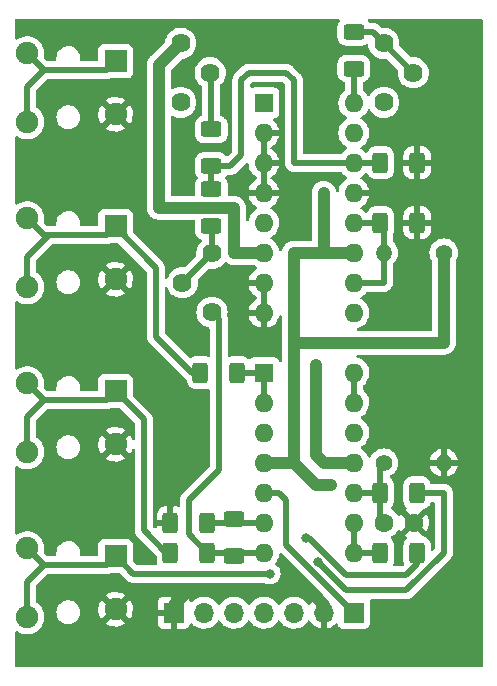
<source format=gbr>
%TF.GenerationSoftware,KiCad,Pcbnew,(6.0.5)*%
%TF.CreationDate,2023-05-17T00:25:04-04:00*%
%TF.ProjectId,as3340_no_mux,61733333-3430-45f6-9e6f-5f6d75782e6b,rev?*%
%TF.SameCoordinates,Original*%
%TF.FileFunction,Copper,L1,Top*%
%TF.FilePolarity,Positive*%
%FSLAX46Y46*%
G04 Gerber Fmt 4.6, Leading zero omitted, Abs format (unit mm)*
G04 Created by KiCad (PCBNEW (6.0.5)) date 2023-05-17 00:25:04*
%MOMM*%
%LPD*%
G01*
G04 APERTURE LIST*
G04 Aperture macros list*
%AMRoundRect*
0 Rectangle with rounded corners*
0 $1 Rounding radius*
0 $2 $3 $4 $5 $6 $7 $8 $9 X,Y pos of 4 corners*
0 Add a 4 corners polygon primitive as box body*
4,1,4,$2,$3,$4,$5,$6,$7,$8,$9,$2,$3,0*
0 Add four circle primitives for the rounded corners*
1,1,$1+$1,$2,$3*
1,1,$1+$1,$4,$5*
1,1,$1+$1,$6,$7*
1,1,$1+$1,$8,$9*
0 Add four rect primitives between the rounded corners*
20,1,$1+$1,$2,$3,$4,$5,0*
20,1,$1+$1,$4,$5,$6,$7,0*
20,1,$1+$1,$6,$7,$8,$9,0*
20,1,$1+$1,$8,$9,$2,$3,0*%
G04 Aperture macros list end*
%TA.AperFunction,ComponentPad*%
%ADD10C,1.620000*%
%TD*%
%TA.AperFunction,ComponentPad*%
%ADD11R,1.700000X1.700000*%
%TD*%
%TA.AperFunction,SMDPad,CuDef*%
%ADD12RoundRect,0.250000X-0.625000X0.400000X-0.625000X-0.400000X0.625000X-0.400000X0.625000X0.400000X0*%
%TD*%
%TA.AperFunction,ComponentPad*%
%ADD13R,1.900000X1.900000*%
%TD*%
%TA.AperFunction,ComponentPad*%
%ADD14C,1.900000*%
%TD*%
%TA.AperFunction,ComponentPad*%
%ADD15R,1.600000X1.600000*%
%TD*%
%TA.AperFunction,ComponentPad*%
%ADD16O,1.600000X1.600000*%
%TD*%
%TA.AperFunction,ComponentPad*%
%ADD17C,1.400000*%
%TD*%
%TA.AperFunction,ComponentPad*%
%ADD18O,1.400000X1.400000*%
%TD*%
%TA.AperFunction,ComponentPad*%
%ADD19C,1.600000*%
%TD*%
%TA.AperFunction,SMDPad,CuDef*%
%ADD20RoundRect,0.250000X-0.400000X-0.625000X0.400000X-0.625000X0.400000X0.625000X-0.400000X0.625000X0*%
%TD*%
%TA.AperFunction,ComponentPad*%
%ADD21O,1.700000X1.700000*%
%TD*%
%TA.AperFunction,SMDPad,CuDef*%
%ADD22RoundRect,0.250000X0.625000X-0.400000X0.625000X0.400000X-0.625000X0.400000X-0.625000X-0.400000X0*%
%TD*%
%TA.AperFunction,SMDPad,CuDef*%
%ADD23RoundRect,0.250000X0.400000X0.625000X-0.400000X0.625000X-0.400000X-0.625000X0.400000X-0.625000X0*%
%TD*%
%TA.AperFunction,ViaPad*%
%ADD24C,3.000000*%
%TD*%
%TA.AperFunction,ViaPad*%
%ADD25C,0.800000*%
%TD*%
%TA.AperFunction,Conductor*%
%ADD26C,1.000000*%
%TD*%
%TA.AperFunction,Conductor*%
%ADD27C,0.500000*%
%TD*%
G04 APERTURE END LIST*
D10*
%TO.P,SineShapeTrim1,1,1*%
%TO.N,Net-(R64-Pad2)*%
X109910000Y-126960000D03*
%TO.P,SineShapeTrim1,2,2*%
%TO.N,Net-(R54-Pad2)*%
X107410000Y-124460000D03*
%TO.P,SineShapeTrim1,3,3*%
X109910000Y-121960000D03*
%TD*%
D11*
%TO.P,J26,1,Pin_1*%
%TO.N,GND*%
X106680000Y-152400000D03*
%TD*%
D12*
%TO.P,R64,1*%
%TO.N,Net-(R62-Pad2)*%
X111760000Y-144500000D03*
%TO.P,R64,2*%
%TO.N,Net-(R64-Pad2)*%
X111760000Y-147600000D03*
%TD*%
D13*
%TO.P,J12,R*%
%TO.N,Net-(R68-Pad2)*%
X101750000Y-133640000D03*
D14*
%TO.P,J12,S*%
%TO.N,GND*%
X101750000Y-138140000D03*
%TO.P,J12,T*%
%TO.N,Net-(R68-Pad2)*%
X94250000Y-132990000D03*
X94250000Y-138790000D03*
%TD*%
D15*
%TO.P,U4,1*%
%TO.N,Net-(R69-Pad1)*%
X114310000Y-132075000D03*
D16*
%TO.P,U4,2,-*%
X114310000Y-134615000D03*
%TO.P,U4,3,+*%
%TO.N,Net-(U4-Pad3)*%
X114310000Y-137155000D03*
%TO.P,U4,4,V+*%
%TO.N,+15V*%
X114310000Y-139695000D03*
%TO.P,U4,5,+*%
%TO.N,Net-(U4-Pad5)*%
X114310000Y-142235000D03*
%TO.P,U4,6,-*%
%TO.N,Net-(R62-Pad2)*%
X114310000Y-144775000D03*
%TO.P,U4,7*%
%TO.N,Net-(R64-Pad2)*%
X114310000Y-147315000D03*
%TO.P,U4,8*%
%TO.N,Net-(R66-Pad1)*%
X121930000Y-147315000D03*
%TO.P,U4,9,-*%
X121930000Y-144775000D03*
%TO.P,U4,10,+*%
%TO.N,Net-(D1-Pad2)*%
X121930000Y-142235000D03*
%TO.P,U4,11,V-*%
%TO.N,-15V*%
X121930000Y-139695000D03*
%TO.P,U4,12,+*%
%TO.N,Net-(U4-Pad12)*%
X121930000Y-137155000D03*
%TO.P,U4,13,-*%
%TO.N,Net-(R67-Pad1)*%
X121930000Y-134615000D03*
%TO.P,U4,14*%
X121930000Y-132075000D03*
%TD*%
D17*
%TO.P,R60,1*%
%TO.N,Net-(D1-Pad2)*%
X124460000Y-139700000D03*
D18*
%TO.P,R60,2*%
%TO.N,GND*%
X129540000Y-139700000D03*
%TD*%
D19*
%TO.P,D1,1,K*%
%TO.N,GND*%
X127000000Y-144780000D03*
%TO.P,D1,2,A*%
%TO.N,Net-(D1-Pad2)*%
X124500000Y-144780000D03*
%TD*%
D20*
%TO.P,R66,1*%
%TO.N,Net-(R66-Pad1)*%
X124180000Y-147320000D03*
%TO.P,R66,2*%
%TO.N,Net-(R66-Pad2)*%
X127280000Y-147320000D03*
%TD*%
D11*
%TO.P,J23,1,Pin_1*%
%TO.N,Net-(U4-Pad5)*%
X121920000Y-152400000D03*
D21*
%TO.P,J23,2,Pin_2*%
%TO.N,GND*%
X119380000Y-152400000D03*
%TO.P,J23,3,Pin_3*%
%TO.N,+15V*%
X116840000Y-152400000D03*
%TO.P,J23,4,Pin_4*%
%TO.N,Net-(R58-Pad1)*%
X114300000Y-152400000D03*
%TO.P,J23,5,Pin_5*%
%TO.N,Net-(U4-Pad12)*%
X111760000Y-152400000D03*
%TO.P,J23,6,Pin_6*%
%TO.N,-15V*%
X109220000Y-152400000D03*
%TD*%
D22*
%TO.P,R55,1*%
%TO.N,Net-(R51-Pad2)*%
X109855000Y-114580000D03*
%TO.P,R55,2*%
%TO.N,Net-(R55-Pad2)*%
X109855000Y-111480000D03*
%TD*%
D12*
%TO.P,R54,1*%
%TO.N,Net-(R51-Pad2)*%
X109855000Y-116560000D03*
%TO.P,R54,2*%
%TO.N,Net-(R54-Pad2)*%
X109855000Y-119660000D03*
%TD*%
D23*
%TO.P,R1,1*%
%TO.N,GND*%
X127280000Y-119380000D03*
%TO.P,R1,2*%
%TO.N,Net-(U1-Pad12)*%
X124180000Y-119380000D03*
%TD*%
D20*
%TO.P,R62,1*%
%TO.N,GND*%
X106400000Y-144780000D03*
%TO.P,R62,2*%
%TO.N,Net-(R62-Pad2)*%
X109500000Y-144780000D03*
%TD*%
D15*
%TO.P,U1,1*%
%TO.N,unconnected-(U1-Pad1)*%
X114310000Y-109235000D03*
D16*
%TO.P,U1,2,DIODE_BIAS*%
%TO.N,GND*%
X114310000Y-111775000D03*
%TO.P,U1,3,+*%
X114310000Y-114315000D03*
%TO.P,U1,4,-*%
X114310000Y-116855000D03*
%TO.P,U1,5*%
%TO.N,unconnected-(U1-Pad5)*%
X114310000Y-119395000D03*
%TO.P,U1,6,V-*%
%TO.N,-15V*%
X114310000Y-121935000D03*
%TO.P,U1,7*%
%TO.N,GND*%
X114310000Y-124475000D03*
%TO.P,U1,8*%
X114310000Y-127015000D03*
%TO.P,U1,9*%
%TO.N,Net-(R34-Pad2)*%
X121930000Y-127015000D03*
%TO.P,U1,10*%
%TO.N,Net-(U1-Pad12)*%
X121930000Y-124475000D03*
%TO.P,U1,11,V+*%
%TO.N,+15V*%
X121930000Y-121935000D03*
%TO.P,U1,12*%
%TO.N,Net-(U1-Pad12)*%
X121930000Y-119395000D03*
%TO.P,U1,13,-*%
%TO.N,GND*%
X121930000Y-116855000D03*
%TO.P,U1,14,+*%
%TO.N,Net-(R51-Pad2)*%
X121930000Y-114315000D03*
%TO.P,U1,15,DIODE_BIAS*%
%TO.N,unconnected-(U1-Pad15)*%
X121930000Y-111775000D03*
%TO.P,U1,16*%
%TO.N,Net-(R36-Pad2)*%
X121930000Y-109235000D03*
%TD*%
D10*
%TO.P,SineBiasTrim1,1,1*%
%TO.N,-15V*%
X107260000Y-104180000D03*
%TO.P,SineBiasTrim1,2,2*%
%TO.N,Net-(R55-Pad2)*%
X109760000Y-106680000D03*
%TO.P,SineBiasTrim1,3,3*%
%TO.N,+15V*%
X107260000Y-109180000D03*
%TD*%
D23*
%TO.P,R69,1*%
%TO.N,Net-(R69-Pad1)*%
X112040000Y-132080000D03*
%TO.P,R69,2*%
%TO.N,Net-(R69-Pad2)*%
X108940000Y-132080000D03*
%TD*%
D13*
%TO.P,J13,R*%
%TO.N,Net-(R69-Pad2)*%
X101750000Y-119670000D03*
D14*
%TO.P,J13,S*%
%TO.N,GND*%
X101750000Y-124170000D03*
%TO.P,J13,T*%
%TO.N,Net-(R69-Pad2)*%
X94250000Y-124820000D03*
X94250000Y-119020000D03*
%TD*%
D13*
%TO.P,J14,R*%
%TO.N,Net-(R67-Pad2)*%
X101750000Y-105700000D03*
D14*
%TO.P,J14,S*%
%TO.N,GND*%
X101750000Y-110200000D03*
%TO.P,J14,T*%
%TO.N,Net-(R67-Pad2)*%
X94250000Y-110850000D03*
X94250000Y-105050000D03*
%TD*%
D23*
%TO.P,R68,1*%
%TO.N,Net-(R64-Pad2)*%
X109500000Y-147320000D03*
%TO.P,R68,2*%
%TO.N,Net-(R68-Pad2)*%
X106400000Y-147320000D03*
%TD*%
D17*
%TO.P,R37,1*%
%TO.N,+15V*%
X129540000Y-121920000D03*
D18*
%TO.P,R37,2*%
%TO.N,Net-(U1-Pad12)*%
X124460000Y-121920000D03*
%TD*%
D23*
%TO.P,R58,1*%
%TO.N,Net-(R58-Pad1)*%
X127280000Y-142240000D03*
%TO.P,R58,2*%
%TO.N,Net-(D1-Pad2)*%
X124180000Y-142240000D03*
%TD*%
D13*
%TO.P,J15,R*%
%TO.N,Net-(R66-Pad2)*%
X101750000Y-147610000D03*
D14*
%TO.P,J15,S*%
%TO.N,GND*%
X101750000Y-152110000D03*
%TO.P,J15,T*%
%TO.N,Net-(R66-Pad2)*%
X94250000Y-152760000D03*
X94250000Y-146960000D03*
%TD*%
D23*
%TO.P,R51,1*%
%TO.N,GND*%
X127280000Y-114300000D03*
%TO.P,R51,2*%
%TO.N,Net-(R51-Pad2)*%
X124180000Y-114300000D03*
%TD*%
D10*
%TO.P,SineLevelTrim1,1,1*%
%TO.N,Net-(R36-Pad1)*%
X124460000Y-104180000D03*
%TO.P,SineLevelTrim1,2,2*%
X126960000Y-106680000D03*
%TO.P,SineLevelTrim1,3,3*%
%TO.N,+15V*%
X124460000Y-109180000D03*
%TD*%
D12*
%TO.P,R36,1*%
%TO.N,Net-(R36-Pad1)*%
X121920000Y-103225000D03*
%TO.P,R36,2*%
%TO.N,Net-(R36-Pad2)*%
X121920000Y-106325000D03*
%TD*%
D24*
%TO.N,GND*%
X130810000Y-154940000D03*
X130810000Y-104140000D03*
D25*
%TO.N,-15V*%
X118745000Y-131445000D03*
%TO.N,+15V*%
X119380000Y-116840000D03*
X120015000Y-141605000D03*
%TO.N,Net-(R66-Pad2)*%
X114808000Y-149098000D03*
X117856000Y-146050000D03*
%TO.N,Net-(R58-Pad1)*%
X118872000Y-148082000D03*
%TD*%
D26*
%TO.N,GND*%
X119380000Y-151765000D02*
X119380000Y-152400000D01*
X107950000Y-150495000D02*
X118110000Y-150495000D01*
X106680000Y-151765000D02*
X107950000Y-150495000D01*
X118110000Y-150495000D02*
X119380000Y-151765000D01*
X106680000Y-152400000D02*
X106680000Y-151765000D01*
D27*
%TO.N,Net-(D1-Pad2)*%
X124175000Y-142235000D02*
X124180000Y-142240000D01*
X124180000Y-144460000D02*
X124500000Y-144780000D01*
X124180000Y-139980000D02*
X124460000Y-139700000D01*
X121930000Y-142235000D02*
X124175000Y-142235000D01*
X124180000Y-142240000D02*
X124180000Y-144460000D01*
X124180000Y-142240000D02*
X124180000Y-139980000D01*
D26*
%TO.N,-15V*%
X105410000Y-106030000D02*
X107260000Y-104180000D01*
X114310000Y-121935000D02*
X111775000Y-121935000D01*
X111760000Y-118110000D02*
X105410000Y-118110000D01*
X119385000Y-139695000D02*
X119380000Y-139700000D01*
X111775000Y-121935000D02*
X111760000Y-121920000D01*
X121930000Y-139695000D02*
X119385000Y-139695000D01*
X119380000Y-139700000D02*
X118745000Y-139065000D01*
X111760000Y-121920000D02*
X111760000Y-118110000D01*
X118745000Y-139065000D02*
X118745000Y-131445000D01*
X105410000Y-118110000D02*
X105410000Y-106030000D01*
%TO.N,+15V*%
X129540000Y-129540000D02*
X129554520Y-129525480D01*
X116840000Y-129540000D02*
X116840000Y-121920000D01*
X129554520Y-129525480D02*
X129554520Y-121934520D01*
X116835000Y-139695000D02*
X118745000Y-141605000D01*
X129554520Y-121934520D02*
X129540000Y-121920000D01*
X116840000Y-129540000D02*
X129540000Y-129540000D01*
X116840000Y-121920000D02*
X116855000Y-121935000D01*
X118745000Y-141605000D02*
X120015000Y-141605000D01*
X119365000Y-121935000D02*
X119380000Y-121920000D01*
X116855000Y-121935000D02*
X119365000Y-121935000D01*
X119365000Y-121935000D02*
X121930000Y-121935000D01*
X119380000Y-121920000D02*
X119380000Y-116840000D01*
X116835000Y-139695000D02*
X114310000Y-139695000D01*
X116840000Y-139700000D02*
X116835000Y-139695000D01*
X116840000Y-139700000D02*
X116840000Y-129540000D01*
D27*
%TO.N,Net-(R68-Pad2)*%
X106045000Y-147320000D02*
X104140000Y-145415000D01*
X104140000Y-145415000D02*
X104140000Y-136030000D01*
X94250000Y-138790000D02*
X94250000Y-135789042D01*
X94250000Y-135789042D02*
X95649521Y-134389521D01*
X95649521Y-134389521D02*
X94250000Y-132990000D01*
X104140000Y-136030000D02*
X101750000Y-133640000D01*
X101000479Y-134389521D02*
X95649521Y-134389521D01*
X106400000Y-147320000D02*
X106045000Y-147320000D01*
X101750000Y-133640000D02*
X101000479Y-134389521D01*
%TO.N,Net-(R69-Pad2)*%
X101750000Y-119670000D02*
X101750000Y-119784000D01*
X101000479Y-120419521D02*
X96115479Y-120419521D01*
X101750000Y-119784000D02*
X105156000Y-123190000D01*
X108204000Y-132080000D02*
X108940000Y-132080000D01*
X105156000Y-123190000D02*
X105156000Y-129032000D01*
X95649521Y-120419521D02*
X94250000Y-119020000D01*
X94250000Y-124820000D02*
X94250000Y-122285000D01*
X94250000Y-122285000D02*
X96115479Y-120419521D01*
X96115479Y-120419521D02*
X95649521Y-120419521D01*
X101750000Y-119670000D02*
X101000479Y-120419521D01*
X105156000Y-129032000D02*
X108204000Y-132080000D01*
%TO.N,Net-(R67-Pad2)*%
X94250000Y-110850000D02*
X94250000Y-107849042D01*
X95649521Y-106449521D02*
X94250000Y-105050000D01*
X94250000Y-107849042D02*
X95649521Y-106449521D01*
X101000479Y-106449521D02*
X95649521Y-106449521D01*
X101750000Y-105700000D02*
X101000479Y-106449521D01*
%TO.N,Net-(R66-Pad2)*%
X127280000Y-148310000D02*
X126365000Y-149225000D01*
X94250000Y-152760000D02*
X94250000Y-149759042D01*
X121285000Y-149225000D02*
X118110000Y-146050000D01*
X101750000Y-147610000D02*
X101000479Y-148359521D01*
X103238000Y-149098000D02*
X101750000Y-147610000D01*
X114808000Y-149098000D02*
X103238000Y-149098000D01*
X95649521Y-148359521D02*
X94250000Y-146960000D01*
X101000479Y-148359521D02*
X95649521Y-148359521D01*
X94250000Y-149759042D02*
X95649521Y-148359521D01*
X118110000Y-146050000D02*
X117856000Y-146050000D01*
X126365000Y-149225000D02*
X121285000Y-149225000D01*
X127280000Y-147320000D02*
X127280000Y-148310000D01*
%TO.N,Net-(U1-Pad12)*%
X124445000Y-124475000D02*
X124460000Y-124460000D01*
X124460000Y-119660000D02*
X124180000Y-119380000D01*
X124460000Y-124460000D02*
X124460000Y-119660000D01*
X121930000Y-119395000D02*
X124165000Y-119395000D01*
X121930000Y-124475000D02*
X124445000Y-124475000D01*
X124165000Y-119395000D02*
X124180000Y-119380000D01*
%TO.N,Net-(R36-Pad1)*%
X121920000Y-103225000D02*
X123505000Y-103225000D01*
X124460000Y-104180000D02*
X126960000Y-106680000D01*
X123505000Y-103225000D02*
X124460000Y-104180000D01*
%TO.N,Net-(R36-Pad2)*%
X121930000Y-109235000D02*
X121930000Y-106335000D01*
X121930000Y-106335000D02*
X121920000Y-106325000D01*
%TO.N,Net-(R51-Pad2)*%
X116855000Y-114315000D02*
X116840000Y-114300000D01*
X113030000Y-106680000D02*
X116205000Y-106680000D01*
X112395000Y-107315000D02*
X113030000Y-106680000D01*
X124180000Y-114300000D02*
X121945000Y-114300000D01*
X112395000Y-113665000D02*
X112395000Y-107315000D01*
X109855000Y-114580000D02*
X111480000Y-114580000D01*
X116840000Y-114300000D02*
X116840000Y-107315000D01*
X121930000Y-114315000D02*
X116855000Y-114315000D01*
X109855000Y-116560000D02*
X109855000Y-114580000D01*
X121945000Y-114300000D02*
X121930000Y-114315000D01*
X111480000Y-114580000D02*
X112395000Y-113665000D01*
X116205000Y-106680000D02*
X116840000Y-107315000D01*
%TO.N,Net-(R54-Pad2)*%
X109910000Y-121960000D02*
X109910000Y-119715000D01*
X109910000Y-119715000D02*
X109855000Y-119660000D01*
X107410000Y-124460000D02*
X109910000Y-121960000D01*
%TO.N,Net-(R55-Pad2)*%
X109855000Y-111480000D02*
X109855000Y-106775000D01*
X109855000Y-106775000D02*
X109760000Y-106680000D01*
%TO.N,Net-(R58-Pad1)*%
X129540000Y-142240000D02*
X127280000Y-142240000D01*
X126365000Y-150495000D02*
X129540000Y-147320000D01*
X121285000Y-150495000D02*
X126365000Y-150495000D01*
X118872000Y-148082000D02*
X121285000Y-150495000D01*
X129540000Y-147320000D02*
X129540000Y-142240000D01*
%TO.N,Net-(R62-Pad2)*%
X114310000Y-144775000D02*
X112035000Y-144775000D01*
X111480000Y-144780000D02*
X111760000Y-144500000D01*
X109500000Y-144780000D02*
X111480000Y-144780000D01*
X112035000Y-144775000D02*
X111760000Y-144500000D01*
%TO.N,Net-(R64-Pad2)*%
X110490000Y-127540000D02*
X110490000Y-140335000D01*
X114310000Y-147315000D02*
X112045000Y-147315000D01*
X110490000Y-140335000D02*
X107950000Y-142875000D01*
X107950000Y-145770000D02*
X109500000Y-147320000D01*
X109500000Y-147320000D02*
X111480000Y-147320000D01*
X109910000Y-126960000D02*
X110490000Y-127540000D01*
X111480000Y-147320000D02*
X111760000Y-147600000D01*
X107950000Y-142875000D02*
X107950000Y-145770000D01*
X112045000Y-147315000D02*
X111760000Y-147600000D01*
%TO.N,Net-(R66-Pad1)*%
X121930000Y-147315000D02*
X121930000Y-144775000D01*
X124175000Y-147315000D02*
X124180000Y-147320000D01*
X121930000Y-147315000D02*
X124175000Y-147315000D01*
%TO.N,Net-(R67-Pad1)*%
X121930000Y-134615000D02*
X121930000Y-132075000D01*
%TO.N,Net-(R69-Pad1)*%
X114310000Y-134615000D02*
X114310000Y-132075000D01*
X112040000Y-132080000D02*
X114305000Y-132080000D01*
X114305000Y-132080000D02*
X114310000Y-132075000D01*
%TO.N,Net-(U4-Pad5)*%
X116205000Y-146685000D02*
X116205000Y-142875000D01*
X115565000Y-142235000D02*
X114310000Y-142235000D01*
X116205000Y-142875000D02*
X115565000Y-142235000D01*
X121920000Y-152400000D02*
X116205000Y-146685000D01*
%TD*%
%TA.AperFunction,Conductor*%
%TO.N,GND*%
G36*
X120702773Y-102128502D02*
G01*
X120749266Y-102182158D01*
X120759370Y-102252432D01*
X120729876Y-102317012D01*
X120723826Y-102323517D01*
X120695695Y-102351697D01*
X120691855Y-102357927D01*
X120691854Y-102357928D01*
X120613209Y-102485514D01*
X120602885Y-102502262D01*
X120589559Y-102542439D01*
X120558219Y-102636928D01*
X120547203Y-102670139D01*
X120536500Y-102774600D01*
X120536500Y-103675400D01*
X120536837Y-103678646D01*
X120536837Y-103678650D01*
X120544071Y-103748365D01*
X120547474Y-103781166D01*
X120549655Y-103787702D01*
X120549655Y-103787704D01*
X120558661Y-103814697D01*
X120603450Y-103948946D01*
X120696522Y-104099348D01*
X120821697Y-104224305D01*
X120827927Y-104228145D01*
X120827928Y-104228146D01*
X120965090Y-104312694D01*
X120972262Y-104317115D01*
X121052005Y-104343564D01*
X121133611Y-104370632D01*
X121133613Y-104370632D01*
X121140139Y-104372797D01*
X121146975Y-104373497D01*
X121146978Y-104373498D01*
X121190031Y-104377909D01*
X121244600Y-104383500D01*
X122595400Y-104383500D01*
X122598646Y-104383163D01*
X122598650Y-104383163D01*
X122694308Y-104373238D01*
X122694312Y-104373237D01*
X122701166Y-104372526D01*
X122707702Y-104370345D01*
X122707704Y-104370345D01*
X122839806Y-104326272D01*
X122868946Y-104316550D01*
X122960066Y-104260163D01*
X123028518Y-104241325D01*
X123096288Y-104262486D01*
X123141859Y-104316927D01*
X123151890Y-104356325D01*
X123156571Y-104409830D01*
X123216283Y-104632676D01*
X123246963Y-104698469D01*
X123311458Y-104836781D01*
X123311461Y-104836786D01*
X123313784Y-104841768D01*
X123446113Y-105030753D01*
X123609247Y-105193887D01*
X123613755Y-105197044D01*
X123613758Y-105197046D01*
X123675599Y-105240347D01*
X123798232Y-105326216D01*
X123803214Y-105328539D01*
X123803219Y-105328542D01*
X123905192Y-105376092D01*
X124007324Y-105423717D01*
X124230170Y-105483429D01*
X124460000Y-105503536D01*
X124465475Y-105503057D01*
X124632145Y-105488476D01*
X124701750Y-105502466D01*
X124732221Y-105524902D01*
X125615098Y-106407779D01*
X125649124Y-106470091D01*
X125651524Y-106507855D01*
X125636464Y-106680000D01*
X125656571Y-106909830D01*
X125716283Y-107132676D01*
X125752085Y-107209454D01*
X125811458Y-107336781D01*
X125811461Y-107336786D01*
X125813784Y-107341768D01*
X125946113Y-107530753D01*
X126109247Y-107693887D01*
X126113755Y-107697044D01*
X126113758Y-107697046D01*
X126179859Y-107743330D01*
X126298232Y-107826216D01*
X126303214Y-107828539D01*
X126303219Y-107828542D01*
X126405192Y-107876092D01*
X126507324Y-107923717D01*
X126730170Y-107983429D01*
X126960000Y-108003536D01*
X127189830Y-107983429D01*
X127412676Y-107923717D01*
X127514808Y-107876092D01*
X127616781Y-107828542D01*
X127616786Y-107828539D01*
X127621768Y-107826216D01*
X127740141Y-107743330D01*
X127806242Y-107697046D01*
X127806245Y-107697044D01*
X127810753Y-107693887D01*
X127973887Y-107530753D01*
X128106216Y-107341768D01*
X128108539Y-107336786D01*
X128108542Y-107336781D01*
X128167915Y-107209454D01*
X128203717Y-107132676D01*
X128263429Y-106909830D01*
X128283536Y-106680000D01*
X128263429Y-106450170D01*
X128203717Y-106227324D01*
X128142307Y-106095630D01*
X128108542Y-106023219D01*
X128108539Y-106023214D01*
X128106216Y-106018232D01*
X128032272Y-105912630D01*
X127977046Y-105833758D01*
X127977044Y-105833755D01*
X127973887Y-105829247D01*
X127810753Y-105666113D01*
X127806245Y-105662956D01*
X127806242Y-105662954D01*
X127727370Y-105607728D01*
X127621768Y-105533784D01*
X127616786Y-105531461D01*
X127616781Y-105531458D01*
X127488609Y-105471691D01*
X127412676Y-105436283D01*
X127189830Y-105376571D01*
X126960000Y-105356464D01*
X126954525Y-105356943D01*
X126787855Y-105371524D01*
X126718250Y-105357534D01*
X126687779Y-105335098D01*
X125804902Y-104452221D01*
X125770876Y-104389909D01*
X125768476Y-104352145D01*
X125783057Y-104185475D01*
X125783536Y-104180000D01*
X125763429Y-103950170D01*
X125703717Y-103727324D01*
X125656264Y-103625561D01*
X125608542Y-103523219D01*
X125608539Y-103523214D01*
X125606216Y-103518232D01*
X125473887Y-103329247D01*
X125310753Y-103166113D01*
X125306245Y-103162956D01*
X125306242Y-103162954D01*
X125227370Y-103107728D01*
X125121768Y-103033784D01*
X125116786Y-103031461D01*
X125116781Y-103031458D01*
X125010442Y-102981872D01*
X124912676Y-102936283D01*
X124689830Y-102876571D01*
X124460000Y-102856464D01*
X124454525Y-102856943D01*
X124287855Y-102871524D01*
X124218250Y-102857534D01*
X124187779Y-102835098D01*
X124088770Y-102736089D01*
X124076384Y-102721677D01*
X124067851Y-102710082D01*
X124067846Y-102710077D01*
X124063508Y-102704182D01*
X124057930Y-102699443D01*
X124057927Y-102699440D01*
X124023232Y-102669965D01*
X124015716Y-102663035D01*
X124010021Y-102657340D01*
X124003880Y-102652482D01*
X123987749Y-102639719D01*
X123984345Y-102636928D01*
X123934297Y-102594409D01*
X123934295Y-102594408D01*
X123928715Y-102589667D01*
X123922199Y-102586339D01*
X123917150Y-102582972D01*
X123912021Y-102579805D01*
X123906284Y-102575266D01*
X123840125Y-102544345D01*
X123836225Y-102542439D01*
X123771192Y-102509231D01*
X123764084Y-102507492D01*
X123758441Y-102505393D01*
X123752678Y-102503476D01*
X123746050Y-102500378D01*
X123674583Y-102485513D01*
X123670299Y-102484543D01*
X123599390Y-102467192D01*
X123593788Y-102466844D01*
X123593785Y-102466844D01*
X123588236Y-102466500D01*
X123588238Y-102466464D01*
X123584245Y-102466225D01*
X123580053Y-102465851D01*
X123572885Y-102464360D01*
X123506675Y-102466151D01*
X123495479Y-102466454D01*
X123492072Y-102466500D01*
X123285369Y-102466500D01*
X123217248Y-102446498D01*
X123178228Y-102406807D01*
X123143478Y-102350652D01*
X123116452Y-102323673D01*
X123082373Y-102261390D01*
X123087376Y-102190570D01*
X123129873Y-102133698D01*
X123196372Y-102108829D01*
X123205470Y-102108500D01*
X132715500Y-102108500D01*
X132783621Y-102128502D01*
X132830114Y-102182158D01*
X132841500Y-102234500D01*
X132841500Y-156845500D01*
X132821498Y-156913621D01*
X132767842Y-156960114D01*
X132715500Y-156971500D01*
X93344500Y-156971500D01*
X93276379Y-156951498D01*
X93229886Y-156897842D01*
X93218500Y-156845500D01*
X93218500Y-154065865D01*
X93238502Y-153997744D01*
X93292158Y-153951251D01*
X93362432Y-153941147D01*
X93409921Y-153959940D01*
X93410571Y-153958828D01*
X93617643Y-154079831D01*
X93841697Y-154165389D01*
X93846763Y-154166420D01*
X93846764Y-154166420D01*
X93903039Y-154177869D01*
X94076716Y-154213204D01*
X94212264Y-154218174D01*
X94311225Y-154221803D01*
X94311229Y-154221803D01*
X94316389Y-154221992D01*
X94321509Y-154221336D01*
X94321511Y-154221336D01*
X94549151Y-154192175D01*
X94549152Y-154192175D01*
X94554279Y-154191518D01*
X94637935Y-154166420D01*
X94779042Y-154124086D01*
X94779047Y-154124084D01*
X94783997Y-154122599D01*
X94999374Y-154017087D01*
X95003579Y-154014087D01*
X95003585Y-154014084D01*
X95105838Y-153941147D01*
X95194627Y-153877815D01*
X95364511Y-153708523D01*
X95370194Y-153700615D01*
X95501445Y-153517958D01*
X95504463Y-153513758D01*
X95539043Y-153443792D01*
X95608433Y-153303392D01*
X95608434Y-153303390D01*
X95610727Y-153298750D01*
X95680447Y-153069274D01*
X95711752Y-152831492D01*
X95713499Y-152760000D01*
X95705152Y-152658475D01*
X95694271Y-152526124D01*
X95694270Y-152526118D01*
X95693847Y-152520973D01*
X95655095Y-152366695D01*
X95651636Y-152352925D01*
X96736645Y-152352925D01*
X96737204Y-152359065D01*
X96751939Y-152520973D01*
X96754570Y-152549888D01*
X96756308Y-152555794D01*
X96756309Y-152555798D01*
X96782154Y-152643611D01*
X96810410Y-152739619D01*
X96813263Y-152745077D01*
X96813265Y-152745081D01*
X96821065Y-152760000D01*
X96902040Y-152914890D01*
X97025968Y-153069025D01*
X97030692Y-153072989D01*
X97032705Y-153074678D01*
X97177474Y-153196154D01*
X97182872Y-153199121D01*
X97182877Y-153199125D01*
X97326180Y-153277905D01*
X97350787Y-153291433D01*
X97356654Y-153293294D01*
X97356656Y-153293295D01*
X97506045Y-153340684D01*
X97539306Y-153351235D01*
X97693227Y-153368500D01*
X97799769Y-153368500D01*
X97802825Y-153368200D01*
X97802832Y-153368200D01*
X97861340Y-153362463D01*
X97946833Y-153354080D01*
X97952734Y-153352298D01*
X97952736Y-153352298D01*
X98052464Y-153322188D01*
X98096476Y-153308900D01*
X100916358Y-153308900D01*
X100919661Y-153313560D01*
X101113399Y-153426771D01*
X101122686Y-153431221D01*
X101337006Y-153513062D01*
X101346908Y-153515939D01*
X101571699Y-153561673D01*
X101581951Y-153562896D01*
X101811202Y-153571302D01*
X101821488Y-153570835D01*
X102049043Y-153541684D01*
X102059129Y-153539541D01*
X102278864Y-153473617D01*
X102288459Y-153469856D01*
X102494466Y-153368935D01*
X102503332Y-153363650D01*
X102570945Y-153315421D01*
X102579346Y-153304721D01*
X102574006Y-153294669D01*
X105322001Y-153294669D01*
X105322371Y-153301490D01*
X105327895Y-153352352D01*
X105331521Y-153367604D01*
X105376676Y-153488054D01*
X105385214Y-153503649D01*
X105461715Y-153605724D01*
X105474276Y-153618285D01*
X105576351Y-153694786D01*
X105591946Y-153703324D01*
X105712394Y-153748478D01*
X105727649Y-153752105D01*
X105778514Y-153757631D01*
X105785328Y-153758000D01*
X106407885Y-153758000D01*
X106423124Y-153753525D01*
X106424329Y-153752135D01*
X106426000Y-153744452D01*
X106426000Y-152672115D01*
X106421525Y-152656876D01*
X106420135Y-152655671D01*
X106412452Y-152654000D01*
X105340116Y-152654000D01*
X105324877Y-152658475D01*
X105323672Y-152659865D01*
X105322001Y-152667548D01*
X105322001Y-153294669D01*
X102574006Y-153294669D01*
X102572358Y-153291568D01*
X101762812Y-152482022D01*
X101748868Y-152474408D01*
X101747035Y-152474539D01*
X101740420Y-152478790D01*
X100923635Y-153295575D01*
X100916358Y-153308900D01*
X98096476Y-153308900D01*
X98136169Y-153296916D01*
X98310796Y-153204066D01*
X98435847Y-153102077D01*
X98459287Y-153082960D01*
X98459290Y-153082957D01*
X98464062Y-153079065D01*
X98476344Y-153064219D01*
X98586201Y-152931425D01*
X98586203Y-152931421D01*
X98590130Y-152926675D01*
X98684198Y-152752701D01*
X98742682Y-152563768D01*
X98744786Y-152543749D01*
X98762711Y-152373204D01*
X98762711Y-152373202D01*
X98763355Y-152367075D01*
X98746766Y-152184789D01*
X98745989Y-152176251D01*
X98745988Y-152176248D01*
X98745430Y-152170112D01*
X98736608Y-152140135D01*
X98718736Y-152079412D01*
X100287737Y-152079412D01*
X100300944Y-152308451D01*
X100302377Y-152318653D01*
X100352810Y-152542442D01*
X100355898Y-152552295D01*
X100442204Y-152764840D01*
X100446852Y-152774041D01*
X100543736Y-152932143D01*
X100554192Y-152941604D01*
X100562970Y-152937820D01*
X101377978Y-152122812D01*
X101384356Y-152111132D01*
X102114408Y-152111132D01*
X102114539Y-152112965D01*
X102118790Y-152119580D01*
X102932130Y-152932920D01*
X102944141Y-152939479D01*
X102955880Y-152930511D01*
X103001012Y-152867702D01*
X103006327Y-152858857D01*
X103107966Y-152653206D01*
X103111765Y-152643611D01*
X103178453Y-152424120D01*
X103180632Y-152414039D01*
X103210813Y-152184789D01*
X103211332Y-152178114D01*
X103212560Y-152127885D01*
X105322000Y-152127885D01*
X105326475Y-152143124D01*
X105327865Y-152144329D01*
X105335548Y-152146000D01*
X106407885Y-152146000D01*
X106423124Y-152141525D01*
X106424329Y-152140135D01*
X106426000Y-152132452D01*
X106426000Y-151060116D01*
X106421525Y-151044877D01*
X106420135Y-151043672D01*
X106412452Y-151042001D01*
X105785331Y-151042001D01*
X105778510Y-151042371D01*
X105727648Y-151047895D01*
X105712396Y-151051521D01*
X105591946Y-151096676D01*
X105576351Y-151105214D01*
X105474276Y-151181715D01*
X105461715Y-151194276D01*
X105385214Y-151296351D01*
X105376676Y-151311946D01*
X105331522Y-151432394D01*
X105327895Y-151447649D01*
X105322369Y-151498514D01*
X105322000Y-151505328D01*
X105322000Y-152127885D01*
X103212560Y-152127885D01*
X103212915Y-152113364D01*
X103212721Y-152106647D01*
X103193776Y-151876206D01*
X103192093Y-151866044D01*
X103136204Y-151643539D01*
X103132883Y-151633784D01*
X103041409Y-151423410D01*
X103036531Y-151414312D01*
X102955384Y-151288876D01*
X102944698Y-151279674D01*
X102935133Y-151284077D01*
X102122022Y-152097188D01*
X102114408Y-152111132D01*
X101384356Y-152111132D01*
X101385592Y-152108868D01*
X101385461Y-152107035D01*
X101381210Y-152100420D01*
X100567884Y-151287094D01*
X100556348Y-151280794D01*
X100544065Y-151290418D01*
X100480849Y-151383089D01*
X100475756Y-151392053D01*
X100379163Y-151600145D01*
X100375606Y-151609813D01*
X100314299Y-151830879D01*
X100312368Y-151840999D01*
X100287989Y-152069123D01*
X100287737Y-152079412D01*
X98718736Y-152079412D01*
X98691330Y-151986294D01*
X98689590Y-151980381D01*
X98679919Y-151961881D01*
X98600813Y-151810568D01*
X98597960Y-151805110D01*
X98474032Y-151650975D01*
X98467727Y-151645684D01*
X98394251Y-151584031D01*
X98322526Y-151523846D01*
X98317128Y-151520879D01*
X98317123Y-151520875D01*
X98154608Y-151431533D01*
X98154609Y-151431533D01*
X98149213Y-151428567D01*
X98143346Y-151426706D01*
X98143344Y-151426705D01*
X97966564Y-151370627D01*
X97966563Y-151370627D01*
X97960694Y-151368765D01*
X97806773Y-151351500D01*
X97700231Y-151351500D01*
X97697175Y-151351800D01*
X97697168Y-151351800D01*
X97638660Y-151357537D01*
X97553167Y-151365920D01*
X97547266Y-151367702D01*
X97547264Y-151367702D01*
X97492048Y-151384373D01*
X97363831Y-151423084D01*
X97189204Y-151515934D01*
X97124092Y-151569038D01*
X97040713Y-151637040D01*
X97040710Y-151637043D01*
X97035938Y-151640935D01*
X97032011Y-151645682D01*
X97032009Y-151645684D01*
X96913799Y-151788575D01*
X96913797Y-151788579D01*
X96909870Y-151793325D01*
X96815802Y-151967299D01*
X96757318Y-152156232D01*
X96756674Y-152162357D01*
X96756674Y-152162358D01*
X96743431Y-152288364D01*
X96736645Y-152352925D01*
X95651636Y-152352925D01*
X95636679Y-152293375D01*
X95636678Y-152293371D01*
X95635420Y-152288364D01*
X95633364Y-152283634D01*
X95633361Y-152283627D01*
X95541847Y-152073159D01*
X95541845Y-152073156D01*
X95539787Y-152068422D01*
X95482831Y-151980381D01*
X95412325Y-151871396D01*
X95412323Y-151871393D01*
X95409515Y-151867053D01*
X95358118Y-151810568D01*
X95251582Y-151693487D01*
X95251580Y-151693486D01*
X95248104Y-151689665D01*
X95244053Y-151686466D01*
X95244049Y-151686462D01*
X95059888Y-151541021D01*
X95060727Y-151539959D01*
X95019103Y-151490420D01*
X95008500Y-151439827D01*
X95008500Y-150914999D01*
X100919795Y-150914999D01*
X100926540Y-150927330D01*
X101737188Y-151737978D01*
X101751132Y-151745592D01*
X101752965Y-151745461D01*
X101759580Y-151741210D01*
X102574590Y-150926200D01*
X102581611Y-150913343D01*
X102573838Y-150902676D01*
X102563667Y-150894643D01*
X102555083Y-150888940D01*
X102354250Y-150778074D01*
X102344838Y-150773844D01*
X102128591Y-150697266D01*
X102118620Y-150694632D01*
X101892769Y-150654402D01*
X101882516Y-150653433D01*
X101653116Y-150650630D01*
X101642832Y-150651350D01*
X101416067Y-150686050D01*
X101406039Y-150688439D01*
X101187984Y-150759710D01*
X101178475Y-150763707D01*
X100974993Y-150869633D01*
X100966268Y-150875127D01*
X100928248Y-150903674D01*
X100919795Y-150914999D01*
X95008500Y-150914999D01*
X95008500Y-150125413D01*
X95028502Y-150057292D01*
X95045405Y-150036318D01*
X95926797Y-149154926D01*
X95989109Y-149120900D01*
X96015892Y-149118021D01*
X100933409Y-149118021D01*
X100952359Y-149119454D01*
X100966594Y-149121620D01*
X100966598Y-149121620D01*
X100973828Y-149122720D01*
X100981120Y-149122127D01*
X100981123Y-149122127D01*
X101026497Y-149118436D01*
X101036712Y-149118021D01*
X101044772Y-149118021D01*
X101058062Y-149116472D01*
X101072986Y-149114732D01*
X101077361Y-149114299D01*
X101142818Y-149108975D01*
X101142821Y-149108974D01*
X101150116Y-149108381D01*
X101157080Y-149106125D01*
X101163039Y-149104934D01*
X101168893Y-149103550D01*
X101176160Y-149102703D01*
X101244767Y-149077800D01*
X101248920Y-149076374D01*
X101254287Y-149074635D01*
X101293125Y-149068500D01*
X102083629Y-149068500D01*
X102151750Y-149088502D01*
X102172724Y-149105405D01*
X102654230Y-149586911D01*
X102666616Y-149601323D01*
X102675149Y-149612918D01*
X102675154Y-149612923D01*
X102679492Y-149618818D01*
X102685070Y-149623557D01*
X102685073Y-149623560D01*
X102719768Y-149653035D01*
X102727284Y-149659965D01*
X102732980Y-149665661D01*
X102735841Y-149667924D01*
X102735846Y-149667929D01*
X102755266Y-149683293D01*
X102758667Y-149686082D01*
X102814285Y-149733333D01*
X102820798Y-149736659D01*
X102825837Y-149740020D01*
X102830979Y-149743196D01*
X102836716Y-149747734D01*
X102902875Y-149778655D01*
X102906769Y-149780558D01*
X102971808Y-149813769D01*
X102978917Y-149815508D01*
X102984551Y-149817604D01*
X102990321Y-149819523D01*
X102996950Y-149822622D01*
X103004113Y-149824112D01*
X103004116Y-149824113D01*
X103054830Y-149834661D01*
X103068435Y-149837491D01*
X103072701Y-149838457D01*
X103143610Y-149855808D01*
X103149212Y-149856156D01*
X103149215Y-149856156D01*
X103154764Y-149856500D01*
X103154762Y-149856535D01*
X103158734Y-149856775D01*
X103162955Y-149857152D01*
X103170115Y-149858641D01*
X103247542Y-149856546D01*
X103250950Y-149856500D01*
X114265413Y-149856500D01*
X114339472Y-149880563D01*
X114345902Y-149885235D01*
X114345909Y-149885239D01*
X114351248Y-149889118D01*
X114357276Y-149891802D01*
X114357278Y-149891803D01*
X114519681Y-149964109D01*
X114525712Y-149966794D01*
X114619112Y-149986647D01*
X114706056Y-150005128D01*
X114706061Y-150005128D01*
X114712513Y-150006500D01*
X114903487Y-150006500D01*
X114909939Y-150005128D01*
X114909944Y-150005128D01*
X114996888Y-149986647D01*
X115090288Y-149966794D01*
X115096319Y-149964109D01*
X115258722Y-149891803D01*
X115258724Y-149891802D01*
X115264752Y-149889118D01*
X115270097Y-149885235D01*
X115335200Y-149837934D01*
X115419253Y-149776866D01*
X115462716Y-149728595D01*
X115542621Y-149639852D01*
X115542622Y-149639851D01*
X115547040Y-149634944D01*
X115629078Y-149492850D01*
X115639223Y-149475279D01*
X115639224Y-149475278D01*
X115642527Y-149469556D01*
X115701542Y-149287928D01*
X115713383Y-149175272D01*
X115720814Y-149104565D01*
X115721504Y-149098000D01*
X115701542Y-148908072D01*
X115642527Y-148726444D01*
X115547040Y-148561056D01*
X115488653Y-148496210D01*
X115423675Y-148424045D01*
X115423674Y-148424044D01*
X115419253Y-148419134D01*
X115328422Y-148353141D01*
X115285068Y-148296918D01*
X115278993Y-148226182D01*
X115309997Y-148168426D01*
X115308774Y-148167400D01*
X115312302Y-148163196D01*
X115316198Y-148159300D01*
X115362607Y-148093022D01*
X115423799Y-148005630D01*
X115447523Y-147971749D01*
X115449846Y-147966767D01*
X115449849Y-147966762D01*
X115541961Y-147769225D01*
X115541961Y-147769224D01*
X115544284Y-147764243D01*
X115552884Y-147732150D01*
X115602119Y-147548402D01*
X115602119Y-147548400D01*
X115603543Y-147543087D01*
X115604404Y-147533255D01*
X115611116Y-147456527D01*
X115636979Y-147390408D01*
X115694483Y-147348769D01*
X115765370Y-147344828D01*
X115825732Y-147378413D01*
X119285042Y-150837723D01*
X119319068Y-150900035D01*
X119314003Y-150970850D01*
X119271456Y-151027686D01*
X119215006Y-151051368D01*
X119069320Y-151073661D01*
X119059293Y-151076050D01*
X118856868Y-151142212D01*
X118847359Y-151146209D01*
X118658463Y-151244542D01*
X118649738Y-151250036D01*
X118479433Y-151377905D01*
X118471726Y-151384748D01*
X118324590Y-151538717D01*
X118318109Y-151546722D01*
X118213498Y-151700074D01*
X118158587Y-151745076D01*
X118088062Y-151753247D01*
X118024315Y-151721993D01*
X118003618Y-151697509D01*
X117922822Y-151572617D01*
X117922820Y-151572614D01*
X117920014Y-151568277D01*
X117769670Y-151403051D01*
X117765619Y-151399852D01*
X117765615Y-151399848D01*
X117598414Y-151267800D01*
X117598410Y-151267798D01*
X117594359Y-151264598D01*
X117558028Y-151244542D01*
X117462135Y-151191607D01*
X117398789Y-151156638D01*
X117393920Y-151154914D01*
X117393916Y-151154912D01*
X117193087Y-151083795D01*
X117193083Y-151083794D01*
X117188212Y-151082069D01*
X117183119Y-151081162D01*
X117183116Y-151081161D01*
X116973373Y-151043800D01*
X116973367Y-151043799D01*
X116968284Y-151042894D01*
X116894452Y-151041992D01*
X116750081Y-151040228D01*
X116750079Y-151040228D01*
X116744911Y-151040165D01*
X116524091Y-151073955D01*
X116311756Y-151143357D01*
X116113607Y-151246507D01*
X116109474Y-151249610D01*
X116109471Y-151249612D01*
X115952190Y-151367702D01*
X115934965Y-151380635D01*
X115896102Y-151421303D01*
X115808806Y-151512653D01*
X115780629Y-151542138D01*
X115673201Y-151699621D01*
X115618293Y-151744621D01*
X115547768Y-151752792D01*
X115484021Y-151721538D01*
X115463324Y-151697054D01*
X115382822Y-151572617D01*
X115382820Y-151572614D01*
X115380014Y-151568277D01*
X115229670Y-151403051D01*
X115225619Y-151399852D01*
X115225615Y-151399848D01*
X115058414Y-151267800D01*
X115058410Y-151267798D01*
X115054359Y-151264598D01*
X115018028Y-151244542D01*
X114922135Y-151191607D01*
X114858789Y-151156638D01*
X114853920Y-151154914D01*
X114853916Y-151154912D01*
X114653087Y-151083795D01*
X114653083Y-151083794D01*
X114648212Y-151082069D01*
X114643119Y-151081162D01*
X114643116Y-151081161D01*
X114433373Y-151043800D01*
X114433367Y-151043799D01*
X114428284Y-151042894D01*
X114354452Y-151041992D01*
X114210081Y-151040228D01*
X114210079Y-151040228D01*
X114204911Y-151040165D01*
X113984091Y-151073955D01*
X113771756Y-151143357D01*
X113573607Y-151246507D01*
X113569474Y-151249610D01*
X113569471Y-151249612D01*
X113412190Y-151367702D01*
X113394965Y-151380635D01*
X113356102Y-151421303D01*
X113268806Y-151512653D01*
X113240629Y-151542138D01*
X113133201Y-151699621D01*
X113078293Y-151744621D01*
X113007768Y-151752792D01*
X112944021Y-151721538D01*
X112923324Y-151697054D01*
X112842822Y-151572617D01*
X112842820Y-151572614D01*
X112840014Y-151568277D01*
X112689670Y-151403051D01*
X112685619Y-151399852D01*
X112685615Y-151399848D01*
X112518414Y-151267800D01*
X112518410Y-151267798D01*
X112514359Y-151264598D01*
X112478028Y-151244542D01*
X112382135Y-151191607D01*
X112318789Y-151156638D01*
X112313920Y-151154914D01*
X112313916Y-151154912D01*
X112113087Y-151083795D01*
X112113083Y-151083794D01*
X112108212Y-151082069D01*
X112103119Y-151081162D01*
X112103116Y-151081161D01*
X111893373Y-151043800D01*
X111893367Y-151043799D01*
X111888284Y-151042894D01*
X111814452Y-151041992D01*
X111670081Y-151040228D01*
X111670079Y-151040228D01*
X111664911Y-151040165D01*
X111444091Y-151073955D01*
X111231756Y-151143357D01*
X111033607Y-151246507D01*
X111029474Y-151249610D01*
X111029471Y-151249612D01*
X110872190Y-151367702D01*
X110854965Y-151380635D01*
X110816102Y-151421303D01*
X110728806Y-151512653D01*
X110700629Y-151542138D01*
X110593201Y-151699621D01*
X110538293Y-151744621D01*
X110467768Y-151752792D01*
X110404021Y-151721538D01*
X110383324Y-151697054D01*
X110302822Y-151572617D01*
X110302820Y-151572614D01*
X110300014Y-151568277D01*
X110149670Y-151403051D01*
X110145619Y-151399852D01*
X110145615Y-151399848D01*
X109978414Y-151267800D01*
X109978410Y-151267798D01*
X109974359Y-151264598D01*
X109938028Y-151244542D01*
X109842135Y-151191607D01*
X109778789Y-151156638D01*
X109773920Y-151154914D01*
X109773916Y-151154912D01*
X109573087Y-151083795D01*
X109573083Y-151083794D01*
X109568212Y-151082069D01*
X109563119Y-151081162D01*
X109563116Y-151081161D01*
X109353373Y-151043800D01*
X109353367Y-151043799D01*
X109348284Y-151042894D01*
X109274452Y-151041992D01*
X109130081Y-151040228D01*
X109130079Y-151040228D01*
X109124911Y-151040165D01*
X108904091Y-151073955D01*
X108691756Y-151143357D01*
X108493607Y-151246507D01*
X108489474Y-151249610D01*
X108489471Y-151249612D01*
X108332190Y-151367702D01*
X108314965Y-151380635D01*
X108311393Y-151384373D01*
X108233898Y-151465466D01*
X108172374Y-151500895D01*
X108101462Y-151497438D01*
X108043676Y-151456192D01*
X108024823Y-151422644D01*
X107983324Y-151311946D01*
X107974786Y-151296351D01*
X107898285Y-151194276D01*
X107885724Y-151181715D01*
X107783649Y-151105214D01*
X107768054Y-151096676D01*
X107647606Y-151051522D01*
X107632351Y-151047895D01*
X107581486Y-151042369D01*
X107574672Y-151042000D01*
X106952115Y-151042000D01*
X106936876Y-151046475D01*
X106935671Y-151047865D01*
X106934000Y-151055548D01*
X106934000Y-153739884D01*
X106938475Y-153755123D01*
X106939865Y-153756328D01*
X106947548Y-153757999D01*
X107574669Y-153757999D01*
X107581490Y-153757629D01*
X107632352Y-153752105D01*
X107647604Y-153748479D01*
X107768054Y-153703324D01*
X107783649Y-153694786D01*
X107885724Y-153618285D01*
X107898285Y-153605724D01*
X107974786Y-153503649D01*
X107983324Y-153488054D01*
X108024225Y-153378952D01*
X108066867Y-153322188D01*
X108133428Y-153297488D01*
X108202777Y-153312696D01*
X108237444Y-153340684D01*
X108262865Y-153370031D01*
X108262869Y-153370035D01*
X108266250Y-153373938D01*
X108342846Y-153437529D01*
X108429077Y-153509119D01*
X108438126Y-153516632D01*
X108631000Y-153629338D01*
X108839692Y-153709030D01*
X108844760Y-153710061D01*
X108844763Y-153710062D01*
X108939862Y-153729410D01*
X109058597Y-153753567D01*
X109063772Y-153753757D01*
X109063774Y-153753757D01*
X109276673Y-153761564D01*
X109276677Y-153761564D01*
X109281837Y-153761753D01*
X109286957Y-153761097D01*
X109286959Y-153761097D01*
X109498288Y-153734025D01*
X109498289Y-153734025D01*
X109503416Y-153733368D01*
X109508366Y-153731883D01*
X109712429Y-153670661D01*
X109712434Y-153670659D01*
X109717384Y-153669174D01*
X109917994Y-153570896D01*
X110099860Y-153441173D01*
X110114313Y-153426771D01*
X110208607Y-153332805D01*
X110258096Y-153283489D01*
X110317967Y-153200170D01*
X110388453Y-153102077D01*
X110389776Y-153103028D01*
X110436645Y-153059857D01*
X110506580Y-153047625D01*
X110572026Y-153075144D01*
X110599875Y-153106994D01*
X110659987Y-153205088D01*
X110806250Y-153373938D01*
X110882846Y-153437529D01*
X110969077Y-153509119D01*
X110978126Y-153516632D01*
X111171000Y-153629338D01*
X111379692Y-153709030D01*
X111384760Y-153710061D01*
X111384763Y-153710062D01*
X111479862Y-153729410D01*
X111598597Y-153753567D01*
X111603772Y-153753757D01*
X111603774Y-153753757D01*
X111816673Y-153761564D01*
X111816677Y-153761564D01*
X111821837Y-153761753D01*
X111826957Y-153761097D01*
X111826959Y-153761097D01*
X112038288Y-153734025D01*
X112038289Y-153734025D01*
X112043416Y-153733368D01*
X112048366Y-153731883D01*
X112252429Y-153670661D01*
X112252434Y-153670659D01*
X112257384Y-153669174D01*
X112457994Y-153570896D01*
X112639860Y-153441173D01*
X112654313Y-153426771D01*
X112748607Y-153332805D01*
X112798096Y-153283489D01*
X112857967Y-153200170D01*
X112928453Y-153102077D01*
X112929776Y-153103028D01*
X112976645Y-153059857D01*
X113046580Y-153047625D01*
X113112026Y-153075144D01*
X113139875Y-153106994D01*
X113199987Y-153205088D01*
X113346250Y-153373938D01*
X113422846Y-153437529D01*
X113509077Y-153509119D01*
X113518126Y-153516632D01*
X113711000Y-153629338D01*
X113919692Y-153709030D01*
X113924760Y-153710061D01*
X113924763Y-153710062D01*
X114019862Y-153729410D01*
X114138597Y-153753567D01*
X114143772Y-153753757D01*
X114143774Y-153753757D01*
X114356673Y-153761564D01*
X114356677Y-153761564D01*
X114361837Y-153761753D01*
X114366957Y-153761097D01*
X114366959Y-153761097D01*
X114578288Y-153734025D01*
X114578289Y-153734025D01*
X114583416Y-153733368D01*
X114588366Y-153731883D01*
X114792429Y-153670661D01*
X114792434Y-153670659D01*
X114797384Y-153669174D01*
X114997994Y-153570896D01*
X115179860Y-153441173D01*
X115194313Y-153426771D01*
X115288607Y-153332805D01*
X115338096Y-153283489D01*
X115397967Y-153200170D01*
X115468453Y-153102077D01*
X115469776Y-153103028D01*
X115516645Y-153059857D01*
X115586580Y-153047625D01*
X115652026Y-153075144D01*
X115679875Y-153106994D01*
X115739987Y-153205088D01*
X115886250Y-153373938D01*
X115962846Y-153437529D01*
X116049077Y-153509119D01*
X116058126Y-153516632D01*
X116251000Y-153629338D01*
X116459692Y-153709030D01*
X116464760Y-153710061D01*
X116464763Y-153710062D01*
X116559862Y-153729410D01*
X116678597Y-153753567D01*
X116683772Y-153753757D01*
X116683774Y-153753757D01*
X116896673Y-153761564D01*
X116896677Y-153761564D01*
X116901837Y-153761753D01*
X116906957Y-153761097D01*
X116906959Y-153761097D01*
X117118288Y-153734025D01*
X117118289Y-153734025D01*
X117123416Y-153733368D01*
X117128366Y-153731883D01*
X117332429Y-153670661D01*
X117332434Y-153670659D01*
X117337384Y-153669174D01*
X117537994Y-153570896D01*
X117719860Y-153441173D01*
X117734313Y-153426771D01*
X117828607Y-153332805D01*
X117878096Y-153283489D01*
X117937967Y-153200170D01*
X118008453Y-153102077D01*
X118009640Y-153102930D01*
X118056960Y-153059362D01*
X118126897Y-153047145D01*
X118192338Y-153074678D01*
X118220166Y-153106511D01*
X118277694Y-153200388D01*
X118283777Y-153208699D01*
X118423213Y-153369667D01*
X118430580Y-153376883D01*
X118594434Y-153512916D01*
X118602881Y-153518831D01*
X118786756Y-153626279D01*
X118796042Y-153630729D01*
X118995001Y-153706703D01*
X119004899Y-153709579D01*
X119108250Y-153730606D01*
X119122299Y-153729410D01*
X119126000Y-153719065D01*
X119126000Y-152272000D01*
X119146002Y-152203879D01*
X119199658Y-152157386D01*
X119252000Y-152146000D01*
X119508000Y-152146000D01*
X119576121Y-152166002D01*
X119622614Y-152219658D01*
X119634000Y-152272000D01*
X119634000Y-153718517D01*
X119638064Y-153732359D01*
X119651478Y-153734393D01*
X119658184Y-153733534D01*
X119668262Y-153731392D01*
X119872255Y-153670191D01*
X119881842Y-153666433D01*
X120073095Y-153572739D01*
X120081945Y-153567464D01*
X120255328Y-153443792D01*
X120263193Y-153437145D01*
X120367897Y-153332805D01*
X120430268Y-153298889D01*
X120501075Y-153304077D01*
X120557837Y-153346723D01*
X120574819Y-153377826D01*
X120619385Y-153496705D01*
X120706739Y-153613261D01*
X120823295Y-153700615D01*
X120959684Y-153751745D01*
X121021866Y-153758500D01*
X122818134Y-153758500D01*
X122880316Y-153751745D01*
X123016705Y-153700615D01*
X123133261Y-153613261D01*
X123220615Y-153496705D01*
X123271745Y-153360316D01*
X123278500Y-153298134D01*
X123278500Y-151501866D01*
X123271745Y-151439684D01*
X123265764Y-151423730D01*
X123260581Y-151352923D01*
X123294501Y-151290554D01*
X123356757Y-151256425D01*
X123383746Y-151253500D01*
X126297930Y-151253500D01*
X126316880Y-151254933D01*
X126331115Y-151257099D01*
X126331119Y-151257099D01*
X126338349Y-151258199D01*
X126345641Y-151257606D01*
X126345644Y-151257606D01*
X126391018Y-151253915D01*
X126401233Y-151253500D01*
X126409293Y-151253500D01*
X126422583Y-151251951D01*
X126437507Y-151250211D01*
X126441882Y-151249778D01*
X126507339Y-151244454D01*
X126507342Y-151244453D01*
X126514637Y-151243860D01*
X126521601Y-151241604D01*
X126527560Y-151240413D01*
X126533415Y-151239029D01*
X126540681Y-151238182D01*
X126609327Y-151213265D01*
X126613455Y-151211848D01*
X126675936Y-151191607D01*
X126675938Y-151191606D01*
X126682899Y-151189351D01*
X126689154Y-151185555D01*
X126694628Y-151183049D01*
X126700058Y-151180330D01*
X126706937Y-151177833D01*
X126735453Y-151159137D01*
X126767976Y-151137814D01*
X126771680Y-151135477D01*
X126834107Y-151097595D01*
X126842484Y-151090197D01*
X126842508Y-151090224D01*
X126845500Y-151087571D01*
X126848733Y-151084868D01*
X126854852Y-151080856D01*
X126908128Y-151024617D01*
X126910506Y-151022175D01*
X130028911Y-147903770D01*
X130043323Y-147891384D01*
X130054918Y-147882851D01*
X130054923Y-147882846D01*
X130060818Y-147878508D01*
X130065557Y-147872930D01*
X130065560Y-147872927D01*
X130095035Y-147838232D01*
X130101965Y-147830716D01*
X130107660Y-147825021D01*
X130125281Y-147802749D01*
X130128072Y-147799345D01*
X130170591Y-147749297D01*
X130170592Y-147749295D01*
X130175333Y-147743715D01*
X130178661Y-147737199D01*
X130182028Y-147732150D01*
X130185195Y-147727021D01*
X130189734Y-147721284D01*
X130220655Y-147655125D01*
X130222561Y-147651225D01*
X130227593Y-147641370D01*
X130255769Y-147586192D01*
X130257508Y-147579084D01*
X130259607Y-147573441D01*
X130261524Y-147567678D01*
X130264622Y-147561050D01*
X130279487Y-147489583D01*
X130280457Y-147485299D01*
X130287497Y-147456527D01*
X130297808Y-147414390D01*
X130298500Y-147403236D01*
X130298536Y-147403238D01*
X130298775Y-147399245D01*
X130299149Y-147395053D01*
X130300640Y-147387885D01*
X130298546Y-147310479D01*
X130298500Y-147307072D01*
X130298500Y-142267835D01*
X130298742Y-142260033D01*
X130300295Y-142235000D01*
X130302547Y-142198702D01*
X130291620Y-142135111D01*
X130290651Y-142128382D01*
X130284030Y-142071589D01*
X130284029Y-142071586D01*
X130283182Y-142064319D01*
X130279942Y-142055393D01*
X130274201Y-142033742D01*
X130272594Y-142024386D01*
X130247327Y-141965004D01*
X130244848Y-141958711D01*
X130222833Y-141898063D01*
X130217627Y-141890122D01*
X130207067Y-141870385D01*
X130206213Y-141868377D01*
X130206206Y-141868365D01*
X130203343Y-141861636D01*
X130199007Y-141855744D01*
X130199004Y-141855739D01*
X130165100Y-141809668D01*
X130161210Y-141804072D01*
X130157894Y-141799014D01*
X130125856Y-141750148D01*
X130118961Y-141743616D01*
X130104139Y-141726834D01*
X130098508Y-141719182D01*
X130092935Y-141714447D01*
X130092928Y-141714440D01*
X130049351Y-141677419D01*
X130044277Y-141672867D01*
X130002766Y-141633543D01*
X130002765Y-141633542D01*
X129997453Y-141628510D01*
X129991126Y-141624835D01*
X129991117Y-141624828D01*
X129989232Y-141623733D01*
X129970953Y-141610815D01*
X129969294Y-141609406D01*
X129969291Y-141609404D01*
X129963715Y-141604667D01*
X129957201Y-141601341D01*
X129957197Y-141601338D01*
X129906264Y-141575330D01*
X129900281Y-141572068D01*
X129850841Y-141543351D01*
X129850839Y-141543350D01*
X129844510Y-141539674D01*
X129837506Y-141537553D01*
X129837502Y-141537551D01*
X129835425Y-141536922D01*
X129814649Y-141528549D01*
X129806192Y-141524231D01*
X129743505Y-141508892D01*
X129736988Y-141507109D01*
X129675233Y-141488405D01*
X129665983Y-141487831D01*
X129665754Y-141487817D01*
X129643617Y-141484449D01*
X129639846Y-141483526D01*
X129639834Y-141483524D01*
X129634390Y-141482192D01*
X129626539Y-141481705D01*
X129625175Y-141481620D01*
X129625165Y-141481620D01*
X129623236Y-141481500D01*
X129567835Y-141481500D01*
X129560033Y-141481258D01*
X129498702Y-141477453D01*
X129485740Y-141479680D01*
X129464404Y-141481500D01*
X128525879Y-141481500D01*
X128457758Y-141461498D01*
X128411265Y-141407842D01*
X128406356Y-141395377D01*
X128373870Y-141298007D01*
X128373868Y-141298002D01*
X128371550Y-141291054D01*
X128278478Y-141140652D01*
X128153303Y-141015695D01*
X128129003Y-141000716D01*
X128008968Y-140926725D01*
X128008966Y-140926724D01*
X128002738Y-140922885D01*
X127914169Y-140893508D01*
X127841389Y-140869368D01*
X127841387Y-140869368D01*
X127834861Y-140867203D01*
X127828025Y-140866503D01*
X127828022Y-140866502D01*
X127784969Y-140862091D01*
X127730400Y-140856500D01*
X126829600Y-140856500D01*
X126826354Y-140856837D01*
X126826350Y-140856837D01*
X126730692Y-140866762D01*
X126730688Y-140866763D01*
X126723834Y-140867474D01*
X126717298Y-140869655D01*
X126717296Y-140869655D01*
X126633170Y-140897722D01*
X126556054Y-140923450D01*
X126405652Y-141016522D01*
X126280695Y-141141697D01*
X126276855Y-141147927D01*
X126276854Y-141147928D01*
X126264490Y-141167987D01*
X126187885Y-141292262D01*
X126175593Y-141329321D01*
X126153739Y-141395211D01*
X126132203Y-141460139D01*
X126131503Y-141466975D01*
X126131502Y-141466978D01*
X126127391Y-141507103D01*
X126121500Y-141564600D01*
X126121500Y-142915400D01*
X126121837Y-142918646D01*
X126121837Y-142918650D01*
X126130199Y-142999236D01*
X126132474Y-143021166D01*
X126188450Y-143188946D01*
X126281522Y-143339348D01*
X126286704Y-143344521D01*
X126286708Y-143344526D01*
X126381057Y-143438710D01*
X126415137Y-143500992D01*
X126410134Y-143571812D01*
X126367637Y-143628685D01*
X126353026Y-143637443D01*
X126353253Y-143637836D01*
X126338994Y-143646069D01*
X126286952Y-143682509D01*
X126278576Y-143692988D01*
X126285644Y-143706434D01*
X126987188Y-144407978D01*
X127001132Y-144415592D01*
X127002965Y-144415461D01*
X127009580Y-144411210D01*
X127715078Y-143705712D01*
X127730016Y-143678356D01*
X127780219Y-143628154D01*
X127822631Y-143614960D01*
X127822573Y-143614692D01*
X127825581Y-143614042D01*
X127827598Y-143613415D01*
X127829308Y-143613238D01*
X127829312Y-143613237D01*
X127836166Y-143612526D01*
X127842702Y-143610345D01*
X127842704Y-143610345D01*
X127996998Y-143558868D01*
X128003946Y-143556550D01*
X128154348Y-143463478D01*
X128279305Y-143338303D01*
X128331771Y-143253188D01*
X128368275Y-143193968D01*
X128368276Y-143193966D01*
X128372115Y-143187738D01*
X128406247Y-143084833D01*
X128446678Y-143026473D01*
X128512242Y-142999236D01*
X128525840Y-142998500D01*
X128655500Y-142998500D01*
X128723621Y-143018502D01*
X128770114Y-143072158D01*
X128781500Y-143124500D01*
X128781500Y-146953629D01*
X128761498Y-147021750D01*
X128744595Y-147042724D01*
X128653595Y-147133724D01*
X128591283Y-147167750D01*
X128520468Y-147162685D01*
X128463632Y-147120138D01*
X128438821Y-147053618D01*
X128438500Y-147044629D01*
X128438500Y-146644600D01*
X128427526Y-146538834D01*
X128421535Y-146520875D01*
X128373868Y-146378002D01*
X128371550Y-146371054D01*
X128278478Y-146220652D01*
X128153303Y-146095695D01*
X128113883Y-146071396D01*
X128008968Y-146006725D01*
X128008966Y-146006724D01*
X128002738Y-146002885D01*
X127921805Y-145976041D01*
X127841389Y-145949368D01*
X127841387Y-145949368D01*
X127834861Y-145947203D01*
X127827627Y-145946462D01*
X127826763Y-145946373D01*
X127826038Y-145946077D01*
X127821290Y-145945059D01*
X127821471Y-145944212D01*
X127761034Y-145919536D01*
X127728068Y-145879653D01*
X127714356Y-145853566D01*
X127012812Y-145152022D01*
X126998868Y-145144408D01*
X126997035Y-145144539D01*
X126990420Y-145148790D01*
X126284923Y-145854287D01*
X126278493Y-145866062D01*
X126287789Y-145878077D01*
X126338994Y-145913931D01*
X126353253Y-145922164D01*
X126352177Y-145924027D01*
X126398478Y-145964784D01*
X126417947Y-146033059D01*
X126397414Y-146101021D01*
X126381125Y-146121092D01*
X126280695Y-146221697D01*
X126276855Y-146227927D01*
X126276854Y-146227928D01*
X126192403Y-146364933D01*
X126187885Y-146372262D01*
X126183359Y-146385907D01*
X126138593Y-146520875D01*
X126132203Y-146540139D01*
X126131503Y-146546975D01*
X126131502Y-146546978D01*
X126130420Y-146557540D01*
X126121500Y-146644600D01*
X126121500Y-147995400D01*
X126121837Y-147998646D01*
X126121837Y-147998650D01*
X126125373Y-148032724D01*
X126132474Y-148101166D01*
X126134655Y-148107702D01*
X126134655Y-148107704D01*
X126178789Y-148239988D01*
X126181373Y-148310937D01*
X126148360Y-148368959D01*
X126087724Y-148429595D01*
X126025412Y-148463621D01*
X125998629Y-148466500D01*
X125375278Y-148466500D01*
X125307157Y-148446498D01*
X125260664Y-148392842D01*
X125250560Y-148322568D01*
X125265681Y-148280839D01*
X125265180Y-148280605D01*
X125267806Y-148274973D01*
X125268021Y-148274380D01*
X125268274Y-148273969D01*
X125272115Y-148267738D01*
X125308239Y-148158828D01*
X125325632Y-148106389D01*
X125325632Y-148106387D01*
X125327797Y-148099861D01*
X125338500Y-147995400D01*
X125338500Y-146644600D01*
X125327526Y-146538834D01*
X125321535Y-146520875D01*
X125273868Y-146378002D01*
X125271550Y-146371054D01*
X125178478Y-146220652D01*
X125116914Y-146159195D01*
X125092055Y-146134379D01*
X125057976Y-146072096D01*
X125062979Y-146001276D01*
X125105476Y-145944403D01*
X125127824Y-145931011D01*
X125151758Y-145919851D01*
X125151764Y-145919847D01*
X125156749Y-145917523D01*
X125293605Y-145821695D01*
X125339789Y-145789357D01*
X125339792Y-145789355D01*
X125344300Y-145786198D01*
X125506198Y-145624300D01*
X125512857Y-145614791D01*
X125609479Y-145476800D01*
X125637523Y-145436749D01*
X125639847Y-145431765D01*
X125641171Y-145429472D01*
X125692553Y-145380479D01*
X125762267Y-145367043D01*
X125828178Y-145393429D01*
X125859409Y-145429472D01*
X125866066Y-145441002D01*
X125902509Y-145493048D01*
X125912988Y-145501424D01*
X125926434Y-145494356D01*
X126627978Y-144792812D01*
X126634356Y-144781132D01*
X127364408Y-144781132D01*
X127364539Y-144782965D01*
X127368790Y-144789580D01*
X128074287Y-145495077D01*
X128086062Y-145501507D01*
X128098077Y-145492211D01*
X128133931Y-145441006D01*
X128139414Y-145431511D01*
X128231490Y-145234053D01*
X128235236Y-145223761D01*
X128291625Y-145013312D01*
X128293528Y-145002519D01*
X128312517Y-144785475D01*
X128312517Y-144774525D01*
X128293528Y-144557481D01*
X128291625Y-144546688D01*
X128235236Y-144336239D01*
X128231490Y-144325947D01*
X128139414Y-144128489D01*
X128133931Y-144118994D01*
X128097491Y-144066952D01*
X128087012Y-144058576D01*
X128073566Y-144065644D01*
X127372022Y-144767188D01*
X127364408Y-144781132D01*
X126634356Y-144781132D01*
X126635592Y-144778868D01*
X126635461Y-144777035D01*
X126631210Y-144770420D01*
X125925713Y-144064923D01*
X125913938Y-144058493D01*
X125901923Y-144067789D01*
X125866066Y-144118998D01*
X125859409Y-144130528D01*
X125808027Y-144179521D01*
X125738313Y-144192958D01*
X125672402Y-144166571D01*
X125641171Y-144130528D01*
X125639847Y-144128235D01*
X125637523Y-144123251D01*
X125506198Y-143935700D01*
X125344300Y-143773802D01*
X125339792Y-143770645D01*
X125339789Y-143770643D01*
X125222105Y-143688240D01*
X125156749Y-143642477D01*
X125151764Y-143640153D01*
X125151758Y-143640149D01*
X125127882Y-143629016D01*
X125074597Y-143582100D01*
X125055135Y-143513823D01*
X125075676Y-143445863D01*
X125091958Y-143425804D01*
X125174130Y-143343488D01*
X125174134Y-143343483D01*
X125179305Y-143338303D01*
X125231771Y-143253188D01*
X125268275Y-143193968D01*
X125268276Y-143193966D01*
X125272115Y-143187738D01*
X125327797Y-143019861D01*
X125338500Y-142915400D01*
X125338500Y-141564600D01*
X125337238Y-141552439D01*
X125328238Y-141465692D01*
X125328237Y-141465688D01*
X125327526Y-141458834D01*
X125303495Y-141386803D01*
X125273868Y-141298002D01*
X125271550Y-141291054D01*
X125178478Y-141140652D01*
X125053303Y-141015695D01*
X125013153Y-140990946D01*
X124965661Y-140938175D01*
X124954237Y-140868104D01*
X124982511Y-140802980D01*
X125026021Y-140769492D01*
X125061573Y-140752914D01*
X125061577Y-140752912D01*
X125066558Y-140750589D01*
X125239776Y-140629301D01*
X125389301Y-140479776D01*
X125510589Y-140306558D01*
X125536340Y-140251336D01*
X125597633Y-140119892D01*
X125597634Y-140119891D01*
X125599956Y-140114910D01*
X125602016Y-140107224D01*
X125639717Y-139966522D01*
X128360801Y-139966522D01*
X128399092Y-140109423D01*
X128402842Y-140119727D01*
X128487521Y-140301323D01*
X128492998Y-140310811D01*
X128607925Y-140474942D01*
X128614981Y-140483350D01*
X128756650Y-140625019D01*
X128765058Y-140632075D01*
X128929189Y-140747002D01*
X128938677Y-140752479D01*
X129120273Y-140837158D01*
X129130577Y-140840908D01*
X129268503Y-140877866D01*
X129282599Y-140877530D01*
X129286000Y-140869588D01*
X129286000Y-140864439D01*
X129794000Y-140864439D01*
X129797973Y-140877970D01*
X129806522Y-140879199D01*
X129949423Y-140840908D01*
X129959727Y-140837158D01*
X130141323Y-140752479D01*
X130150811Y-140747002D01*
X130314942Y-140632075D01*
X130323350Y-140625019D01*
X130465019Y-140483350D01*
X130472075Y-140474942D01*
X130587002Y-140310811D01*
X130592479Y-140301323D01*
X130677158Y-140119727D01*
X130680908Y-140109423D01*
X130717866Y-139971497D01*
X130717530Y-139957401D01*
X130709588Y-139954000D01*
X129812115Y-139954000D01*
X129796876Y-139958475D01*
X129795671Y-139959865D01*
X129794000Y-139967548D01*
X129794000Y-140864439D01*
X129286000Y-140864439D01*
X129286000Y-139972115D01*
X129281525Y-139956876D01*
X129280135Y-139955671D01*
X129272452Y-139954000D01*
X128375561Y-139954000D01*
X128362030Y-139957973D01*
X128360801Y-139966522D01*
X125639717Y-139966522D01*
X125653262Y-139915970D01*
X125653262Y-139915968D01*
X125654686Y-139910655D01*
X125673116Y-139700000D01*
X125654686Y-139489345D01*
X125650144Y-139472393D01*
X125638384Y-139428503D01*
X128362134Y-139428503D01*
X128362470Y-139442599D01*
X128370412Y-139446000D01*
X129267885Y-139446000D01*
X129283124Y-139441525D01*
X129284329Y-139440135D01*
X129286000Y-139432452D01*
X129286000Y-139427885D01*
X129794000Y-139427885D01*
X129798475Y-139443124D01*
X129799865Y-139444329D01*
X129807548Y-139446000D01*
X130704439Y-139446000D01*
X130717970Y-139442027D01*
X130719199Y-139433478D01*
X130680908Y-139290577D01*
X130677158Y-139280273D01*
X130592479Y-139098677D01*
X130587002Y-139089189D01*
X130472075Y-138925058D01*
X130465019Y-138916650D01*
X130323350Y-138774981D01*
X130314942Y-138767925D01*
X130150811Y-138652998D01*
X130141323Y-138647521D01*
X129959727Y-138562842D01*
X129949423Y-138559092D01*
X129811497Y-138522134D01*
X129797401Y-138522470D01*
X129794000Y-138530412D01*
X129794000Y-139427885D01*
X129286000Y-139427885D01*
X129286000Y-138535561D01*
X129282027Y-138522030D01*
X129273478Y-138520801D01*
X129130577Y-138559092D01*
X129120273Y-138562842D01*
X128938677Y-138647521D01*
X128929189Y-138652998D01*
X128765058Y-138767925D01*
X128756650Y-138774981D01*
X128614981Y-138916650D01*
X128607925Y-138925058D01*
X128492998Y-139089189D01*
X128487521Y-139098677D01*
X128402842Y-139280273D01*
X128399092Y-139290577D01*
X128362134Y-139428503D01*
X125638384Y-139428503D01*
X125601379Y-139290400D01*
X125601378Y-139290398D01*
X125599956Y-139285090D01*
X125597633Y-139280108D01*
X125512912Y-139098423D01*
X125512910Y-139098420D01*
X125510589Y-139093442D01*
X125389301Y-138920224D01*
X125239776Y-138770699D01*
X125066558Y-138649411D01*
X125061580Y-138647090D01*
X125061577Y-138647088D01*
X124879892Y-138562367D01*
X124879891Y-138562366D01*
X124874910Y-138560044D01*
X124869602Y-138558622D01*
X124869600Y-138558621D01*
X124675970Y-138506738D01*
X124675968Y-138506738D01*
X124670655Y-138505314D01*
X124460000Y-138486884D01*
X124249345Y-138505314D01*
X124244032Y-138506738D01*
X124244030Y-138506738D01*
X124050400Y-138558621D01*
X124050398Y-138558622D01*
X124045090Y-138560044D01*
X124040109Y-138562366D01*
X124040108Y-138562367D01*
X123858423Y-138647088D01*
X123858420Y-138647090D01*
X123853442Y-138649411D01*
X123680224Y-138770699D01*
X123530699Y-138920224D01*
X123409411Y-139093442D01*
X123407088Y-139098423D01*
X123407086Y-139098427D01*
X123365530Y-139187545D01*
X123318613Y-139240831D01*
X123250336Y-139260292D01*
X123182376Y-139239750D01*
X123137140Y-139187546D01*
X123069849Y-139043238D01*
X123069846Y-139043233D01*
X123067523Y-139038251D01*
X122936198Y-138850700D01*
X122774300Y-138688802D01*
X122769792Y-138685645D01*
X122769789Y-138685643D01*
X122643662Y-138597328D01*
X122586749Y-138557477D01*
X122581767Y-138555154D01*
X122581762Y-138555151D01*
X122547543Y-138539195D01*
X122494258Y-138492278D01*
X122474797Y-138424001D01*
X122495339Y-138356041D01*
X122547543Y-138310805D01*
X122581762Y-138294849D01*
X122581767Y-138294846D01*
X122586749Y-138292523D01*
X122738548Y-138186232D01*
X122769789Y-138164357D01*
X122769792Y-138164355D01*
X122774300Y-138161198D01*
X122936198Y-137999300D01*
X123067523Y-137811749D01*
X123069846Y-137806767D01*
X123069849Y-137806762D01*
X123161961Y-137609225D01*
X123161961Y-137609224D01*
X123164284Y-137604243D01*
X123172560Y-137573359D01*
X123222119Y-137388402D01*
X123222119Y-137388400D01*
X123223543Y-137383087D01*
X123243498Y-137155000D01*
X123223543Y-136926913D01*
X123221407Y-136918940D01*
X123165707Y-136711067D01*
X123165706Y-136711065D01*
X123164284Y-136705757D01*
X123152567Y-136680630D01*
X123069849Y-136503238D01*
X123069846Y-136503233D01*
X123067523Y-136498251D01*
X122936198Y-136310700D01*
X122774300Y-136148802D01*
X122769792Y-136145645D01*
X122769789Y-136145643D01*
X122656501Y-136066318D01*
X122586749Y-136017477D01*
X122581767Y-136015154D01*
X122581762Y-136015151D01*
X122547543Y-135999195D01*
X122494258Y-135952278D01*
X122474797Y-135884001D01*
X122495339Y-135816041D01*
X122547543Y-135770805D01*
X122581762Y-135754849D01*
X122581767Y-135754846D01*
X122586749Y-135752523D01*
X122691611Y-135679098D01*
X122769789Y-135624357D01*
X122769792Y-135624355D01*
X122774300Y-135621198D01*
X122936198Y-135459300D01*
X123067523Y-135271749D01*
X123069846Y-135266767D01*
X123069849Y-135266762D01*
X123161961Y-135069225D01*
X123161961Y-135069224D01*
X123164284Y-135064243D01*
X123223543Y-134843087D01*
X123243498Y-134615000D01*
X123223543Y-134386913D01*
X123222119Y-134381598D01*
X123165707Y-134171067D01*
X123165706Y-134171065D01*
X123164284Y-134165757D01*
X123161961Y-134160775D01*
X123069849Y-133963238D01*
X123069846Y-133963233D01*
X123067523Y-133958251D01*
X122936198Y-133770700D01*
X122774300Y-133608802D01*
X122742229Y-133586345D01*
X122697901Y-133530890D01*
X122688500Y-133483133D01*
X122688500Y-133206867D01*
X122708502Y-133138746D01*
X122742228Y-133103655D01*
X122774300Y-133081198D01*
X122936198Y-132919300D01*
X123067523Y-132731749D01*
X123069846Y-132726767D01*
X123069849Y-132726762D01*
X123161961Y-132529225D01*
X123161961Y-132529224D01*
X123164284Y-132524243D01*
X123183829Y-132451303D01*
X123222119Y-132308402D01*
X123222119Y-132308400D01*
X123223543Y-132303087D01*
X123243498Y-132075000D01*
X123223543Y-131846913D01*
X123208059Y-131789126D01*
X123165707Y-131631067D01*
X123165706Y-131631065D01*
X123164284Y-131625757D01*
X123141446Y-131576781D01*
X123069849Y-131423238D01*
X123069846Y-131423233D01*
X123067523Y-131418251D01*
X122948429Y-131248167D01*
X122939357Y-131235211D01*
X122939355Y-131235208D01*
X122936198Y-131230700D01*
X122774300Y-131068802D01*
X122769792Y-131065645D01*
X122769789Y-131065643D01*
X122691611Y-131010902D01*
X122586749Y-130937477D01*
X122581767Y-130935154D01*
X122581762Y-130935151D01*
X122384225Y-130843039D01*
X122384224Y-130843039D01*
X122379243Y-130840716D01*
X122373935Y-130839294D01*
X122373933Y-130839293D01*
X122213134Y-130796207D01*
X122152511Y-130759255D01*
X122121490Y-130695394D01*
X122129918Y-130624900D01*
X122175121Y-130570153D01*
X122245745Y-130548500D01*
X129478157Y-130548500D01*
X129491764Y-130549237D01*
X129523262Y-130552659D01*
X129523267Y-130552659D01*
X129529388Y-130553324D01*
X129555638Y-130551027D01*
X129579388Y-130548950D01*
X129584214Y-130548621D01*
X129586686Y-130548500D01*
X129589769Y-130548500D01*
X129601738Y-130547326D01*
X129632506Y-130544310D01*
X129633819Y-130544188D01*
X129678084Y-130540315D01*
X129726413Y-130536087D01*
X129731532Y-130534600D01*
X129736833Y-130534080D01*
X129825834Y-130507209D01*
X129826967Y-130506874D01*
X129910414Y-130482630D01*
X129910418Y-130482628D01*
X129916336Y-130480909D01*
X129921068Y-130478456D01*
X129926169Y-130476916D01*
X129931612Y-130474022D01*
X130008260Y-130433269D01*
X130009426Y-130432657D01*
X130086453Y-130392729D01*
X130091926Y-130389892D01*
X130096089Y-130386569D01*
X130100796Y-130384066D01*
X130172918Y-130325245D01*
X130173774Y-130324554D01*
X130212973Y-130293262D01*
X130215477Y-130290758D01*
X130216195Y-130290116D01*
X130220528Y-130286415D01*
X130254062Y-130259065D01*
X130257991Y-130254316D01*
X130259779Y-130252539D01*
X130263545Y-130249512D01*
X130295840Y-130211024D01*
X130298998Y-130207405D01*
X130300644Y-130205590D01*
X130302829Y-130203405D01*
X130304784Y-130201025D01*
X130304793Y-130201015D01*
X130330069Y-130170244D01*
X130330911Y-130169229D01*
X130386714Y-130102725D01*
X130390674Y-130098006D01*
X130393243Y-130093332D01*
X130396622Y-130089219D01*
X130440495Y-130007395D01*
X130441104Y-130006273D01*
X130482984Y-129930094D01*
X130482985Y-129930092D01*
X130485953Y-129924693D01*
X130487565Y-129919611D01*
X130490082Y-129914917D01*
X130517282Y-129825949D01*
X130517628Y-129824838D01*
X130543893Y-129742043D01*
X130545755Y-129736174D01*
X130546349Y-129730878D01*
X130547907Y-129725782D01*
X130557310Y-129633223D01*
X130557431Y-129632087D01*
X130563020Y-129582253D01*
X130563020Y-129578726D01*
X130563075Y-129577741D01*
X130563522Y-129572061D01*
X130566509Y-129542655D01*
X130567272Y-129535143D01*
X130567272Y-129535141D01*
X130567894Y-129529018D01*
X130563579Y-129483371D01*
X130563020Y-129471513D01*
X130563020Y-122605657D01*
X130584985Y-122535998D01*
X130584685Y-122535825D01*
X130585466Y-122534473D01*
X130585809Y-122533384D01*
X130587436Y-122531061D01*
X130590589Y-122526558D01*
X130592915Y-122521571D01*
X130677633Y-122339892D01*
X130677634Y-122339891D01*
X130679956Y-122334910D01*
X130707472Y-122232221D01*
X130733262Y-122135970D01*
X130733262Y-122135968D01*
X130734686Y-122130655D01*
X130753116Y-121920000D01*
X130734686Y-121709345D01*
X130733045Y-121703221D01*
X130681379Y-121510400D01*
X130681378Y-121510398D01*
X130679956Y-121505090D01*
X130647572Y-121435642D01*
X130592912Y-121318423D01*
X130592910Y-121318420D01*
X130590589Y-121313442D01*
X130469301Y-121140224D01*
X130319776Y-120990699D01*
X130146558Y-120869411D01*
X130141580Y-120867090D01*
X130141577Y-120867088D01*
X129959892Y-120782367D01*
X129959891Y-120782366D01*
X129954910Y-120780044D01*
X129949602Y-120778622D01*
X129949600Y-120778621D01*
X129755970Y-120726738D01*
X129755968Y-120726738D01*
X129750655Y-120725314D01*
X129540000Y-120706884D01*
X129329345Y-120725314D01*
X129324032Y-120726738D01*
X129324030Y-120726738D01*
X129130400Y-120778621D01*
X129130398Y-120778622D01*
X129125090Y-120780044D01*
X129120109Y-120782366D01*
X129120108Y-120782367D01*
X128938423Y-120867088D01*
X128938420Y-120867090D01*
X128933442Y-120869411D01*
X128760224Y-120990699D01*
X128610699Y-121140224D01*
X128489411Y-121313442D01*
X128487090Y-121318420D01*
X128487088Y-121318423D01*
X128432428Y-121435642D01*
X128400044Y-121505090D01*
X128398622Y-121510398D01*
X128398621Y-121510400D01*
X128346955Y-121703221D01*
X128345314Y-121709345D01*
X128326884Y-121920000D01*
X128345314Y-122130655D01*
X128346738Y-122135968D01*
X128346738Y-122135970D01*
X128372529Y-122232221D01*
X128400044Y-122334910D01*
X128402366Y-122339891D01*
X128402367Y-122339892D01*
X128487085Y-122521571D01*
X128487088Y-122521576D01*
X128489411Y-122526558D01*
X128492568Y-122531066D01*
X128492571Y-122531072D01*
X128523233Y-122574862D01*
X128546020Y-122647132D01*
X128546020Y-128405500D01*
X128526018Y-128473621D01*
X128472362Y-128520114D01*
X128420020Y-128531500D01*
X122283066Y-128531500D01*
X122214945Y-128511498D01*
X122168452Y-128457842D01*
X122158348Y-128387568D01*
X122187842Y-128322988D01*
X122250454Y-128283793D01*
X122379243Y-128249284D01*
X122473909Y-128205141D01*
X122581762Y-128154849D01*
X122581767Y-128154846D01*
X122586749Y-128152523D01*
X122691611Y-128079098D01*
X122769789Y-128024357D01*
X122769792Y-128024355D01*
X122774300Y-128021198D01*
X122936198Y-127859300D01*
X122967463Y-127814650D01*
X123064366Y-127676257D01*
X123067523Y-127671749D01*
X123069846Y-127666767D01*
X123069849Y-127666762D01*
X123161961Y-127469225D01*
X123161961Y-127469224D01*
X123164284Y-127464243D01*
X123178102Y-127412676D01*
X123222119Y-127248402D01*
X123222119Y-127248400D01*
X123223543Y-127243087D01*
X123243498Y-127015000D01*
X123223543Y-126786913D01*
X123215028Y-126755135D01*
X123165707Y-126571067D01*
X123165706Y-126571065D01*
X123164284Y-126565757D01*
X123139513Y-126512635D01*
X123069849Y-126363238D01*
X123069846Y-126363233D01*
X123067523Y-126358251D01*
X122936198Y-126170700D01*
X122774300Y-126008802D01*
X122769792Y-126005645D01*
X122769789Y-126005643D01*
X122667716Y-125934171D01*
X122586749Y-125877477D01*
X122581767Y-125875154D01*
X122581762Y-125875151D01*
X122547543Y-125859195D01*
X122494258Y-125812278D01*
X122474797Y-125744001D01*
X122495339Y-125676041D01*
X122547543Y-125630805D01*
X122581762Y-125614849D01*
X122581767Y-125614846D01*
X122586749Y-125612523D01*
X122766341Y-125486771D01*
X122769789Y-125484357D01*
X122769792Y-125484355D01*
X122774300Y-125481198D01*
X122936198Y-125319300D01*
X122958655Y-125287229D01*
X123014110Y-125242901D01*
X123061867Y-125233500D01*
X124377930Y-125233500D01*
X124396880Y-125234933D01*
X124411115Y-125237099D01*
X124411119Y-125237099D01*
X124418349Y-125238199D01*
X124425641Y-125237606D01*
X124425644Y-125237606D01*
X124471018Y-125233915D01*
X124481233Y-125233500D01*
X124489293Y-125233500D01*
X124502583Y-125231951D01*
X124517507Y-125230211D01*
X124521882Y-125229778D01*
X124587339Y-125224454D01*
X124587342Y-125224453D01*
X124594637Y-125223860D01*
X124601601Y-125221604D01*
X124607560Y-125220413D01*
X124613415Y-125219029D01*
X124620681Y-125218182D01*
X124689327Y-125193265D01*
X124693455Y-125191848D01*
X124755936Y-125171607D01*
X124755938Y-125171606D01*
X124762899Y-125169351D01*
X124769154Y-125165555D01*
X124774628Y-125163049D01*
X124780058Y-125160330D01*
X124786937Y-125157833D01*
X124824830Y-125132989D01*
X124847976Y-125117814D01*
X124851680Y-125115477D01*
X124914107Y-125077595D01*
X124922484Y-125070197D01*
X124922508Y-125070224D01*
X124925501Y-125067570D01*
X124928732Y-125064868D01*
X124934852Y-125060856D01*
X124939882Y-125055546D01*
X124939888Y-125055541D01*
X124953769Y-125040887D01*
X124970558Y-125026058D01*
X124980818Y-125018508D01*
X125015035Y-124978232D01*
X125021965Y-124970716D01*
X125027660Y-124965021D01*
X125034422Y-124956474D01*
X125041762Y-124948001D01*
X125051449Y-124937775D01*
X125051452Y-124937771D01*
X125056490Y-124932453D01*
X125060169Y-124926119D01*
X125064179Y-124920759D01*
X125069046Y-124914658D01*
X125090591Y-124889297D01*
X125090592Y-124889295D01*
X125095333Y-124883715D01*
X125098661Y-124877199D01*
X125102028Y-124872150D01*
X125105195Y-124867021D01*
X125109734Y-124861284D01*
X125140655Y-124795125D01*
X125142561Y-124791225D01*
X125165085Y-124747115D01*
X125175769Y-124726192D01*
X125177508Y-124719084D01*
X125179607Y-124713441D01*
X125181524Y-124707678D01*
X125184622Y-124701050D01*
X125199487Y-124629583D01*
X125200457Y-124625299D01*
X125216473Y-124559845D01*
X125217808Y-124554390D01*
X125218500Y-124543236D01*
X125218536Y-124543238D01*
X125218775Y-124539245D01*
X125219149Y-124535053D01*
X125220640Y-124527885D01*
X125218546Y-124450479D01*
X125218500Y-124447072D01*
X125218500Y-122922767D01*
X125238502Y-122854646D01*
X125255405Y-122833672D01*
X125389301Y-122699776D01*
X125510589Y-122526558D01*
X125512915Y-122521571D01*
X125597633Y-122339892D01*
X125597634Y-122339891D01*
X125599956Y-122334910D01*
X125627472Y-122232221D01*
X125653262Y-122135970D01*
X125653262Y-122135968D01*
X125654686Y-122130655D01*
X125673116Y-121920000D01*
X125654686Y-121709345D01*
X125653045Y-121703221D01*
X125601379Y-121510400D01*
X125601378Y-121510398D01*
X125599956Y-121505090D01*
X125567572Y-121435642D01*
X125512912Y-121318423D01*
X125512910Y-121318420D01*
X125510589Y-121313442D01*
X125389301Y-121140224D01*
X125255405Y-121006328D01*
X125221379Y-120944016D01*
X125218500Y-120917233D01*
X125218500Y-120450431D01*
X125237239Y-120384316D01*
X125272115Y-120327738D01*
X125327797Y-120159861D01*
X125338500Y-120055400D01*
X125338500Y-120052095D01*
X126122001Y-120052095D01*
X126122338Y-120058614D01*
X126132257Y-120154206D01*
X126135149Y-120167600D01*
X126186588Y-120321784D01*
X126192761Y-120334962D01*
X126278063Y-120472807D01*
X126287099Y-120484208D01*
X126401829Y-120598739D01*
X126413240Y-120607751D01*
X126551243Y-120692816D01*
X126564424Y-120698963D01*
X126718710Y-120750138D01*
X126732086Y-120753005D01*
X126826438Y-120762672D01*
X126832854Y-120763000D01*
X127007885Y-120763000D01*
X127023124Y-120758525D01*
X127024329Y-120757135D01*
X127026000Y-120749452D01*
X127026000Y-120744884D01*
X127534000Y-120744884D01*
X127538475Y-120760123D01*
X127539865Y-120761328D01*
X127547548Y-120762999D01*
X127727095Y-120762999D01*
X127733614Y-120762662D01*
X127829206Y-120752743D01*
X127842600Y-120749851D01*
X127996784Y-120698412D01*
X128009962Y-120692239D01*
X128147807Y-120606937D01*
X128159208Y-120597901D01*
X128273739Y-120483171D01*
X128282751Y-120471760D01*
X128367816Y-120333757D01*
X128373963Y-120320576D01*
X128425138Y-120166290D01*
X128428005Y-120152914D01*
X128437672Y-120058562D01*
X128438000Y-120052146D01*
X128438000Y-119652115D01*
X128433525Y-119636876D01*
X128432135Y-119635671D01*
X128424452Y-119634000D01*
X127552115Y-119634000D01*
X127536876Y-119638475D01*
X127535671Y-119639865D01*
X127534000Y-119647548D01*
X127534000Y-120744884D01*
X127026000Y-120744884D01*
X127026000Y-119652115D01*
X127021525Y-119636876D01*
X127020135Y-119635671D01*
X127012452Y-119634000D01*
X126140116Y-119634000D01*
X126124877Y-119638475D01*
X126123672Y-119639865D01*
X126122001Y-119647548D01*
X126122001Y-120052095D01*
X125338500Y-120052095D01*
X125338500Y-119107885D01*
X126122000Y-119107885D01*
X126126475Y-119123124D01*
X126127865Y-119124329D01*
X126135548Y-119126000D01*
X127007885Y-119126000D01*
X127023124Y-119121525D01*
X127024329Y-119120135D01*
X127026000Y-119112452D01*
X127026000Y-119107885D01*
X127534000Y-119107885D01*
X127538475Y-119123124D01*
X127539865Y-119124329D01*
X127547548Y-119126000D01*
X128419884Y-119126000D01*
X128435123Y-119121525D01*
X128436328Y-119120135D01*
X128437999Y-119112452D01*
X128437999Y-118707905D01*
X128437662Y-118701386D01*
X128427743Y-118605794D01*
X128424851Y-118592400D01*
X128373412Y-118438216D01*
X128367239Y-118425038D01*
X128281937Y-118287193D01*
X128272901Y-118275792D01*
X128158171Y-118161261D01*
X128146760Y-118152249D01*
X128008757Y-118067184D01*
X127995576Y-118061037D01*
X127841290Y-118009862D01*
X127827914Y-118006995D01*
X127733562Y-117997328D01*
X127727145Y-117997000D01*
X127552115Y-117997000D01*
X127536876Y-118001475D01*
X127535671Y-118002865D01*
X127534000Y-118010548D01*
X127534000Y-119107885D01*
X127026000Y-119107885D01*
X127026000Y-118015116D01*
X127021525Y-117999877D01*
X127020135Y-117998672D01*
X127012452Y-117997001D01*
X126832905Y-117997001D01*
X126826386Y-117997338D01*
X126730794Y-118007257D01*
X126717400Y-118010149D01*
X126563216Y-118061588D01*
X126550038Y-118067761D01*
X126412193Y-118153063D01*
X126400792Y-118162099D01*
X126286261Y-118276829D01*
X126277249Y-118288240D01*
X126192184Y-118426243D01*
X126186037Y-118439424D01*
X126134862Y-118593710D01*
X126131995Y-118607086D01*
X126122328Y-118701438D01*
X126122000Y-118707855D01*
X126122000Y-119107885D01*
X125338500Y-119107885D01*
X125338500Y-118704600D01*
X125337716Y-118697040D01*
X125328238Y-118605692D01*
X125328237Y-118605688D01*
X125327526Y-118598834D01*
X125321535Y-118580875D01*
X125273868Y-118438002D01*
X125271550Y-118431054D01*
X125178478Y-118280652D01*
X125053303Y-118155695D01*
X125013883Y-118131396D01*
X124908968Y-118066725D01*
X124908966Y-118066724D01*
X124902738Y-118062885D01*
X124822995Y-118036436D01*
X124741389Y-118009368D01*
X124741387Y-118009368D01*
X124734861Y-118007203D01*
X124728025Y-118006503D01*
X124728022Y-118006502D01*
X124684969Y-118002091D01*
X124630400Y-117996500D01*
X123729600Y-117996500D01*
X123726354Y-117996837D01*
X123726350Y-117996837D01*
X123630692Y-118006762D01*
X123630688Y-118006763D01*
X123623834Y-118007474D01*
X123617298Y-118009655D01*
X123617296Y-118009655D01*
X123495988Y-118050127D01*
X123456054Y-118063450D01*
X123305652Y-118156522D01*
X123180695Y-118281697D01*
X123176855Y-118287927D01*
X123176854Y-118287928D01*
X123100441Y-118411893D01*
X123087885Y-118432262D01*
X123084893Y-118441281D01*
X123084040Y-118442513D01*
X123082487Y-118445844D01*
X123081917Y-118445578D01*
X123044465Y-118499639D01*
X122978901Y-118526877D01*
X122909019Y-118514344D01*
X122876206Y-118490708D01*
X122774300Y-118388802D01*
X122769792Y-118385645D01*
X122769789Y-118385643D01*
X122665654Y-118312727D01*
X122586749Y-118257477D01*
X122581767Y-118255154D01*
X122581762Y-118255151D01*
X122546951Y-118238919D01*
X122493666Y-118192002D01*
X122474205Y-118123725D01*
X122494747Y-118055765D01*
X122546951Y-118010529D01*
X122581511Y-117994414D01*
X122591007Y-117988931D01*
X122769467Y-117863972D01*
X122777875Y-117856916D01*
X122931916Y-117702875D01*
X122938972Y-117694467D01*
X123063931Y-117516007D01*
X123069414Y-117506511D01*
X123161490Y-117309053D01*
X123165236Y-117298761D01*
X123211394Y-117126497D01*
X123211058Y-117112401D01*
X123203116Y-117109000D01*
X121802000Y-117109000D01*
X121733879Y-117088998D01*
X121687386Y-117035342D01*
X121676000Y-116983000D01*
X121676000Y-116727000D01*
X121696002Y-116658879D01*
X121749658Y-116612386D01*
X121802000Y-116601000D01*
X123197967Y-116601000D01*
X123211498Y-116597027D01*
X123212727Y-116588478D01*
X123165236Y-116411239D01*
X123161490Y-116400947D01*
X123069414Y-116203489D01*
X123063931Y-116193993D01*
X122938972Y-116015533D01*
X122931916Y-116007125D01*
X122777875Y-115853084D01*
X122769467Y-115846028D01*
X122591007Y-115721069D01*
X122581511Y-115715586D01*
X122546951Y-115699471D01*
X122493666Y-115652554D01*
X122474205Y-115584277D01*
X122494747Y-115516317D01*
X122546951Y-115471081D01*
X122581762Y-115454849D01*
X122581767Y-115454846D01*
X122586749Y-115452523D01*
X122731896Y-115350890D01*
X122769789Y-115324357D01*
X122769792Y-115324355D01*
X122774300Y-115321198D01*
X122884916Y-115210582D01*
X122947228Y-115176556D01*
X123018043Y-115181621D01*
X123074879Y-115224168D01*
X123086830Y-115244089D01*
X123088450Y-115248946D01*
X123181522Y-115399348D01*
X123186704Y-115404521D01*
X123231627Y-115449366D01*
X123306697Y-115524305D01*
X123312927Y-115528145D01*
X123312928Y-115528146D01*
X123450288Y-115612816D01*
X123457262Y-115617115D01*
X123491581Y-115628498D01*
X123618611Y-115670632D01*
X123618613Y-115670632D01*
X123625139Y-115672797D01*
X123631975Y-115673497D01*
X123631978Y-115673498D01*
X123675031Y-115677909D01*
X123729600Y-115683500D01*
X124630400Y-115683500D01*
X124633646Y-115683163D01*
X124633650Y-115683163D01*
X124729308Y-115673238D01*
X124729312Y-115673237D01*
X124736166Y-115672526D01*
X124742702Y-115670345D01*
X124742704Y-115670345D01*
X124874806Y-115626272D01*
X124903946Y-115616550D01*
X125054348Y-115523478D01*
X125179305Y-115398303D01*
X125215285Y-115339933D01*
X125268275Y-115253968D01*
X125268276Y-115253966D01*
X125272115Y-115247738D01*
X125311396Y-115129308D01*
X125325632Y-115086389D01*
X125325632Y-115086387D01*
X125327797Y-115079861D01*
X125328657Y-115071473D01*
X125336427Y-114995629D01*
X125338500Y-114975400D01*
X125338500Y-114972095D01*
X126122001Y-114972095D01*
X126122338Y-114978614D01*
X126132257Y-115074206D01*
X126135149Y-115087600D01*
X126186588Y-115241784D01*
X126192761Y-115254962D01*
X126278063Y-115392807D01*
X126287099Y-115404208D01*
X126401829Y-115518739D01*
X126413240Y-115527751D01*
X126551243Y-115612816D01*
X126564424Y-115618963D01*
X126718710Y-115670138D01*
X126732086Y-115673005D01*
X126826438Y-115682672D01*
X126832854Y-115683000D01*
X127007885Y-115683000D01*
X127023124Y-115678525D01*
X127024329Y-115677135D01*
X127026000Y-115669452D01*
X127026000Y-115664884D01*
X127534000Y-115664884D01*
X127538475Y-115680123D01*
X127539865Y-115681328D01*
X127547548Y-115682999D01*
X127727095Y-115682999D01*
X127733614Y-115682662D01*
X127829206Y-115672743D01*
X127842600Y-115669851D01*
X127996784Y-115618412D01*
X128009962Y-115612239D01*
X128147807Y-115526937D01*
X128159208Y-115517901D01*
X128273739Y-115403171D01*
X128282751Y-115391760D01*
X128367816Y-115253757D01*
X128373963Y-115240576D01*
X128425138Y-115086290D01*
X128428005Y-115072914D01*
X128437672Y-114978562D01*
X128438000Y-114972146D01*
X128438000Y-114572115D01*
X128433525Y-114556876D01*
X128432135Y-114555671D01*
X128424452Y-114554000D01*
X127552115Y-114554000D01*
X127536876Y-114558475D01*
X127535671Y-114559865D01*
X127534000Y-114567548D01*
X127534000Y-115664884D01*
X127026000Y-115664884D01*
X127026000Y-114572115D01*
X127021525Y-114556876D01*
X127020135Y-114555671D01*
X127012452Y-114554000D01*
X126140116Y-114554000D01*
X126124877Y-114558475D01*
X126123672Y-114559865D01*
X126122001Y-114567548D01*
X126122001Y-114972095D01*
X125338500Y-114972095D01*
X125338500Y-114027885D01*
X126122000Y-114027885D01*
X126126475Y-114043124D01*
X126127865Y-114044329D01*
X126135548Y-114046000D01*
X127007885Y-114046000D01*
X127023124Y-114041525D01*
X127024329Y-114040135D01*
X127026000Y-114032452D01*
X127026000Y-114027885D01*
X127534000Y-114027885D01*
X127538475Y-114043124D01*
X127539865Y-114044329D01*
X127547548Y-114046000D01*
X128419884Y-114046000D01*
X128435123Y-114041525D01*
X128436328Y-114040135D01*
X128437999Y-114032452D01*
X128437999Y-113627905D01*
X128437662Y-113621386D01*
X128427743Y-113525794D01*
X128424851Y-113512400D01*
X128373412Y-113358216D01*
X128367239Y-113345038D01*
X128281937Y-113207193D01*
X128272901Y-113195792D01*
X128158171Y-113081261D01*
X128146760Y-113072249D01*
X128008757Y-112987184D01*
X127995576Y-112981037D01*
X127841290Y-112929862D01*
X127827914Y-112926995D01*
X127733562Y-112917328D01*
X127727145Y-112917000D01*
X127552115Y-112917000D01*
X127536876Y-112921475D01*
X127535671Y-112922865D01*
X127534000Y-112930548D01*
X127534000Y-114027885D01*
X127026000Y-114027885D01*
X127026000Y-112935116D01*
X127021525Y-112919877D01*
X127020135Y-112918672D01*
X127012452Y-112917001D01*
X126832905Y-112917001D01*
X126826386Y-112917338D01*
X126730794Y-112927257D01*
X126717400Y-112930149D01*
X126563216Y-112981588D01*
X126550038Y-112987761D01*
X126412193Y-113073063D01*
X126400792Y-113082099D01*
X126286261Y-113196829D01*
X126277249Y-113208240D01*
X126192184Y-113346243D01*
X126186037Y-113359424D01*
X126134862Y-113513710D01*
X126131995Y-113527086D01*
X126122328Y-113621438D01*
X126122000Y-113627855D01*
X126122000Y-114027885D01*
X125338500Y-114027885D01*
X125338500Y-113624600D01*
X125334481Y-113585866D01*
X125328238Y-113525692D01*
X125328237Y-113525688D01*
X125327526Y-113518834D01*
X125310275Y-113467125D01*
X125273868Y-113358002D01*
X125271550Y-113351054D01*
X125178478Y-113200652D01*
X125053303Y-113075695D01*
X125047072Y-113071854D01*
X124908968Y-112986725D01*
X124908966Y-112986724D01*
X124902738Y-112982885D01*
X124822995Y-112956436D01*
X124741389Y-112929368D01*
X124741387Y-112929368D01*
X124734861Y-112927203D01*
X124728025Y-112926503D01*
X124728022Y-112926502D01*
X124684969Y-112922091D01*
X124630400Y-112916500D01*
X123729600Y-112916500D01*
X123726354Y-112916837D01*
X123726350Y-112916837D01*
X123630692Y-112926762D01*
X123630688Y-112926763D01*
X123623834Y-112927474D01*
X123617298Y-112929655D01*
X123617296Y-112929655D01*
X123600928Y-112935116D01*
X123456054Y-112983450D01*
X123305652Y-113076522D01*
X123180695Y-113201697D01*
X123087885Y-113352262D01*
X123084893Y-113361281D01*
X123084040Y-113362513D01*
X123082487Y-113365844D01*
X123081917Y-113365578D01*
X123044465Y-113419639D01*
X122978901Y-113446877D01*
X122909019Y-113434344D01*
X122876206Y-113410708D01*
X122774300Y-113308802D01*
X122769792Y-113305645D01*
X122769789Y-113305643D01*
X122630237Y-113207928D01*
X122586749Y-113177477D01*
X122581767Y-113175154D01*
X122581762Y-113175151D01*
X122547543Y-113159195D01*
X122494258Y-113112278D01*
X122474797Y-113044001D01*
X122495339Y-112976041D01*
X122547543Y-112930805D01*
X122581762Y-112914849D01*
X122581767Y-112914846D01*
X122586749Y-112912523D01*
X122691611Y-112839098D01*
X122769789Y-112784357D01*
X122769792Y-112784355D01*
X122774300Y-112781198D01*
X122936198Y-112619300D01*
X122969238Y-112572115D01*
X123034803Y-112478478D01*
X123067523Y-112431749D01*
X123069846Y-112426767D01*
X123069849Y-112426762D01*
X123161961Y-112229225D01*
X123161961Y-112229224D01*
X123164284Y-112224243D01*
X123171585Y-112196998D01*
X123222119Y-112008402D01*
X123222119Y-112008400D01*
X123223543Y-112003087D01*
X123243498Y-111775000D01*
X123223543Y-111546913D01*
X123222119Y-111541598D01*
X123165707Y-111331067D01*
X123165706Y-111331065D01*
X123164284Y-111325757D01*
X123161961Y-111320775D01*
X123069849Y-111123238D01*
X123069846Y-111123233D01*
X123067523Y-111118251D01*
X122936198Y-110930700D01*
X122774300Y-110768802D01*
X122769792Y-110765645D01*
X122769789Y-110765643D01*
X122668262Y-110694553D01*
X122586749Y-110637477D01*
X122581767Y-110635154D01*
X122581762Y-110635151D01*
X122547543Y-110619195D01*
X122494258Y-110572278D01*
X122474797Y-110504001D01*
X122495339Y-110436041D01*
X122547543Y-110390805D01*
X122581762Y-110374849D01*
X122581767Y-110374846D01*
X122586749Y-110372523D01*
X122747288Y-110260112D01*
X122769789Y-110244357D01*
X122769792Y-110244355D01*
X122774300Y-110241198D01*
X122936198Y-110079300D01*
X122942444Y-110070381D01*
X123015387Y-109966206D01*
X123067523Y-109891749D01*
X123069846Y-109886767D01*
X123069849Y-109886762D01*
X123088401Y-109846976D01*
X123135318Y-109793691D01*
X123203596Y-109774230D01*
X123271556Y-109794772D01*
X123311618Y-109837124D01*
X123313784Y-109841768D01*
X123347771Y-109890306D01*
X123400917Y-109966206D01*
X123446113Y-110030753D01*
X123609247Y-110193887D01*
X123613755Y-110197044D01*
X123613758Y-110197046D01*
X123666707Y-110234121D01*
X123798232Y-110326216D01*
X123803214Y-110328539D01*
X123803219Y-110328542D01*
X123896442Y-110372012D01*
X124007324Y-110423717D01*
X124230170Y-110483429D01*
X124460000Y-110503536D01*
X124689830Y-110483429D01*
X124912676Y-110423717D01*
X125023558Y-110372012D01*
X125116781Y-110328542D01*
X125116786Y-110328539D01*
X125121768Y-110326216D01*
X125253293Y-110234121D01*
X125306242Y-110197046D01*
X125306245Y-110197044D01*
X125310753Y-110193887D01*
X125473887Y-110030753D01*
X125606216Y-109841768D01*
X125608539Y-109836786D01*
X125608542Y-109836781D01*
X125661233Y-109723784D01*
X125703717Y-109632676D01*
X125763429Y-109409830D01*
X125783536Y-109180000D01*
X125763429Y-108950170D01*
X125703717Y-108727324D01*
X125634232Y-108578312D01*
X125608542Y-108523219D01*
X125608539Y-108523214D01*
X125606216Y-108518232D01*
X125473887Y-108329247D01*
X125310753Y-108166113D01*
X125306245Y-108162956D01*
X125306242Y-108162954D01*
X125175973Y-108071739D01*
X125121768Y-108033784D01*
X125116786Y-108031461D01*
X125116781Y-108031458D01*
X124978360Y-107966912D01*
X124912676Y-107936283D01*
X124689830Y-107876571D01*
X124460000Y-107856464D01*
X124230170Y-107876571D01*
X124007324Y-107936283D01*
X123941640Y-107966912D01*
X123803219Y-108031458D01*
X123803214Y-108031461D01*
X123798232Y-108033784D01*
X123744027Y-108071739D01*
X123613758Y-108162954D01*
X123613755Y-108162956D01*
X123609247Y-108166113D01*
X123446113Y-108329247D01*
X123313784Y-108518232D01*
X123311459Y-108523217D01*
X123311456Y-108523223D01*
X123290317Y-108568557D01*
X123243400Y-108621843D01*
X123175123Y-108641304D01*
X123107163Y-108620763D01*
X123068083Y-108579451D01*
X123067523Y-108578251D01*
X123064367Y-108573743D01*
X122939357Y-108395211D01*
X122939355Y-108395208D01*
X122936198Y-108390700D01*
X122774300Y-108228802D01*
X122742229Y-108206345D01*
X122697901Y-108150890D01*
X122688500Y-108103133D01*
X122688500Y-107567542D01*
X122708502Y-107499421D01*
X122762158Y-107452928D01*
X122774617Y-107448021D01*
X122868946Y-107416550D01*
X123019348Y-107323478D01*
X123144305Y-107198303D01*
X123148146Y-107192072D01*
X123233275Y-107053968D01*
X123233276Y-107053966D01*
X123237115Y-107047738D01*
X123263912Y-106966947D01*
X123290632Y-106886389D01*
X123290632Y-106886387D01*
X123292797Y-106879861D01*
X123296708Y-106841695D01*
X123300223Y-106807383D01*
X123303500Y-106775400D01*
X123303500Y-105874600D01*
X123299478Y-105835834D01*
X123293238Y-105775692D01*
X123293237Y-105775688D01*
X123292526Y-105768834D01*
X123266566Y-105691021D01*
X123238868Y-105608002D01*
X123236550Y-105601054D01*
X123143478Y-105450652D01*
X123117922Y-105425140D01*
X123023483Y-105330866D01*
X123018303Y-105325695D01*
X122933052Y-105273145D01*
X122873968Y-105236725D01*
X122873966Y-105236724D01*
X122867738Y-105232885D01*
X122707254Y-105179655D01*
X122706389Y-105179368D01*
X122706387Y-105179368D01*
X122699861Y-105177203D01*
X122693025Y-105176503D01*
X122693022Y-105176502D01*
X122649969Y-105172091D01*
X122595400Y-105166500D01*
X121244600Y-105166500D01*
X121241354Y-105166837D01*
X121241350Y-105166837D01*
X121145692Y-105176762D01*
X121145688Y-105176763D01*
X121138834Y-105177474D01*
X121132298Y-105179655D01*
X121132296Y-105179655D01*
X121000194Y-105223728D01*
X120971054Y-105233450D01*
X120820652Y-105326522D01*
X120815479Y-105331704D01*
X120769270Y-105377994D01*
X120695695Y-105451697D01*
X120691855Y-105457927D01*
X120691854Y-105457928D01*
X120632880Y-105553602D01*
X120602885Y-105602262D01*
X120581707Y-105666113D01*
X120560500Y-105730051D01*
X120547203Y-105770139D01*
X120536500Y-105874600D01*
X120536500Y-106775400D01*
X120536837Y-106778646D01*
X120536837Y-106778650D01*
X120544311Y-106850680D01*
X120547474Y-106881166D01*
X120549655Y-106887702D01*
X120549655Y-106887704D01*
X120593340Y-107018642D01*
X120603450Y-107048946D01*
X120696522Y-107199348D01*
X120821697Y-107324305D01*
X120827927Y-107328145D01*
X120827928Y-107328146D01*
X120965090Y-107412694D01*
X120972262Y-107417115D01*
X121032977Y-107437253D01*
X121085167Y-107454564D01*
X121143527Y-107494995D01*
X121170764Y-107560559D01*
X121171500Y-107574157D01*
X121171500Y-108103133D01*
X121151498Y-108171254D01*
X121117772Y-108206345D01*
X121085700Y-108228802D01*
X120923802Y-108390700D01*
X120792477Y-108578251D01*
X120790154Y-108583233D01*
X120790151Y-108583238D01*
X120720487Y-108732635D01*
X120695716Y-108785757D01*
X120694294Y-108791065D01*
X120694293Y-108791067D01*
X120643952Y-108978940D01*
X120636457Y-109006913D01*
X120616502Y-109235000D01*
X120636457Y-109463087D01*
X120637881Y-109468400D01*
X120637881Y-109468402D01*
X120682082Y-109633359D01*
X120695716Y-109684243D01*
X120698039Y-109689224D01*
X120698039Y-109689225D01*
X120790151Y-109886762D01*
X120790154Y-109886767D01*
X120792477Y-109891749D01*
X120844613Y-109966206D01*
X120917557Y-110070381D01*
X120923802Y-110079300D01*
X121085700Y-110241198D01*
X121090208Y-110244355D01*
X121090211Y-110244357D01*
X121112712Y-110260112D01*
X121273251Y-110372523D01*
X121278233Y-110374846D01*
X121278238Y-110374849D01*
X121312457Y-110390805D01*
X121365742Y-110437722D01*
X121385203Y-110505999D01*
X121364661Y-110573959D01*
X121312457Y-110619195D01*
X121278238Y-110635151D01*
X121278233Y-110635154D01*
X121273251Y-110637477D01*
X121191738Y-110694553D01*
X121090211Y-110765643D01*
X121090208Y-110765645D01*
X121085700Y-110768802D01*
X120923802Y-110930700D01*
X120792477Y-111118251D01*
X120790154Y-111123233D01*
X120790151Y-111123238D01*
X120698039Y-111320775D01*
X120695716Y-111325757D01*
X120694294Y-111331065D01*
X120694293Y-111331067D01*
X120637881Y-111541598D01*
X120636457Y-111546913D01*
X120616502Y-111775000D01*
X120636457Y-112003087D01*
X120637881Y-112008400D01*
X120637881Y-112008402D01*
X120688416Y-112196998D01*
X120695716Y-112224243D01*
X120698039Y-112229224D01*
X120698039Y-112229225D01*
X120790151Y-112426762D01*
X120790154Y-112426767D01*
X120792477Y-112431749D01*
X120825197Y-112478478D01*
X120890763Y-112572115D01*
X120923802Y-112619300D01*
X121085700Y-112781198D01*
X121090208Y-112784355D01*
X121090211Y-112784357D01*
X121168389Y-112839098D01*
X121273251Y-112912523D01*
X121278233Y-112914846D01*
X121278238Y-112914849D01*
X121312457Y-112930805D01*
X121365742Y-112977722D01*
X121385203Y-113045999D01*
X121364661Y-113113959D01*
X121312457Y-113159195D01*
X121278238Y-113175151D01*
X121278233Y-113175154D01*
X121273251Y-113177477D01*
X121229763Y-113207928D01*
X121090211Y-113305643D01*
X121090208Y-113305645D01*
X121085700Y-113308802D01*
X120923802Y-113470700D01*
X120901345Y-113502771D01*
X120845890Y-113547099D01*
X120798133Y-113556500D01*
X117724500Y-113556500D01*
X117656379Y-113536498D01*
X117609886Y-113482842D01*
X117598500Y-113430500D01*
X117598500Y-107382070D01*
X117599933Y-107363120D01*
X117602099Y-107348885D01*
X117602099Y-107348881D01*
X117603199Y-107341651D01*
X117602318Y-107330810D01*
X117598915Y-107288982D01*
X117598500Y-107278767D01*
X117598500Y-107270707D01*
X117597867Y-107265272D01*
X117596557Y-107254042D01*
X117595209Y-107242480D01*
X117594778Y-107238121D01*
X117589454Y-107172662D01*
X117589453Y-107172659D01*
X117588860Y-107165364D01*
X117586604Y-107158400D01*
X117585417Y-107152461D01*
X117584030Y-107146590D01*
X117583182Y-107139319D01*
X117580686Y-107132443D01*
X117580684Y-107132434D01*
X117558275Y-107070702D01*
X117556865Y-107066598D01*
X117534352Y-106997101D01*
X117530556Y-106990846D01*
X117528057Y-106985387D01*
X117525329Y-106979939D01*
X117522833Y-106973063D01*
X117482805Y-106912010D01*
X117480481Y-106908327D01*
X117477158Y-106902850D01*
X117442595Y-106845893D01*
X117435198Y-106837517D01*
X117435225Y-106837493D01*
X117432570Y-106834499D01*
X117429868Y-106831268D01*
X117425856Y-106825148D01*
X117369617Y-106771872D01*
X117367175Y-106769494D01*
X116788770Y-106191089D01*
X116776384Y-106176677D01*
X116767851Y-106165082D01*
X116767846Y-106165077D01*
X116763508Y-106159182D01*
X116757930Y-106154443D01*
X116757927Y-106154440D01*
X116723232Y-106124965D01*
X116715716Y-106118035D01*
X116710021Y-106112340D01*
X116688900Y-106095630D01*
X116687749Y-106094719D01*
X116684345Y-106091928D01*
X116634297Y-106049409D01*
X116634295Y-106049408D01*
X116628715Y-106044667D01*
X116622199Y-106041339D01*
X116617150Y-106037972D01*
X116612021Y-106034805D01*
X116606284Y-106030266D01*
X116540125Y-105999345D01*
X116536225Y-105997439D01*
X116471192Y-105964231D01*
X116464084Y-105962492D01*
X116458441Y-105960393D01*
X116452678Y-105958476D01*
X116446050Y-105955378D01*
X116374583Y-105940513D01*
X116370299Y-105939543D01*
X116299390Y-105922192D01*
X116293788Y-105921844D01*
X116293785Y-105921844D01*
X116288236Y-105921500D01*
X116288238Y-105921464D01*
X116284245Y-105921225D01*
X116280053Y-105920851D01*
X116272885Y-105919360D01*
X116209120Y-105921085D01*
X116195479Y-105921454D01*
X116192072Y-105921500D01*
X113097070Y-105921500D01*
X113078120Y-105920067D01*
X113063885Y-105917901D01*
X113063881Y-105917901D01*
X113056651Y-105916801D01*
X113049359Y-105917394D01*
X113049356Y-105917394D01*
X113003982Y-105921085D01*
X112993767Y-105921500D01*
X112985707Y-105921500D01*
X112982073Y-105921924D01*
X112982067Y-105921924D01*
X112969042Y-105923443D01*
X112957480Y-105924791D01*
X112953132Y-105925221D01*
X112931059Y-105927016D01*
X112887662Y-105930546D01*
X112887659Y-105930547D01*
X112880364Y-105931140D01*
X112873400Y-105933396D01*
X112867461Y-105934583D01*
X112861590Y-105935970D01*
X112854319Y-105936818D01*
X112847443Y-105939314D01*
X112847434Y-105939316D01*
X112785702Y-105961725D01*
X112781598Y-105963135D01*
X112712101Y-105985648D01*
X112705846Y-105989444D01*
X112700387Y-105991943D01*
X112694939Y-105994671D01*
X112688063Y-105997167D01*
X112627010Y-106037195D01*
X112623337Y-106039513D01*
X112560893Y-106077405D01*
X112556697Y-106081110D01*
X112556695Y-106081112D01*
X112552548Y-106084775D01*
X112552517Y-106084802D01*
X112552493Y-106084775D01*
X112549499Y-106087430D01*
X112546268Y-106090132D01*
X112540148Y-106094144D01*
X112510951Y-106124965D01*
X112486872Y-106150383D01*
X112484494Y-106152825D01*
X111906089Y-106731230D01*
X111891677Y-106743616D01*
X111880082Y-106752149D01*
X111880077Y-106752154D01*
X111874182Y-106756492D01*
X111869443Y-106762070D01*
X111869440Y-106762073D01*
X111839965Y-106796768D01*
X111833035Y-106804284D01*
X111827340Y-106809979D01*
X111825060Y-106812861D01*
X111809719Y-106832251D01*
X111806928Y-106835655D01*
X111764409Y-106885703D01*
X111759667Y-106891285D01*
X111756339Y-106897801D01*
X111752972Y-106902850D01*
X111749805Y-106907979D01*
X111745266Y-106913716D01*
X111714345Y-106979875D01*
X111712442Y-106983769D01*
X111679231Y-107048808D01*
X111677492Y-107055916D01*
X111675393Y-107061559D01*
X111673476Y-107067322D01*
X111670378Y-107073950D01*
X111668888Y-107081112D01*
X111668888Y-107081113D01*
X111655514Y-107145412D01*
X111654544Y-107149696D01*
X111637192Y-107220610D01*
X111636500Y-107231764D01*
X111636464Y-107231762D01*
X111636225Y-107235755D01*
X111635851Y-107239947D01*
X111634360Y-107247115D01*
X111634558Y-107254432D01*
X111636454Y-107324521D01*
X111636500Y-107327928D01*
X111636500Y-113298629D01*
X111616498Y-113366750D01*
X111599595Y-113387724D01*
X111267713Y-113719606D01*
X111205401Y-113753632D01*
X111134586Y-113748567D01*
X111080852Y-113709488D01*
X111078478Y-113705652D01*
X110953303Y-113580695D01*
X110914052Y-113556500D01*
X110808968Y-113491725D01*
X110808966Y-113491724D01*
X110802738Y-113487885D01*
X110660298Y-113440640D01*
X110641389Y-113434368D01*
X110641387Y-113434368D01*
X110634861Y-113432203D01*
X110628025Y-113431503D01*
X110628022Y-113431502D01*
X110584969Y-113427091D01*
X110530400Y-113421500D01*
X109179600Y-113421500D01*
X109176354Y-113421837D01*
X109176350Y-113421837D01*
X109080692Y-113431762D01*
X109080688Y-113431763D01*
X109073834Y-113432474D01*
X109067298Y-113434655D01*
X109067296Y-113434655D01*
X108959257Y-113470700D01*
X108906054Y-113488450D01*
X108755652Y-113581522D01*
X108630695Y-113706697D01*
X108537885Y-113857262D01*
X108482203Y-114025139D01*
X108481503Y-114031975D01*
X108481502Y-114031978D01*
X108479812Y-114048478D01*
X108471500Y-114129600D01*
X108471500Y-115030400D01*
X108471837Y-115033646D01*
X108471837Y-115033650D01*
X108481547Y-115127230D01*
X108482474Y-115136166D01*
X108484655Y-115142702D01*
X108484655Y-115142704D01*
X108488688Y-115154791D01*
X108538450Y-115303946D01*
X108631522Y-115454348D01*
X108636704Y-115459521D01*
X108658109Y-115480889D01*
X108692188Y-115543172D01*
X108687185Y-115613992D01*
X108658264Y-115659079D01*
X108630695Y-115686697D01*
X108537885Y-115837262D01*
X108482203Y-116005139D01*
X108471500Y-116109600D01*
X108471500Y-116975500D01*
X108451498Y-117043621D01*
X108397842Y-117090114D01*
X108345500Y-117101500D01*
X106544500Y-117101500D01*
X106476379Y-117081498D01*
X106429886Y-117027842D01*
X106418500Y-116975500D01*
X106418500Y-110440133D01*
X106438502Y-110372012D01*
X106492158Y-110325519D01*
X106562432Y-110315415D01*
X106597597Y-110327578D01*
X106598232Y-110326216D01*
X106807324Y-110423717D01*
X107030170Y-110483429D01*
X107260000Y-110503536D01*
X107489830Y-110483429D01*
X107712676Y-110423717D01*
X107823558Y-110372012D01*
X107916781Y-110328542D01*
X107916786Y-110328539D01*
X107921768Y-110326216D01*
X108053293Y-110234121D01*
X108106242Y-110197046D01*
X108106245Y-110197044D01*
X108110753Y-110193887D01*
X108273887Y-110030753D01*
X108406216Y-109841768D01*
X108408539Y-109836786D01*
X108408542Y-109836781D01*
X108461233Y-109723784D01*
X108503717Y-109632676D01*
X108563429Y-109409830D01*
X108583536Y-109180000D01*
X108563429Y-108950170D01*
X108503717Y-108727324D01*
X108434232Y-108578312D01*
X108408542Y-108523219D01*
X108408539Y-108523214D01*
X108406216Y-108518232D01*
X108273887Y-108329247D01*
X108110753Y-108166113D01*
X108106245Y-108162956D01*
X108106242Y-108162954D01*
X107975973Y-108071739D01*
X107921768Y-108033784D01*
X107916786Y-108031461D01*
X107916781Y-108031458D01*
X107778360Y-107966912D01*
X107712676Y-107936283D01*
X107489830Y-107876571D01*
X107260000Y-107856464D01*
X107030170Y-107876571D01*
X106807324Y-107936283D01*
X106598232Y-108033784D01*
X106597169Y-108031504D01*
X106538449Y-108045722D01*
X106471368Y-108022471D01*
X106427505Y-107966645D01*
X106418500Y-107919867D01*
X106418500Y-106680000D01*
X108436464Y-106680000D01*
X108456571Y-106909830D01*
X108516283Y-107132676D01*
X108552085Y-107209454D01*
X108611458Y-107336781D01*
X108611461Y-107336786D01*
X108613784Y-107341768D01*
X108746113Y-107530753D01*
X108909247Y-107693887D01*
X108913755Y-107697044D01*
X108913758Y-107697046D01*
X109042771Y-107787382D01*
X109087099Y-107842839D01*
X109096500Y-107890595D01*
X109096500Y-110234121D01*
X109076498Y-110302242D01*
X109022842Y-110348735D01*
X109010377Y-110353644D01*
X108913007Y-110386130D01*
X108913005Y-110386131D01*
X108906054Y-110388450D01*
X108755652Y-110481522D01*
X108750479Y-110486704D01*
X108733676Y-110503536D01*
X108630695Y-110606697D01*
X108626855Y-110612927D01*
X108626854Y-110612928D01*
X108566392Y-110711016D01*
X108537885Y-110757262D01*
X108482203Y-110925139D01*
X108471500Y-111029600D01*
X108471500Y-111930400D01*
X108471837Y-111933646D01*
X108471837Y-111933650D01*
X108479042Y-112003087D01*
X108482474Y-112036166D01*
X108484655Y-112042702D01*
X108484655Y-112042704D01*
X108486698Y-112048828D01*
X108538450Y-112203946D01*
X108631522Y-112354348D01*
X108756697Y-112479305D01*
X108762927Y-112483145D01*
X108762928Y-112483146D01*
X108900090Y-112567694D01*
X108907262Y-112572115D01*
X108987005Y-112598564D01*
X109068611Y-112625632D01*
X109068613Y-112625632D01*
X109075139Y-112627797D01*
X109081975Y-112628497D01*
X109081978Y-112628498D01*
X109125031Y-112632909D01*
X109179600Y-112638500D01*
X110530400Y-112638500D01*
X110533646Y-112638163D01*
X110533650Y-112638163D01*
X110629308Y-112628238D01*
X110629312Y-112628237D01*
X110636166Y-112627526D01*
X110642702Y-112625345D01*
X110642704Y-112625345D01*
X110774806Y-112581272D01*
X110803946Y-112571550D01*
X110954348Y-112478478D01*
X111006225Y-112426511D01*
X111074134Y-112358483D01*
X111079305Y-112353303D01*
X111123554Y-112281518D01*
X111168275Y-112208968D01*
X111168276Y-112208966D01*
X111172115Y-112202738D01*
X111222796Y-112049940D01*
X111225632Y-112041389D01*
X111225632Y-112041387D01*
X111227797Y-112034861D01*
X111238500Y-111930400D01*
X111238500Y-111029600D01*
X111237807Y-111022920D01*
X111228238Y-110930692D01*
X111228237Y-110930688D01*
X111227526Y-110923834D01*
X111207578Y-110864041D01*
X111173868Y-110763002D01*
X111171550Y-110756054D01*
X111078478Y-110605652D01*
X111037994Y-110565238D01*
X110958483Y-110485866D01*
X110953303Y-110480695D01*
X110934791Y-110469284D01*
X110808968Y-110391725D01*
X110808966Y-110391724D01*
X110802738Y-110387885D01*
X110699833Y-110353753D01*
X110641473Y-110313322D01*
X110614236Y-110247758D01*
X110613500Y-110234160D01*
X110613500Y-107743330D01*
X110633502Y-107675209D01*
X110650405Y-107654235D01*
X110773887Y-107530753D01*
X110906216Y-107341768D01*
X110908539Y-107336786D01*
X110908542Y-107336781D01*
X110967915Y-107209454D01*
X111003717Y-107132676D01*
X111063429Y-106909830D01*
X111083536Y-106680000D01*
X111063429Y-106450170D01*
X111003717Y-106227324D01*
X110942307Y-106095630D01*
X110908542Y-106023219D01*
X110908539Y-106023214D01*
X110906216Y-106018232D01*
X110832272Y-105912630D01*
X110777046Y-105833758D01*
X110777044Y-105833755D01*
X110773887Y-105829247D01*
X110610753Y-105666113D01*
X110606245Y-105662956D01*
X110606242Y-105662954D01*
X110527370Y-105607728D01*
X110421768Y-105533784D01*
X110416786Y-105531461D01*
X110416781Y-105531458D01*
X110288609Y-105471691D01*
X110212676Y-105436283D01*
X109989830Y-105376571D01*
X109760000Y-105356464D01*
X109530170Y-105376571D01*
X109307324Y-105436283D01*
X109231391Y-105471691D01*
X109103219Y-105531458D01*
X109103214Y-105531461D01*
X109098232Y-105533784D01*
X108992630Y-105607728D01*
X108913758Y-105662954D01*
X108913755Y-105662956D01*
X108909247Y-105666113D01*
X108746113Y-105829247D01*
X108742956Y-105833755D01*
X108742954Y-105833758D01*
X108687728Y-105912630D01*
X108613784Y-106018232D01*
X108611461Y-106023214D01*
X108611458Y-106023219D01*
X108577693Y-106095630D01*
X108516283Y-106227324D01*
X108456571Y-106450170D01*
X108436464Y-106680000D01*
X106418500Y-106680000D01*
X106418500Y-106499926D01*
X106438502Y-106431805D01*
X106455404Y-106410831D01*
X107340115Y-105526119D01*
X107402428Y-105492094D01*
X107418229Y-105489693D01*
X107489830Y-105483429D01*
X107712676Y-105423717D01*
X107814808Y-105376092D01*
X107916781Y-105328542D01*
X107916786Y-105328539D01*
X107921768Y-105326216D01*
X108044401Y-105240347D01*
X108106242Y-105197046D01*
X108106245Y-105197044D01*
X108110753Y-105193887D01*
X108273887Y-105030753D01*
X108406216Y-104841768D01*
X108408539Y-104836786D01*
X108408542Y-104836781D01*
X108473037Y-104698469D01*
X108503717Y-104632676D01*
X108563429Y-104409830D01*
X108583536Y-104180000D01*
X108563429Y-103950170D01*
X108503717Y-103727324D01*
X108456264Y-103625561D01*
X108408542Y-103523219D01*
X108408539Y-103523214D01*
X108406216Y-103518232D01*
X108273887Y-103329247D01*
X108110753Y-103166113D01*
X108106245Y-103162956D01*
X108106242Y-103162954D01*
X108027370Y-103107728D01*
X107921768Y-103033784D01*
X107916786Y-103031461D01*
X107916781Y-103031458D01*
X107810442Y-102981872D01*
X107712676Y-102936283D01*
X107489830Y-102876571D01*
X107260000Y-102856464D01*
X107030170Y-102876571D01*
X106807324Y-102936283D01*
X106709558Y-102981872D01*
X106603219Y-103031458D01*
X106603214Y-103031461D01*
X106598232Y-103033784D01*
X106492630Y-103107728D01*
X106413758Y-103162954D01*
X106413755Y-103162956D01*
X106409247Y-103166113D01*
X106246113Y-103329247D01*
X106113784Y-103518232D01*
X106111461Y-103523214D01*
X106111458Y-103523219D01*
X106063736Y-103625561D01*
X106016283Y-103727324D01*
X105956571Y-103950170D01*
X105956092Y-103955647D01*
X105956092Y-103955648D01*
X105950307Y-104021770D01*
X105924444Y-104087888D01*
X105913881Y-104099884D01*
X104740621Y-105273145D01*
X104730478Y-105282247D01*
X104700975Y-105305968D01*
X104697008Y-105310696D01*
X104668709Y-105344421D01*
X104665528Y-105348069D01*
X104663885Y-105349881D01*
X104661691Y-105352075D01*
X104634358Y-105385349D01*
X104633696Y-105386147D01*
X104573846Y-105457474D01*
X104571278Y-105462144D01*
X104567897Y-105466261D01*
X104547911Y-105503536D01*
X104524023Y-105548086D01*
X104523394Y-105549245D01*
X104481538Y-105625381D01*
X104481535Y-105625389D01*
X104478567Y-105630787D01*
X104476955Y-105635869D01*
X104474438Y-105640563D01*
X104447238Y-105729531D01*
X104446918Y-105730559D01*
X104418765Y-105819306D01*
X104418171Y-105824602D01*
X104416613Y-105829698D01*
X104407245Y-105921924D01*
X104407218Y-105922187D01*
X104407089Y-105923393D01*
X104405278Y-105939543D01*
X104402136Y-105967560D01*
X104401500Y-105973227D01*
X104401500Y-105976754D01*
X104401445Y-105977739D01*
X104400998Y-105983419D01*
X104396626Y-106026462D01*
X104398347Y-106044667D01*
X104400941Y-106072109D01*
X104401500Y-106083967D01*
X104401500Y-118050127D01*
X104400810Y-118063297D01*
X104396645Y-118102925D01*
X104401218Y-118153173D01*
X104401500Y-118157207D01*
X104401500Y-118159769D01*
X104401800Y-118162827D01*
X104401800Y-118162831D01*
X104405895Y-118204596D01*
X104405977Y-118205471D01*
X104414570Y-118299888D01*
X104415573Y-118303297D01*
X104415920Y-118306833D01*
X104441845Y-118392699D01*
X104443334Y-118397630D01*
X104443561Y-118398390D01*
X104470410Y-118489619D01*
X104472058Y-118492772D01*
X104473084Y-118496169D01*
X104517567Y-118579830D01*
X104517669Y-118580022D01*
X104518016Y-118580681D01*
X104562040Y-118664890D01*
X104564265Y-118667658D01*
X104565934Y-118670796D01*
X104569831Y-118675574D01*
X104625941Y-118744372D01*
X104626494Y-118745056D01*
X104682102Y-118814218D01*
X104682108Y-118814224D01*
X104685968Y-118819025D01*
X104688689Y-118821308D01*
X104690935Y-118824062D01*
X104764136Y-118884619D01*
X104764671Y-118885065D01*
X104799156Y-118914001D01*
X104831064Y-118940775D01*
X104837474Y-118946154D01*
X104840589Y-118947866D01*
X104843325Y-118950130D01*
X104848746Y-118953061D01*
X104926865Y-118995300D01*
X104927603Y-118995702D01*
X105010787Y-119041433D01*
X105014170Y-119042506D01*
X105017299Y-119044198D01*
X105108002Y-119072275D01*
X105108842Y-119072538D01*
X105193435Y-119099373D01*
X105193439Y-119099374D01*
X105199306Y-119101235D01*
X105202837Y-119101631D01*
X105206232Y-119102682D01*
X105300707Y-119112611D01*
X105301421Y-119112689D01*
X105353227Y-119118500D01*
X105355800Y-119118500D01*
X105359776Y-119118820D01*
X105396796Y-119122711D01*
X105396798Y-119122711D01*
X105402925Y-119123355D01*
X105450570Y-119119019D01*
X105461990Y-119118500D01*
X108345500Y-119118500D01*
X108413621Y-119138502D01*
X108460114Y-119192158D01*
X108471500Y-119244500D01*
X108471500Y-120110400D01*
X108471837Y-120113646D01*
X108471837Y-120113650D01*
X108480916Y-120201147D01*
X108482474Y-120216166D01*
X108484655Y-120222702D01*
X108484655Y-120222704D01*
X108497639Y-120261621D01*
X108538450Y-120383946D01*
X108631522Y-120534348D01*
X108756697Y-120659305D01*
X108762927Y-120663145D01*
X108762928Y-120663146D01*
X108877808Y-120733959D01*
X108907262Y-120752115D01*
X108958311Y-120769047D01*
X108973244Y-120774000D01*
X109031604Y-120814430D01*
X109058841Y-120879994D01*
X109046308Y-120949876D01*
X109022672Y-120982688D01*
X108896113Y-121109247D01*
X108892956Y-121113755D01*
X108892954Y-121113758D01*
X108837989Y-121192256D01*
X108763784Y-121298232D01*
X108761461Y-121303214D01*
X108761458Y-121303219D01*
X108737048Y-121355567D01*
X108666283Y-121507324D01*
X108606571Y-121730170D01*
X108586464Y-121960000D01*
X108586943Y-121965475D01*
X108601524Y-122132145D01*
X108587534Y-122201750D01*
X108565098Y-122232221D01*
X107682221Y-123115098D01*
X107619909Y-123149124D01*
X107582145Y-123151524D01*
X107415475Y-123136943D01*
X107410000Y-123136464D01*
X107180170Y-123156571D01*
X106957324Y-123216283D01*
X106890306Y-123247534D01*
X106753219Y-123311458D01*
X106753214Y-123311461D01*
X106748232Y-123313784D01*
X106642630Y-123387728D01*
X106563758Y-123442954D01*
X106563755Y-123442956D01*
X106559247Y-123446113D01*
X106396113Y-123609247D01*
X106392956Y-123613755D01*
X106392954Y-123613758D01*
X106382255Y-123629038D01*
X106263784Y-123798232D01*
X106261461Y-123803214D01*
X106261458Y-123803219D01*
X106235566Y-123858746D01*
X106166283Y-124007324D01*
X106164859Y-124012637D01*
X106164859Y-124012638D01*
X106162207Y-124022535D01*
X106125255Y-124083158D01*
X106061395Y-124114179D01*
X105990900Y-124105751D01*
X105936153Y-124060548D01*
X105914500Y-123989924D01*
X105914500Y-123257063D01*
X105915933Y-123238114D01*
X105918097Y-123223886D01*
X105919198Y-123216651D01*
X105918251Y-123205000D01*
X105914915Y-123163991D01*
X105914500Y-123153777D01*
X105914500Y-123145707D01*
X105914078Y-123142087D01*
X105914077Y-123142069D01*
X105911208Y-123117461D01*
X105910775Y-123113086D01*
X105910406Y-123108542D01*
X105904860Y-123040363D01*
X105902604Y-123033399D01*
X105901413Y-123027440D01*
X105900029Y-123021585D01*
X105899182Y-123014319D01*
X105874265Y-122945673D01*
X105872848Y-122941545D01*
X105852607Y-122879064D01*
X105852606Y-122879062D01*
X105850351Y-122872101D01*
X105846555Y-122865846D01*
X105844049Y-122860372D01*
X105841330Y-122854942D01*
X105838833Y-122848063D01*
X105798809Y-122787016D01*
X105796472Y-122783312D01*
X105796403Y-122783197D01*
X105779069Y-122754632D01*
X105761509Y-122725693D01*
X105761505Y-122725688D01*
X105758595Y-122720892D01*
X105751197Y-122712516D01*
X105751223Y-122712493D01*
X105748574Y-122709503D01*
X105745866Y-122706264D01*
X105741856Y-122700148D01*
X105736549Y-122695121D01*
X105736546Y-122695117D01*
X105685617Y-122646872D01*
X105683175Y-122644494D01*
X103245405Y-120206724D01*
X103211379Y-120144412D01*
X103208500Y-120117629D01*
X103208500Y-118671866D01*
X103201745Y-118609684D01*
X103150615Y-118473295D01*
X103063261Y-118356739D01*
X102946705Y-118269385D01*
X102810316Y-118218255D01*
X102748134Y-118211500D01*
X100751866Y-118211500D01*
X100689684Y-118218255D01*
X100553295Y-118269385D01*
X100436739Y-118356739D01*
X100349385Y-118473295D01*
X100298255Y-118609684D01*
X100291500Y-118671866D01*
X100291500Y-119535021D01*
X100271498Y-119603142D01*
X100217842Y-119649635D01*
X100165500Y-119661021D01*
X98878704Y-119661021D01*
X98810583Y-119641019D01*
X98764090Y-119587363D01*
X98753394Y-119521851D01*
X98762711Y-119433204D01*
X98762711Y-119433202D01*
X98763355Y-119427075D01*
X98747734Y-119255430D01*
X98745989Y-119236251D01*
X98745988Y-119236248D01*
X98745430Y-119230112D01*
X98689590Y-119040381D01*
X98680695Y-119023365D01*
X98637517Y-118940775D01*
X98597960Y-118865110D01*
X98474032Y-118710975D01*
X98467727Y-118705684D01*
X98422409Y-118667658D01*
X98322526Y-118583846D01*
X98317128Y-118580879D01*
X98317123Y-118580875D01*
X98154608Y-118491533D01*
X98154609Y-118491533D01*
X98149213Y-118488567D01*
X98143346Y-118486706D01*
X98143344Y-118486705D01*
X97966564Y-118430627D01*
X97966563Y-118430627D01*
X97960694Y-118428765D01*
X97806773Y-118411500D01*
X97700231Y-118411500D01*
X97697175Y-118411800D01*
X97697168Y-118411800D01*
X97638660Y-118417537D01*
X97553167Y-118425920D01*
X97547266Y-118427702D01*
X97547264Y-118427702D01*
X97498208Y-118442513D01*
X97363831Y-118483084D01*
X97189204Y-118575934D01*
X97114943Y-118636500D01*
X97040713Y-118697040D01*
X97040710Y-118697043D01*
X97035938Y-118700935D01*
X97032011Y-118705682D01*
X97032009Y-118705684D01*
X96913799Y-118848575D01*
X96913797Y-118848579D01*
X96909870Y-118853325D01*
X96815802Y-119027299D01*
X96757318Y-119216232D01*
X96756674Y-119222357D01*
X96756674Y-119222358D01*
X96737954Y-119400475D01*
X96736645Y-119412925D01*
X96737204Y-119419066D01*
X96746717Y-119523602D01*
X96732971Y-119593255D01*
X96683750Y-119644419D01*
X96621236Y-119661021D01*
X96182549Y-119661021D01*
X96163599Y-119659588D01*
X96149364Y-119657422D01*
X96149360Y-119657422D01*
X96142130Y-119656322D01*
X96134838Y-119656915D01*
X96134835Y-119656915D01*
X96089461Y-119660606D01*
X96079246Y-119661021D01*
X96015892Y-119661021D01*
X95947771Y-119641019D01*
X95926797Y-119624116D01*
X95718743Y-119416062D01*
X95684717Y-119353750D01*
X95682916Y-119310520D01*
X95711752Y-119091492D01*
X95712222Y-119072275D01*
X95713417Y-119023365D01*
X95713417Y-119023361D01*
X95713499Y-119020000D01*
X95702387Y-118884844D01*
X95694271Y-118786124D01*
X95694270Y-118786118D01*
X95693847Y-118780973D01*
X95652796Y-118617540D01*
X95636679Y-118553375D01*
X95636678Y-118553371D01*
X95635420Y-118548364D01*
X95633364Y-118543634D01*
X95633361Y-118543627D01*
X95541847Y-118333159D01*
X95541845Y-118333156D01*
X95539787Y-118328422D01*
X95529634Y-118312727D01*
X95412325Y-118131396D01*
X95412323Y-118131393D01*
X95409515Y-118127053D01*
X95393147Y-118109064D01*
X95251582Y-117953487D01*
X95251580Y-117953486D01*
X95248104Y-117949665D01*
X95244053Y-117946466D01*
X95244049Y-117946462D01*
X95095364Y-117829038D01*
X95059888Y-117801021D01*
X94849922Y-117685113D01*
X94720270Y-117639201D01*
X94628720Y-117606781D01*
X94628716Y-117606780D01*
X94623845Y-117605055D01*
X94618752Y-117604148D01*
X94618749Y-117604147D01*
X94392816Y-117563902D01*
X94392810Y-117563901D01*
X94387727Y-117562996D01*
X94300460Y-117561930D01*
X94153081Y-117560129D01*
X94153079Y-117560129D01*
X94147911Y-117560066D01*
X93910837Y-117596343D01*
X93682871Y-117670854D01*
X93678279Y-117673244D01*
X93678280Y-117673244D01*
X93475302Y-117778908D01*
X93470136Y-117781597D01*
X93420151Y-117819127D01*
X93353668Y-117844031D01*
X93284272Y-117829038D01*
X93233999Y-117778908D01*
X93218500Y-117718365D01*
X93218500Y-112155865D01*
X93238502Y-112087744D01*
X93292158Y-112041251D01*
X93362432Y-112031147D01*
X93409921Y-112049940D01*
X93410571Y-112048828D01*
X93617643Y-112169831D01*
X93841697Y-112255389D01*
X93846763Y-112256420D01*
X93846764Y-112256420D01*
X93903039Y-112267869D01*
X94076716Y-112303204D01*
X94212264Y-112308174D01*
X94311225Y-112311803D01*
X94311229Y-112311803D01*
X94316389Y-112311992D01*
X94321509Y-112311336D01*
X94321511Y-112311336D01*
X94549151Y-112282175D01*
X94549152Y-112282175D01*
X94554279Y-112281518D01*
X94637935Y-112256420D01*
X94779042Y-112214086D01*
X94779047Y-112214084D01*
X94783997Y-112212599D01*
X94999374Y-112107087D01*
X95003579Y-112104087D01*
X95003585Y-112104084D01*
X95105838Y-112031147D01*
X95194627Y-111967815D01*
X95364511Y-111798523D01*
X95504463Y-111603758D01*
X95529850Y-111552393D01*
X95608433Y-111393392D01*
X95608434Y-111393390D01*
X95610727Y-111388750D01*
X95680447Y-111159274D01*
X95711752Y-110921492D01*
X95713499Y-110850000D01*
X95700719Y-110694553D01*
X95694271Y-110616124D01*
X95694270Y-110616118D01*
X95693847Y-110610973D01*
X95662633Y-110486704D01*
X95651637Y-110442925D01*
X96736645Y-110442925D01*
X96737204Y-110449065D01*
X96753088Y-110623599D01*
X96754570Y-110639888D01*
X96756308Y-110645794D01*
X96756309Y-110645798D01*
X96775504Y-110711016D01*
X96810410Y-110829619D01*
X96813263Y-110835077D01*
X96813265Y-110835081D01*
X96844891Y-110895575D01*
X96902040Y-111004890D01*
X97025968Y-111159025D01*
X97030692Y-111162989D01*
X97037933Y-111169065D01*
X97177474Y-111286154D01*
X97182872Y-111289121D01*
X97182877Y-111289125D01*
X97326180Y-111367905D01*
X97350787Y-111381433D01*
X97356654Y-111383294D01*
X97356656Y-111383295D01*
X97426406Y-111405421D01*
X97539306Y-111441235D01*
X97693227Y-111458500D01*
X97799769Y-111458500D01*
X97802825Y-111458200D01*
X97802832Y-111458200D01*
X97861340Y-111452463D01*
X97946833Y-111444080D01*
X97952734Y-111442298D01*
X97952736Y-111442298D01*
X98026053Y-111420162D01*
X98096476Y-111398900D01*
X100916358Y-111398900D01*
X100919661Y-111403560D01*
X101113399Y-111516771D01*
X101122686Y-111521221D01*
X101337006Y-111603062D01*
X101346908Y-111605939D01*
X101571699Y-111651673D01*
X101581951Y-111652896D01*
X101811202Y-111661302D01*
X101821488Y-111660835D01*
X102049043Y-111631684D01*
X102059129Y-111629541D01*
X102278864Y-111563617D01*
X102288459Y-111559856D01*
X102494466Y-111458935D01*
X102503332Y-111453650D01*
X102570945Y-111405421D01*
X102579346Y-111394721D01*
X102572358Y-111381568D01*
X101762812Y-110572022D01*
X101748868Y-110564408D01*
X101747035Y-110564539D01*
X101740420Y-110568790D01*
X100923635Y-111385575D01*
X100916358Y-111398900D01*
X98096476Y-111398900D01*
X98136169Y-111386916D01*
X98310796Y-111294066D01*
X98397062Y-111223709D01*
X98459287Y-111172960D01*
X98459290Y-111172957D01*
X98464062Y-111169065D01*
X98476344Y-111154219D01*
X98586201Y-111021425D01*
X98586203Y-111021421D01*
X98590130Y-111016675D01*
X98684198Y-110842701D01*
X98742682Y-110653768D01*
X98743888Y-110642295D01*
X98762711Y-110463204D01*
X98762711Y-110463202D01*
X98763355Y-110457075D01*
X98753495Y-110348735D01*
X98745989Y-110266251D01*
X98745988Y-110266248D01*
X98745430Y-110260112D01*
X98739864Y-110241198D01*
X98718736Y-110169412D01*
X100287737Y-110169412D01*
X100300944Y-110398451D01*
X100302377Y-110408653D01*
X100352810Y-110632442D01*
X100355898Y-110642295D01*
X100442204Y-110854840D01*
X100446852Y-110864041D01*
X100543736Y-111022143D01*
X100554192Y-111031604D01*
X100562970Y-111027820D01*
X101377978Y-110212812D01*
X101384356Y-110201132D01*
X102114408Y-110201132D01*
X102114539Y-110202965D01*
X102118790Y-110209580D01*
X102932130Y-111022920D01*
X102944141Y-111029479D01*
X102955880Y-111020511D01*
X103001012Y-110957702D01*
X103006327Y-110948857D01*
X103107966Y-110743206D01*
X103111765Y-110733611D01*
X103178453Y-110514120D01*
X103180632Y-110504039D01*
X103210813Y-110274789D01*
X103211332Y-110268114D01*
X103212915Y-110203364D01*
X103212721Y-110196647D01*
X103193776Y-109966206D01*
X103192093Y-109956044D01*
X103136204Y-109733539D01*
X103132883Y-109723784D01*
X103041409Y-109513410D01*
X103036531Y-109504312D01*
X102955384Y-109378876D01*
X102944698Y-109369674D01*
X102935133Y-109374077D01*
X102122022Y-110187188D01*
X102114408Y-110201132D01*
X101384356Y-110201132D01*
X101385592Y-110198868D01*
X101385461Y-110197035D01*
X101381210Y-110190420D01*
X100567884Y-109377094D01*
X100556348Y-109370794D01*
X100544065Y-109380418D01*
X100480849Y-109473089D01*
X100475756Y-109482053D01*
X100379163Y-109690145D01*
X100375606Y-109699813D01*
X100314299Y-109920879D01*
X100312368Y-109930999D01*
X100287989Y-110159123D01*
X100287737Y-110169412D01*
X98718736Y-110169412D01*
X98693343Y-110083134D01*
X98689590Y-110070381D01*
X98679919Y-110051881D01*
X98600813Y-109900568D01*
X98597960Y-109895110D01*
X98474032Y-109740975D01*
X98467727Y-109735684D01*
X98412359Y-109689225D01*
X98322526Y-109613846D01*
X98317128Y-109610879D01*
X98317123Y-109610875D01*
X98154608Y-109521533D01*
X98154609Y-109521533D01*
X98149213Y-109518567D01*
X98143346Y-109516706D01*
X98143344Y-109516705D01*
X97966564Y-109460627D01*
X97966563Y-109460627D01*
X97960694Y-109458765D01*
X97806773Y-109441500D01*
X97700231Y-109441500D01*
X97697175Y-109441800D01*
X97697168Y-109441800D01*
X97638660Y-109447537D01*
X97553167Y-109455920D01*
X97547266Y-109457702D01*
X97547264Y-109457702D01*
X97473947Y-109479838D01*
X97363831Y-109513084D01*
X97189204Y-109605934D01*
X97136246Y-109649126D01*
X97040713Y-109727040D01*
X97040710Y-109727043D01*
X97035938Y-109730935D01*
X97032011Y-109735682D01*
X97032009Y-109735684D01*
X96913799Y-109878575D01*
X96913797Y-109878579D01*
X96909870Y-109883325D01*
X96815802Y-110057299D01*
X96757318Y-110246232D01*
X96756674Y-110252357D01*
X96756674Y-110252358D01*
X96737369Y-110436041D01*
X96736645Y-110442925D01*
X95651637Y-110442925D01*
X95636679Y-110383375D01*
X95636678Y-110383371D01*
X95635420Y-110378364D01*
X95633364Y-110373634D01*
X95633361Y-110373627D01*
X95541847Y-110163159D01*
X95541845Y-110163156D01*
X95539787Y-110158422D01*
X95531309Y-110145316D01*
X95412325Y-109961396D01*
X95412323Y-109961393D01*
X95409515Y-109957053D01*
X95358118Y-109900568D01*
X95251582Y-109783487D01*
X95251580Y-109783486D01*
X95248104Y-109779665D01*
X95244053Y-109776466D01*
X95244049Y-109776462D01*
X95059888Y-109631021D01*
X95060727Y-109629959D01*
X95019103Y-109580420D01*
X95008500Y-109529827D01*
X95008500Y-109004999D01*
X100919795Y-109004999D01*
X100926540Y-109017330D01*
X101737188Y-109827978D01*
X101751132Y-109835592D01*
X101752965Y-109835461D01*
X101759580Y-109831210D01*
X102574590Y-109016200D01*
X102581611Y-109003343D01*
X102573838Y-108992676D01*
X102563667Y-108984643D01*
X102555083Y-108978940D01*
X102354250Y-108868074D01*
X102344838Y-108863844D01*
X102128591Y-108787266D01*
X102118620Y-108784632D01*
X101892769Y-108744402D01*
X101882516Y-108743433D01*
X101653116Y-108740630D01*
X101642832Y-108741350D01*
X101416067Y-108776050D01*
X101406039Y-108778439D01*
X101187984Y-108849710D01*
X101178475Y-108853707D01*
X100974993Y-108959633D01*
X100966268Y-108965127D01*
X100928248Y-108993674D01*
X100919795Y-109004999D01*
X95008500Y-109004999D01*
X95008500Y-108215413D01*
X95028502Y-108147292D01*
X95045405Y-108126318D01*
X95926797Y-107244926D01*
X95989109Y-107210900D01*
X96015892Y-107208021D01*
X100933409Y-107208021D01*
X100952359Y-107209454D01*
X100966594Y-107211620D01*
X100966598Y-107211620D01*
X100973828Y-107212720D01*
X100981120Y-107212127D01*
X100981123Y-107212127D01*
X101026497Y-107208436D01*
X101036712Y-107208021D01*
X101044772Y-107208021D01*
X101058062Y-107206472D01*
X101072986Y-107204732D01*
X101077361Y-107204299D01*
X101142818Y-107198975D01*
X101142821Y-107198974D01*
X101150116Y-107198381D01*
X101157080Y-107196125D01*
X101163039Y-107194934D01*
X101168893Y-107193550D01*
X101176160Y-107192703D01*
X101244767Y-107167800D01*
X101248920Y-107166374D01*
X101254287Y-107164635D01*
X101293125Y-107158500D01*
X102748134Y-107158500D01*
X102810316Y-107151745D01*
X102946705Y-107100615D01*
X103063261Y-107013261D01*
X103150615Y-106896705D01*
X103201745Y-106760316D01*
X103208500Y-106698134D01*
X103208500Y-104701866D01*
X103201745Y-104639684D01*
X103150615Y-104503295D01*
X103063261Y-104386739D01*
X102946705Y-104299385D01*
X102810316Y-104248255D01*
X102748134Y-104241500D01*
X100751866Y-104241500D01*
X100689684Y-104248255D01*
X100553295Y-104299385D01*
X100436739Y-104386739D01*
X100349385Y-104503295D01*
X100298255Y-104639684D01*
X100291500Y-104701866D01*
X100291500Y-105565021D01*
X100271498Y-105633142D01*
X100217842Y-105679635D01*
X100165500Y-105691021D01*
X98878704Y-105691021D01*
X98810583Y-105671019D01*
X98764090Y-105617363D01*
X98753394Y-105551851D01*
X98762711Y-105463204D01*
X98762711Y-105463202D01*
X98763355Y-105457075D01*
X98753799Y-105352075D01*
X98745989Y-105266251D01*
X98745988Y-105266248D01*
X98745430Y-105260112D01*
X98717976Y-105166828D01*
X98705609Y-105124810D01*
X98689590Y-105070381D01*
X98680695Y-105053365D01*
X98600813Y-104900568D01*
X98597960Y-104895110D01*
X98474032Y-104740975D01*
X98467727Y-104735684D01*
X98423375Y-104698469D01*
X98322526Y-104613846D01*
X98317128Y-104610879D01*
X98317123Y-104610875D01*
X98154608Y-104521533D01*
X98154609Y-104521533D01*
X98149213Y-104518567D01*
X98143346Y-104516706D01*
X98143344Y-104516705D01*
X97966564Y-104460627D01*
X97966563Y-104460627D01*
X97960694Y-104458765D01*
X97806773Y-104441500D01*
X97700231Y-104441500D01*
X97697175Y-104441800D01*
X97697168Y-104441800D01*
X97638660Y-104447537D01*
X97553167Y-104455920D01*
X97547266Y-104457702D01*
X97547264Y-104457702D01*
X97473947Y-104479838D01*
X97363831Y-104513084D01*
X97189204Y-104605934D01*
X97102938Y-104676291D01*
X97040713Y-104727040D01*
X97040710Y-104727043D01*
X97035938Y-104730935D01*
X97032011Y-104735682D01*
X97032009Y-104735684D01*
X96913799Y-104878575D01*
X96913797Y-104878579D01*
X96909870Y-104883325D01*
X96815802Y-105057299D01*
X96757318Y-105246232D01*
X96756674Y-105252357D01*
X96756674Y-105252358D01*
X96737493Y-105434860D01*
X96736645Y-105442925D01*
X96737204Y-105449066D01*
X96746717Y-105553602D01*
X96732971Y-105623255D01*
X96683750Y-105674419D01*
X96621236Y-105691021D01*
X96015892Y-105691021D01*
X95947771Y-105671019D01*
X95926797Y-105654116D01*
X95718743Y-105446062D01*
X95684717Y-105383750D01*
X95682916Y-105340520D01*
X95685266Y-105322668D01*
X95711752Y-105121492D01*
X95711834Y-105118142D01*
X95713417Y-105053365D01*
X95713417Y-105053361D01*
X95713499Y-105050000D01*
X95701213Y-104900568D01*
X95694271Y-104816124D01*
X95694270Y-104816118D01*
X95693847Y-104810973D01*
X95652796Y-104647540D01*
X95636679Y-104583375D01*
X95636678Y-104583371D01*
X95635420Y-104578364D01*
X95633364Y-104573634D01*
X95633361Y-104573627D01*
X95541847Y-104363159D01*
X95541845Y-104363156D01*
X95539787Y-104358422D01*
X95535727Y-104352145D01*
X95412325Y-104161396D01*
X95412323Y-104161393D01*
X95409515Y-104157053D01*
X95361715Y-104104521D01*
X95251582Y-103983487D01*
X95251580Y-103983486D01*
X95248104Y-103979665D01*
X95244053Y-103976466D01*
X95244049Y-103976462D01*
X95063946Y-103834226D01*
X95059888Y-103831021D01*
X94849922Y-103715113D01*
X94727458Y-103671746D01*
X94628720Y-103636781D01*
X94628716Y-103636780D01*
X94623845Y-103635055D01*
X94618752Y-103634148D01*
X94618749Y-103634147D01*
X94392816Y-103593902D01*
X94392810Y-103593901D01*
X94387727Y-103592996D01*
X94300460Y-103591930D01*
X94153081Y-103590129D01*
X94153079Y-103590129D01*
X94147911Y-103590066D01*
X93910837Y-103626343D01*
X93682871Y-103700854D01*
X93678279Y-103703244D01*
X93678280Y-103703244D01*
X93475302Y-103808908D01*
X93470136Y-103811597D01*
X93420151Y-103849127D01*
X93353668Y-103874031D01*
X93284272Y-103859038D01*
X93233999Y-103808908D01*
X93218500Y-103748365D01*
X93218500Y-102234500D01*
X93238502Y-102166379D01*
X93292158Y-102119886D01*
X93344500Y-102108500D01*
X120634652Y-102108500D01*
X120702773Y-102128502D01*
G37*
%TD.AperFunction*%
%TA.AperFunction,Conductor*%
G36*
X102151750Y-135118502D02*
G01*
X102172724Y-135135405D01*
X103344595Y-136307276D01*
X103378621Y-136369588D01*
X103381500Y-136396371D01*
X103381500Y-137632987D01*
X103361498Y-137701108D01*
X103307842Y-137747601D01*
X103237568Y-137757705D01*
X103172988Y-137728211D01*
X103136223Y-137673595D01*
X103132882Y-137663781D01*
X103041409Y-137453410D01*
X103036531Y-137444312D01*
X102955384Y-137318876D01*
X102944698Y-137309674D01*
X102935133Y-137314077D01*
X102122022Y-138127188D01*
X102114408Y-138141132D01*
X102114539Y-138142965D01*
X102118790Y-138149580D01*
X102932130Y-138962920D01*
X102944141Y-138969479D01*
X102955880Y-138960511D01*
X103001012Y-138897702D01*
X103006327Y-138888857D01*
X103107966Y-138683206D01*
X103111765Y-138673611D01*
X103134942Y-138597328D01*
X103173883Y-138537964D01*
X103238737Y-138509077D01*
X103308913Y-138519839D01*
X103362131Y-138566832D01*
X103381500Y-138633957D01*
X103381500Y-145347930D01*
X103380067Y-145366880D01*
X103378673Y-145376045D01*
X103376801Y-145388349D01*
X103377394Y-145395641D01*
X103377394Y-145395644D01*
X103381085Y-145441018D01*
X103381500Y-145451233D01*
X103381500Y-145459293D01*
X103381925Y-145462937D01*
X103384789Y-145487507D01*
X103385222Y-145491882D01*
X103390303Y-145554345D01*
X103391140Y-145564637D01*
X103393396Y-145571601D01*
X103394587Y-145577560D01*
X103395971Y-145583415D01*
X103396818Y-145590681D01*
X103421735Y-145659327D01*
X103423152Y-145663455D01*
X103441988Y-145721597D01*
X103445649Y-145732899D01*
X103449445Y-145739154D01*
X103451951Y-145744628D01*
X103454670Y-145750058D01*
X103457167Y-145756937D01*
X103461180Y-145763057D01*
X103461180Y-145763058D01*
X103497186Y-145817976D01*
X103499523Y-145821680D01*
X103537405Y-145884107D01*
X103541121Y-145888315D01*
X103541122Y-145888316D01*
X103544803Y-145892484D01*
X103544776Y-145892508D01*
X103547428Y-145895499D01*
X103550132Y-145898733D01*
X103554144Y-145904852D01*
X103559457Y-145909885D01*
X103610365Y-145958111D01*
X103612807Y-145960488D01*
X105204595Y-147552275D01*
X105238620Y-147614587D01*
X105241500Y-147641370D01*
X105241500Y-147995400D01*
X105241837Y-147998646D01*
X105241837Y-147998650D01*
X105245373Y-148032724D01*
X105252474Y-148101166D01*
X105254655Y-148107702D01*
X105254655Y-148107704D01*
X105276648Y-148173624D01*
X105279232Y-148244573D01*
X105243049Y-148305657D01*
X105179585Y-148337482D01*
X105157124Y-148339500D01*
X103604371Y-148339500D01*
X103536250Y-148319498D01*
X103515276Y-148302595D01*
X103245405Y-148032724D01*
X103211379Y-147970412D01*
X103208500Y-147943629D01*
X103208500Y-146611866D01*
X103201745Y-146549684D01*
X103150615Y-146413295D01*
X103063261Y-146296739D01*
X102946705Y-146209385D01*
X102810316Y-146158255D01*
X102748134Y-146151500D01*
X100751866Y-146151500D01*
X100689684Y-146158255D01*
X100553295Y-146209385D01*
X100436739Y-146296739D01*
X100349385Y-146413295D01*
X100298255Y-146549684D01*
X100291500Y-146611866D01*
X100291500Y-147475021D01*
X100271498Y-147543142D01*
X100217842Y-147589635D01*
X100165500Y-147601021D01*
X98878704Y-147601021D01*
X98810583Y-147581019D01*
X98764090Y-147527363D01*
X98753394Y-147461851D01*
X98762711Y-147373204D01*
X98762711Y-147373202D01*
X98763355Y-147367075D01*
X98750815Y-147229279D01*
X98745989Y-147176251D01*
X98745988Y-147176248D01*
X98745430Y-147170112D01*
X98743299Y-147162869D01*
X98705609Y-147034810D01*
X98689590Y-146980381D01*
X98680695Y-146963365D01*
X98632442Y-146871067D01*
X98597960Y-146805110D01*
X98474032Y-146650975D01*
X98467727Y-146645684D01*
X98367400Y-146561500D01*
X98322526Y-146523846D01*
X98317128Y-146520879D01*
X98317123Y-146520875D01*
X98167603Y-146438677D01*
X98149213Y-146428567D01*
X98143346Y-146426706D01*
X98143344Y-146426705D01*
X97966564Y-146370627D01*
X97966563Y-146370627D01*
X97960694Y-146368765D01*
X97806773Y-146351500D01*
X97700231Y-146351500D01*
X97697175Y-146351800D01*
X97697168Y-146351800D01*
X97638660Y-146357537D01*
X97553167Y-146365920D01*
X97547266Y-146367702D01*
X97547264Y-146367702D01*
X97486967Y-146385907D01*
X97363831Y-146423084D01*
X97189204Y-146515934D01*
X97133335Y-146561500D01*
X97040713Y-146637040D01*
X97040710Y-146637043D01*
X97035938Y-146640935D01*
X97032011Y-146645682D01*
X97032009Y-146645684D01*
X96913799Y-146788575D01*
X96913797Y-146788579D01*
X96909870Y-146793325D01*
X96815802Y-146967299D01*
X96757318Y-147156232D01*
X96756674Y-147162357D01*
X96756674Y-147162358D01*
X96740867Y-147312758D01*
X96736645Y-147352925D01*
X96737204Y-147359066D01*
X96746717Y-147463602D01*
X96732971Y-147533255D01*
X96683750Y-147584419D01*
X96621236Y-147601021D01*
X96015892Y-147601021D01*
X95947771Y-147581019D01*
X95926797Y-147564116D01*
X95718743Y-147356062D01*
X95684717Y-147293750D01*
X95682916Y-147250520D01*
X95711752Y-147031492D01*
X95711990Y-147021750D01*
X95713417Y-146963365D01*
X95713417Y-146963361D01*
X95713499Y-146960000D01*
X95701213Y-146810568D01*
X95694271Y-146726124D01*
X95694270Y-146726118D01*
X95693847Y-146720973D01*
X95664634Y-146604669D01*
X95636679Y-146493375D01*
X95636678Y-146493371D01*
X95635420Y-146488364D01*
X95633364Y-146483634D01*
X95633361Y-146483627D01*
X95541847Y-146273159D01*
X95541845Y-146273156D01*
X95539787Y-146268422D01*
X95528681Y-146251254D01*
X95412325Y-146071396D01*
X95412323Y-146071393D01*
X95409515Y-146067053D01*
X95390358Y-146045999D01*
X95251582Y-145893487D01*
X95251580Y-145893486D01*
X95248104Y-145889665D01*
X95244053Y-145886466D01*
X95244049Y-145886462D01*
X95063946Y-145744226D01*
X95059888Y-145741021D01*
X94849922Y-145625113D01*
X94665656Y-145559861D01*
X94628720Y-145546781D01*
X94628716Y-145546780D01*
X94623845Y-145545055D01*
X94618752Y-145544148D01*
X94618749Y-145544147D01*
X94392816Y-145503902D01*
X94392810Y-145503901D01*
X94387727Y-145502996D01*
X94300460Y-145501930D01*
X94153081Y-145500129D01*
X94153079Y-145500129D01*
X94147911Y-145500066D01*
X93910837Y-145536343D01*
X93682871Y-145610854D01*
X93616615Y-145645345D01*
X93475302Y-145718908D01*
X93470136Y-145721597D01*
X93420151Y-145759127D01*
X93353668Y-145784031D01*
X93284272Y-145769038D01*
X93233999Y-145718908D01*
X93218500Y-145658365D01*
X93218500Y-140095865D01*
X93238502Y-140027744D01*
X93292158Y-139981251D01*
X93362432Y-139971147D01*
X93409921Y-139989940D01*
X93410571Y-139988828D01*
X93617643Y-140109831D01*
X93622468Y-140111673D01*
X93622469Y-140111674D01*
X93701580Y-140141884D01*
X93841697Y-140195389D01*
X93846763Y-140196420D01*
X93846764Y-140196420D01*
X93900999Y-140207454D01*
X94076716Y-140243204D01*
X94212264Y-140248174D01*
X94311225Y-140251803D01*
X94311229Y-140251803D01*
X94316389Y-140251992D01*
X94321509Y-140251336D01*
X94321511Y-140251336D01*
X94549151Y-140222175D01*
X94549152Y-140222175D01*
X94554279Y-140221518D01*
X94559229Y-140220033D01*
X94779042Y-140154086D01*
X94779047Y-140154084D01*
X94783997Y-140152599D01*
X94999374Y-140047087D01*
X95003579Y-140044087D01*
X95003585Y-140044084D01*
X95105838Y-139971147D01*
X95194627Y-139907815D01*
X95364511Y-139738523D01*
X95392193Y-139700000D01*
X95501445Y-139547958D01*
X95504463Y-139543758D01*
X95528648Y-139494825D01*
X95608433Y-139333392D01*
X95608434Y-139333390D01*
X95610727Y-139328750D01*
X95680447Y-139099274D01*
X95711752Y-138861492D01*
X95711834Y-138858142D01*
X95713417Y-138793365D01*
X95713417Y-138793361D01*
X95713499Y-138790000D01*
X95704719Y-138683206D01*
X95694271Y-138556124D01*
X95694270Y-138556118D01*
X95693847Y-138550973D01*
X95655191Y-138397075D01*
X95651637Y-138382925D01*
X96736645Y-138382925D01*
X96737204Y-138389065D01*
X96753019Y-138562842D01*
X96754570Y-138579888D01*
X96756308Y-138585794D01*
X96756309Y-138585798D01*
X96770483Y-138633957D01*
X96810410Y-138769619D01*
X96813263Y-138775077D01*
X96813265Y-138775081D01*
X96821065Y-138790000D01*
X96902040Y-138944890D01*
X97025968Y-139099025D01*
X97030692Y-139102989D01*
X97037933Y-139109065D01*
X97177474Y-139226154D01*
X97182872Y-139229121D01*
X97182877Y-139229125D01*
X97326180Y-139307905D01*
X97350787Y-139321433D01*
X97356654Y-139323294D01*
X97356656Y-139323295D01*
X97426406Y-139345421D01*
X97539306Y-139381235D01*
X97693227Y-139398500D01*
X97799769Y-139398500D01*
X97802825Y-139398200D01*
X97802832Y-139398200D01*
X97861340Y-139392463D01*
X97946833Y-139384080D01*
X97952734Y-139382298D01*
X97952736Y-139382298D01*
X98026053Y-139360162D01*
X98096476Y-139338900D01*
X100916358Y-139338900D01*
X100919661Y-139343560D01*
X101113399Y-139456771D01*
X101122686Y-139461221D01*
X101337006Y-139543062D01*
X101346908Y-139545939D01*
X101571699Y-139591673D01*
X101581951Y-139592896D01*
X101811202Y-139601302D01*
X101821488Y-139600835D01*
X102049043Y-139571684D01*
X102059129Y-139569541D01*
X102278864Y-139503617D01*
X102288459Y-139499856D01*
X102494466Y-139398935D01*
X102503332Y-139393650D01*
X102570945Y-139345421D01*
X102579346Y-139334721D01*
X102572358Y-139321568D01*
X101762812Y-138512022D01*
X101748868Y-138504408D01*
X101747035Y-138504539D01*
X101740420Y-138508790D01*
X100923635Y-139325575D01*
X100916358Y-139338900D01*
X98096476Y-139338900D01*
X98136169Y-139326916D01*
X98310796Y-139234066D01*
X98397062Y-139163709D01*
X98459287Y-139112960D01*
X98459290Y-139112957D01*
X98464062Y-139109065D01*
X98476344Y-139094219D01*
X98586201Y-138961425D01*
X98586203Y-138961421D01*
X98590130Y-138956675D01*
X98684198Y-138782701D01*
X98742682Y-138593768D01*
X98744786Y-138573749D01*
X98762711Y-138403204D01*
X98762711Y-138403202D01*
X98763355Y-138397075D01*
X98745430Y-138200112D01*
X98718736Y-138109412D01*
X100287737Y-138109412D01*
X100300944Y-138338451D01*
X100302377Y-138348653D01*
X100352810Y-138572442D01*
X100355898Y-138582295D01*
X100442204Y-138794840D01*
X100446852Y-138804041D01*
X100543736Y-138962143D01*
X100554192Y-138971604D01*
X100562970Y-138967820D01*
X101377978Y-138152812D01*
X101385592Y-138138868D01*
X101385461Y-138137035D01*
X101381210Y-138130420D01*
X100567884Y-137317094D01*
X100556348Y-137310794D01*
X100544065Y-137320418D01*
X100480849Y-137413089D01*
X100475756Y-137422053D01*
X100379163Y-137630145D01*
X100375606Y-137639813D01*
X100314299Y-137860879D01*
X100312368Y-137870999D01*
X100287989Y-138099123D01*
X100287737Y-138109412D01*
X98718736Y-138109412D01*
X98715502Y-138098422D01*
X98691330Y-138016294D01*
X98689590Y-138010381D01*
X98685835Y-138003197D01*
X98600813Y-137840568D01*
X98597960Y-137835110D01*
X98474032Y-137680975D01*
X98467727Y-137675684D01*
X98388524Y-137609225D01*
X98322526Y-137553846D01*
X98317128Y-137550879D01*
X98317123Y-137550875D01*
X98154608Y-137461533D01*
X98154609Y-137461533D01*
X98149213Y-137458567D01*
X98143346Y-137456706D01*
X98143344Y-137456705D01*
X97966564Y-137400627D01*
X97966563Y-137400627D01*
X97960694Y-137398765D01*
X97806773Y-137381500D01*
X97700231Y-137381500D01*
X97697175Y-137381800D01*
X97697168Y-137381800D01*
X97638660Y-137387537D01*
X97553167Y-137395920D01*
X97547266Y-137397702D01*
X97547264Y-137397702D01*
X97477448Y-137418781D01*
X97363831Y-137453084D01*
X97189204Y-137545934D01*
X97155578Y-137573359D01*
X97040713Y-137667040D01*
X97040710Y-137667043D01*
X97035938Y-137670935D01*
X97032011Y-137675682D01*
X97032009Y-137675684D01*
X96913799Y-137818575D01*
X96913797Y-137818579D01*
X96909870Y-137823325D01*
X96815802Y-137997299D01*
X96757318Y-138186232D01*
X96756674Y-138192357D01*
X96756674Y-138192358D01*
X96739471Y-138356041D01*
X96736645Y-138382925D01*
X95651637Y-138382925D01*
X95636679Y-138323375D01*
X95636678Y-138323371D01*
X95635420Y-138318364D01*
X95633364Y-138313634D01*
X95633361Y-138313627D01*
X95541847Y-138103159D01*
X95541845Y-138103156D01*
X95539787Y-138098422D01*
X95482831Y-138010381D01*
X95412325Y-137901396D01*
X95412323Y-137901393D01*
X95409515Y-137897053D01*
X95358118Y-137840568D01*
X95251582Y-137723487D01*
X95251580Y-137723486D01*
X95248104Y-137719665D01*
X95244053Y-137716466D01*
X95244049Y-137716462D01*
X95059888Y-137571021D01*
X95060727Y-137569959D01*
X95019103Y-137520420D01*
X95008500Y-137469827D01*
X95008500Y-136944999D01*
X100919795Y-136944999D01*
X100926540Y-136957330D01*
X101737188Y-137767978D01*
X101751132Y-137775592D01*
X101752965Y-137775461D01*
X101759580Y-137771210D01*
X102574590Y-136956200D01*
X102581611Y-136943343D01*
X102573838Y-136932676D01*
X102563667Y-136924643D01*
X102555083Y-136918940D01*
X102354250Y-136808074D01*
X102344838Y-136803844D01*
X102128591Y-136727266D01*
X102118620Y-136724632D01*
X101892769Y-136684402D01*
X101882516Y-136683433D01*
X101653116Y-136680630D01*
X101642832Y-136681350D01*
X101416067Y-136716050D01*
X101406039Y-136718439D01*
X101187984Y-136789710D01*
X101178475Y-136793707D01*
X100974993Y-136899633D01*
X100966268Y-136905127D01*
X100928248Y-136933674D01*
X100919795Y-136944999D01*
X95008500Y-136944999D01*
X95008500Y-136155413D01*
X95028502Y-136087292D01*
X95045405Y-136066318D01*
X95926797Y-135184926D01*
X95989109Y-135150900D01*
X96015892Y-135148021D01*
X100933409Y-135148021D01*
X100952359Y-135149454D01*
X100966594Y-135151620D01*
X100966598Y-135151620D01*
X100973828Y-135152720D01*
X100981120Y-135152127D01*
X100981123Y-135152127D01*
X101026497Y-135148436D01*
X101036712Y-135148021D01*
X101044772Y-135148021D01*
X101058062Y-135146472D01*
X101072986Y-135144732D01*
X101077361Y-135144299D01*
X101142818Y-135138975D01*
X101142821Y-135138974D01*
X101150116Y-135138381D01*
X101157080Y-135136125D01*
X101163039Y-135134934D01*
X101168893Y-135133550D01*
X101176160Y-135132703D01*
X101244767Y-135107800D01*
X101248920Y-135106374D01*
X101254287Y-135104635D01*
X101293125Y-135098500D01*
X102083629Y-135098500D01*
X102151750Y-135118502D01*
G37*
%TD.AperFunction*%
%TA.AperFunction,Conductor*%
G36*
X102037750Y-121148502D02*
G01*
X102058724Y-121165405D01*
X104360595Y-123467276D01*
X104394621Y-123529588D01*
X104397500Y-123556371D01*
X104397500Y-128964930D01*
X104396067Y-128983880D01*
X104392801Y-129005349D01*
X104393394Y-129012641D01*
X104393394Y-129012644D01*
X104397085Y-129058018D01*
X104397500Y-129068233D01*
X104397500Y-129076293D01*
X104397925Y-129079937D01*
X104400789Y-129104507D01*
X104401222Y-129108882D01*
X104407140Y-129181637D01*
X104409396Y-129188601D01*
X104410587Y-129194560D01*
X104411971Y-129200415D01*
X104412818Y-129207681D01*
X104437735Y-129276327D01*
X104439152Y-129280455D01*
X104461649Y-129349899D01*
X104465445Y-129356154D01*
X104467951Y-129361628D01*
X104470670Y-129367058D01*
X104473167Y-129373937D01*
X104477180Y-129380057D01*
X104477180Y-129380058D01*
X104513186Y-129434976D01*
X104515523Y-129438680D01*
X104553405Y-129501107D01*
X104557121Y-129505315D01*
X104557122Y-129505316D01*
X104560803Y-129509484D01*
X104560776Y-129509508D01*
X104563429Y-129512500D01*
X104566132Y-129515733D01*
X104570144Y-129521852D01*
X104575456Y-129526884D01*
X104626383Y-129575128D01*
X104628825Y-129577506D01*
X107620230Y-132568911D01*
X107632616Y-132583323D01*
X107641149Y-132594918D01*
X107641154Y-132594923D01*
X107645492Y-132600818D01*
X107651070Y-132605557D01*
X107651073Y-132605560D01*
X107685768Y-132635035D01*
X107693284Y-132641965D01*
X107698979Y-132647660D01*
X107701861Y-132649940D01*
X107721251Y-132665281D01*
X107724655Y-132668071D01*
X107738529Y-132679858D01*
X107777493Y-132739208D01*
X107782276Y-132762879D01*
X107790337Y-132840568D01*
X107792474Y-132861166D01*
X107848450Y-133028946D01*
X107941522Y-133179348D01*
X108066697Y-133304305D01*
X108072927Y-133308145D01*
X108072928Y-133308146D01*
X108210090Y-133392694D01*
X108217262Y-133397115D01*
X108235620Y-133403204D01*
X108378611Y-133450632D01*
X108378613Y-133450632D01*
X108385139Y-133452797D01*
X108391975Y-133453497D01*
X108391978Y-133453498D01*
X108435031Y-133457909D01*
X108489600Y-133463500D01*
X109390400Y-133463500D01*
X109393646Y-133463163D01*
X109393650Y-133463163D01*
X109489308Y-133453238D01*
X109489312Y-133453237D01*
X109496166Y-133452526D01*
X109502702Y-133450345D01*
X109502704Y-133450345D01*
X109565624Y-133429353D01*
X109636573Y-133426769D01*
X109697657Y-133462952D01*
X109729482Y-133526417D01*
X109731500Y-133548877D01*
X109731500Y-139968629D01*
X109711498Y-140036750D01*
X109694595Y-140057724D01*
X107461089Y-142291230D01*
X107446677Y-142303616D01*
X107435082Y-142312149D01*
X107435077Y-142312154D01*
X107429182Y-142316492D01*
X107424443Y-142322070D01*
X107424440Y-142322073D01*
X107394965Y-142356768D01*
X107388035Y-142364284D01*
X107382340Y-142369979D01*
X107380060Y-142372861D01*
X107364719Y-142392251D01*
X107361928Y-142395655D01*
X107319409Y-142445703D01*
X107314667Y-142451285D01*
X107311339Y-142457801D01*
X107307972Y-142462850D01*
X107304805Y-142467979D01*
X107300266Y-142473716D01*
X107269345Y-142539875D01*
X107267442Y-142543769D01*
X107234231Y-142608808D01*
X107232492Y-142615916D01*
X107230393Y-142621559D01*
X107228476Y-142627322D01*
X107225378Y-142633950D01*
X107223888Y-142641112D01*
X107223888Y-142641113D01*
X107210514Y-142705412D01*
X107209544Y-142709696D01*
X107192192Y-142780610D01*
X107191500Y-142791764D01*
X107191464Y-142791762D01*
X107191225Y-142795755D01*
X107190851Y-142799947D01*
X107189360Y-142807115D01*
X107189558Y-142814432D01*
X107191454Y-142884521D01*
X107191500Y-142887928D01*
X107191500Y-143311677D01*
X107171498Y-143379798D01*
X107117842Y-143426291D01*
X107047568Y-143436395D01*
X107025833Y-143431270D01*
X106961293Y-143409863D01*
X106947914Y-143406995D01*
X106853562Y-143397328D01*
X106847145Y-143397000D01*
X106672115Y-143397000D01*
X106656876Y-143401475D01*
X106655671Y-143402865D01*
X106654000Y-143410548D01*
X106654000Y-144908000D01*
X106633998Y-144976121D01*
X106580342Y-145022614D01*
X106528000Y-145034000D01*
X105260116Y-145034000D01*
X105244877Y-145038475D01*
X105243672Y-145039865D01*
X105242001Y-145047548D01*
X105242001Y-145140130D01*
X105221999Y-145208251D01*
X105168343Y-145254744D01*
X105098069Y-145264848D01*
X105033489Y-145235354D01*
X105026906Y-145229225D01*
X104935405Y-145137724D01*
X104901379Y-145075412D01*
X104898500Y-145048629D01*
X104898500Y-144507885D01*
X105242000Y-144507885D01*
X105246475Y-144523124D01*
X105247865Y-144524329D01*
X105255548Y-144526000D01*
X106127885Y-144526000D01*
X106143124Y-144521525D01*
X106144329Y-144520135D01*
X106146000Y-144512452D01*
X106146000Y-143415116D01*
X106141525Y-143399877D01*
X106140135Y-143398672D01*
X106132452Y-143397001D01*
X105952905Y-143397001D01*
X105946386Y-143397338D01*
X105850794Y-143407257D01*
X105837400Y-143410149D01*
X105683216Y-143461588D01*
X105670038Y-143467761D01*
X105532193Y-143553063D01*
X105520792Y-143562099D01*
X105406261Y-143676829D01*
X105397249Y-143688240D01*
X105312184Y-143826243D01*
X105306037Y-143839424D01*
X105254862Y-143993710D01*
X105251995Y-144007086D01*
X105242328Y-144101438D01*
X105242000Y-144107855D01*
X105242000Y-144507885D01*
X104898500Y-144507885D01*
X104898500Y-136097063D01*
X104899933Y-136078114D01*
X104902097Y-136063886D01*
X104903198Y-136056651D01*
X104898915Y-136003990D01*
X104898500Y-135993777D01*
X104898500Y-135985707D01*
X104898078Y-135982087D01*
X104898077Y-135982069D01*
X104895208Y-135957461D01*
X104894775Y-135953086D01*
X104894710Y-135952278D01*
X104888860Y-135880363D01*
X104886604Y-135873399D01*
X104885413Y-135867440D01*
X104884029Y-135861585D01*
X104883182Y-135854319D01*
X104858265Y-135785673D01*
X104856848Y-135781545D01*
X104836607Y-135719064D01*
X104836606Y-135719062D01*
X104834351Y-135712101D01*
X104830555Y-135705846D01*
X104828049Y-135700372D01*
X104825330Y-135694942D01*
X104822833Y-135688063D01*
X104782809Y-135627016D01*
X104780472Y-135623312D01*
X104779190Y-135621198D01*
X104768229Y-135603135D01*
X104745509Y-135565693D01*
X104745505Y-135565688D01*
X104742595Y-135560892D01*
X104735197Y-135552516D01*
X104735223Y-135552493D01*
X104732574Y-135549503D01*
X104729866Y-135546264D01*
X104725856Y-135540148D01*
X104720549Y-135535121D01*
X104720546Y-135535117D01*
X104669617Y-135486872D01*
X104667175Y-135484494D01*
X103245405Y-134062724D01*
X103211379Y-134000412D01*
X103208500Y-133973629D01*
X103208500Y-132641866D01*
X103201745Y-132579684D01*
X103150615Y-132443295D01*
X103063261Y-132326739D01*
X102946705Y-132239385D01*
X102810316Y-132188255D01*
X102748134Y-132181500D01*
X100751866Y-132181500D01*
X100689684Y-132188255D01*
X100553295Y-132239385D01*
X100436739Y-132326739D01*
X100349385Y-132443295D01*
X100298255Y-132579684D01*
X100291500Y-132641866D01*
X100291500Y-133505021D01*
X100271498Y-133573142D01*
X100217842Y-133619635D01*
X100165500Y-133631021D01*
X98878704Y-133631021D01*
X98810583Y-133611019D01*
X98764090Y-133557363D01*
X98753394Y-133491851D01*
X98762711Y-133403204D01*
X98762711Y-133403202D01*
X98763355Y-133397075D01*
X98749324Y-133242895D01*
X98745989Y-133206251D01*
X98745988Y-133206248D01*
X98745430Y-133200112D01*
X98740842Y-133184521D01*
X98705609Y-133064810D01*
X98689590Y-133010381D01*
X98680695Y-132993365D01*
X98611582Y-132861166D01*
X98597960Y-132835110D01*
X98474032Y-132680975D01*
X98467727Y-132675684D01*
X98423375Y-132638469D01*
X98322526Y-132553846D01*
X98317128Y-132550879D01*
X98317123Y-132550875D01*
X98154608Y-132461533D01*
X98154609Y-132461533D01*
X98149213Y-132458567D01*
X98143346Y-132456706D01*
X98143344Y-132456705D01*
X97966564Y-132400627D01*
X97966563Y-132400627D01*
X97960694Y-132398765D01*
X97806773Y-132381500D01*
X97700231Y-132381500D01*
X97697175Y-132381800D01*
X97697168Y-132381800D01*
X97638660Y-132387537D01*
X97553167Y-132395920D01*
X97547266Y-132397702D01*
X97547264Y-132397702D01*
X97473947Y-132419838D01*
X97363831Y-132453084D01*
X97189204Y-132545934D01*
X97102938Y-132616291D01*
X97040713Y-132667040D01*
X97040710Y-132667043D01*
X97035938Y-132670935D01*
X97032011Y-132675682D01*
X97032009Y-132675684D01*
X96913799Y-132818575D01*
X96913797Y-132818579D01*
X96909870Y-132823325D01*
X96815802Y-132997299D01*
X96757318Y-133186232D01*
X96756674Y-133192357D01*
X96756674Y-133192358D01*
X96737295Y-133376745D01*
X96736645Y-133382925D01*
X96737204Y-133389066D01*
X96746717Y-133493602D01*
X96732971Y-133563255D01*
X96683750Y-133614419D01*
X96621236Y-133631021D01*
X96015892Y-133631021D01*
X95947771Y-133611019D01*
X95926797Y-133594116D01*
X95718743Y-133386062D01*
X95684717Y-133323750D01*
X95682916Y-133280520D01*
X95687771Y-133243642D01*
X95711752Y-133061492D01*
X95712717Y-133021998D01*
X95713417Y-132993365D01*
X95713417Y-132993361D01*
X95713499Y-132990000D01*
X95701213Y-132840568D01*
X95694271Y-132756124D01*
X95694270Y-132756118D01*
X95693847Y-132750973D01*
X95652796Y-132587540D01*
X95636679Y-132523375D01*
X95636678Y-132523371D01*
X95635420Y-132518364D01*
X95633364Y-132513634D01*
X95633361Y-132513627D01*
X95541847Y-132303159D01*
X95541845Y-132303156D01*
X95539787Y-132298422D01*
X95505079Y-132244771D01*
X95412325Y-132101396D01*
X95412323Y-132101393D01*
X95409515Y-132097053D01*
X95394431Y-132080475D01*
X95251582Y-131923487D01*
X95251580Y-131923486D01*
X95248104Y-131919665D01*
X95244053Y-131916466D01*
X95244049Y-131916462D01*
X95063946Y-131774226D01*
X95059888Y-131771021D01*
X94849922Y-131655113D01*
X94727458Y-131611746D01*
X94628720Y-131576781D01*
X94628716Y-131576780D01*
X94623845Y-131575055D01*
X94618752Y-131574148D01*
X94618749Y-131574147D01*
X94392816Y-131533902D01*
X94392810Y-131533901D01*
X94387727Y-131532996D01*
X94300460Y-131531930D01*
X94153081Y-131530129D01*
X94153079Y-131530129D01*
X94147911Y-131530066D01*
X93910837Y-131566343D01*
X93682871Y-131640854D01*
X93678279Y-131643244D01*
X93678280Y-131643244D01*
X93475302Y-131748908D01*
X93470136Y-131751597D01*
X93420151Y-131789127D01*
X93353668Y-131814031D01*
X93284272Y-131799038D01*
X93233999Y-131748908D01*
X93218500Y-131688365D01*
X93218500Y-126125865D01*
X93238502Y-126057744D01*
X93292158Y-126011251D01*
X93362432Y-126001147D01*
X93409921Y-126019940D01*
X93410571Y-126018828D01*
X93617643Y-126139831D01*
X93841697Y-126225389D01*
X93846763Y-126226420D01*
X93846764Y-126226420D01*
X93903039Y-126237869D01*
X94076716Y-126273204D01*
X94212264Y-126278174D01*
X94311225Y-126281803D01*
X94311229Y-126281803D01*
X94316389Y-126281992D01*
X94321509Y-126281336D01*
X94321511Y-126281336D01*
X94549151Y-126252175D01*
X94549152Y-126252175D01*
X94554279Y-126251518D01*
X94637935Y-126226420D01*
X94779042Y-126184086D01*
X94779047Y-126184084D01*
X94783997Y-126182599D01*
X94999374Y-126077087D01*
X95003579Y-126074087D01*
X95003585Y-126074084D01*
X95105838Y-126001147D01*
X95194627Y-125937815D01*
X95364511Y-125768523D01*
X95368172Y-125763429D01*
X95501445Y-125577958D01*
X95504463Y-125573758D01*
X95545256Y-125491221D01*
X95608433Y-125363392D01*
X95608434Y-125363390D01*
X95610727Y-125358750D01*
X95680447Y-125129274D01*
X95711752Y-124891492D01*
X95712225Y-124872150D01*
X95713417Y-124823365D01*
X95713417Y-124823361D01*
X95713499Y-124820000D01*
X95703436Y-124697607D01*
X95694271Y-124586124D01*
X95694270Y-124586118D01*
X95693847Y-124580973D01*
X95655191Y-124427075D01*
X95651637Y-124412925D01*
X96736645Y-124412925D01*
X96737204Y-124419065D01*
X96751939Y-124580973D01*
X96754570Y-124609888D01*
X96756308Y-124615794D01*
X96756309Y-124615798D01*
X96782154Y-124703611D01*
X96810410Y-124799619D01*
X96813263Y-124805077D01*
X96813265Y-124805081D01*
X96854375Y-124883715D01*
X96902040Y-124974890D01*
X97025968Y-125129025D01*
X97030692Y-125132989D01*
X97034289Y-125136007D01*
X97177474Y-125256154D01*
X97182872Y-125259121D01*
X97182877Y-125259125D01*
X97326180Y-125337905D01*
X97350787Y-125351433D01*
X97356654Y-125353294D01*
X97356656Y-125353295D01*
X97426406Y-125375421D01*
X97539306Y-125411235D01*
X97693227Y-125428500D01*
X97799769Y-125428500D01*
X97802825Y-125428200D01*
X97802832Y-125428200D01*
X97861340Y-125422463D01*
X97946833Y-125414080D01*
X97952734Y-125412298D01*
X97952736Y-125412298D01*
X98026053Y-125390162D01*
X98096476Y-125368900D01*
X100916358Y-125368900D01*
X100919661Y-125373560D01*
X101113399Y-125486771D01*
X101122686Y-125491221D01*
X101337006Y-125573062D01*
X101346908Y-125575939D01*
X101571699Y-125621673D01*
X101581951Y-125622896D01*
X101811202Y-125631302D01*
X101821488Y-125630835D01*
X102049043Y-125601684D01*
X102059129Y-125599541D01*
X102278864Y-125533617D01*
X102288459Y-125529856D01*
X102494466Y-125428935D01*
X102503332Y-125423650D01*
X102570945Y-125375421D01*
X102579346Y-125364721D01*
X102572358Y-125351568D01*
X101762812Y-124542022D01*
X101748868Y-124534408D01*
X101747035Y-124534539D01*
X101740420Y-124538790D01*
X100923635Y-125355575D01*
X100916358Y-125368900D01*
X98096476Y-125368900D01*
X98136169Y-125356916D01*
X98310796Y-125264066D01*
X98397593Y-125193276D01*
X98459287Y-125142960D01*
X98459290Y-125142957D01*
X98464062Y-125139065D01*
X98469089Y-125132989D01*
X98586201Y-124991425D01*
X98586203Y-124991421D01*
X98590130Y-124986675D01*
X98684198Y-124812701D01*
X98742682Y-124623768D01*
X98744786Y-124603749D01*
X98762711Y-124433204D01*
X98762711Y-124433202D01*
X98763355Y-124427075D01*
X98746766Y-124244789D01*
X98745989Y-124236251D01*
X98745988Y-124236248D01*
X98745430Y-124230112D01*
X98742749Y-124221000D01*
X98718736Y-124139412D01*
X100287737Y-124139412D01*
X100300944Y-124368451D01*
X100302377Y-124378653D01*
X100352810Y-124602442D01*
X100355898Y-124612295D01*
X100442204Y-124824840D01*
X100446852Y-124834041D01*
X100543736Y-124992143D01*
X100554192Y-125001604D01*
X100562970Y-124997820D01*
X101377978Y-124182812D01*
X101384356Y-124171132D01*
X102114408Y-124171132D01*
X102114539Y-124172965D01*
X102118790Y-124179580D01*
X102932130Y-124992920D01*
X102944141Y-124999479D01*
X102955880Y-124990511D01*
X103001012Y-124927702D01*
X103006327Y-124918857D01*
X103107966Y-124713206D01*
X103111765Y-124703611D01*
X103178453Y-124484120D01*
X103180632Y-124474039D01*
X103210813Y-124244789D01*
X103211332Y-124238114D01*
X103212915Y-124173364D01*
X103212721Y-124166647D01*
X103193776Y-123936206D01*
X103192093Y-123926044D01*
X103136204Y-123703539D01*
X103132883Y-123693784D01*
X103041409Y-123483410D01*
X103036531Y-123474312D01*
X102955384Y-123348876D01*
X102944698Y-123339674D01*
X102935133Y-123344077D01*
X102122022Y-124157188D01*
X102114408Y-124171132D01*
X101384356Y-124171132D01*
X101385592Y-124168868D01*
X101385461Y-124167035D01*
X101381210Y-124160420D01*
X100567884Y-123347094D01*
X100556348Y-123340794D01*
X100544065Y-123350418D01*
X100480849Y-123443089D01*
X100475756Y-123452053D01*
X100379163Y-123660145D01*
X100375606Y-123669813D01*
X100314299Y-123890879D01*
X100312368Y-123900999D01*
X100287989Y-124129123D01*
X100287737Y-124139412D01*
X98718736Y-124139412D01*
X98691330Y-124046294D01*
X98689590Y-124040381D01*
X98680261Y-124022535D01*
X98600813Y-123870568D01*
X98597960Y-123865110D01*
X98474032Y-123710975D01*
X98467727Y-123705684D01*
X98424977Y-123669813D01*
X98322526Y-123583846D01*
X98317128Y-123580879D01*
X98317123Y-123580875D01*
X98154608Y-123491533D01*
X98154609Y-123491533D01*
X98149213Y-123488567D01*
X98143346Y-123486706D01*
X98143344Y-123486705D01*
X97966564Y-123430627D01*
X97966563Y-123430627D01*
X97960694Y-123428765D01*
X97806773Y-123411500D01*
X97700231Y-123411500D01*
X97697175Y-123411800D01*
X97697168Y-123411800D01*
X97638660Y-123417537D01*
X97553167Y-123425920D01*
X97547266Y-123427702D01*
X97547264Y-123427702D01*
X97486285Y-123446113D01*
X97363831Y-123483084D01*
X97189204Y-123575934D01*
X97116129Y-123635533D01*
X97040713Y-123697040D01*
X97040710Y-123697043D01*
X97035938Y-123700935D01*
X97032011Y-123705682D01*
X97032009Y-123705684D01*
X96913799Y-123848575D01*
X96913797Y-123848579D01*
X96909870Y-123853325D01*
X96815802Y-124027299D01*
X96757318Y-124216232D01*
X96756674Y-124222357D01*
X96756674Y-124222358D01*
X96743431Y-124348364D01*
X96736645Y-124412925D01*
X95651637Y-124412925D01*
X95636679Y-124353375D01*
X95636678Y-124353371D01*
X95635420Y-124348364D01*
X95633364Y-124343634D01*
X95633361Y-124343627D01*
X95541847Y-124133159D01*
X95541845Y-124133156D01*
X95539787Y-124128422D01*
X95525121Y-124105751D01*
X95412325Y-123931396D01*
X95412323Y-123931393D01*
X95409515Y-123927053D01*
X95358118Y-123870568D01*
X95251582Y-123753487D01*
X95251580Y-123753486D01*
X95248104Y-123749665D01*
X95244053Y-123746466D01*
X95244049Y-123746462D01*
X95059888Y-123601021D01*
X95060727Y-123599959D01*
X95019103Y-123550420D01*
X95008500Y-123499827D01*
X95008500Y-122974999D01*
X100919795Y-122974999D01*
X100926540Y-122987330D01*
X101737188Y-123797978D01*
X101751132Y-123805592D01*
X101752965Y-123805461D01*
X101759580Y-123801210D01*
X102574590Y-122986200D01*
X102581611Y-122973343D01*
X102573838Y-122962676D01*
X102563667Y-122954643D01*
X102555083Y-122948940D01*
X102354250Y-122838074D01*
X102344838Y-122833844D01*
X102128591Y-122757266D01*
X102118620Y-122754632D01*
X101892769Y-122714402D01*
X101882516Y-122713433D01*
X101653116Y-122710630D01*
X101642832Y-122711350D01*
X101416067Y-122746050D01*
X101406039Y-122748439D01*
X101187984Y-122819710D01*
X101178475Y-122823707D01*
X100974993Y-122929633D01*
X100966268Y-122935127D01*
X100928248Y-122963674D01*
X100919795Y-122974999D01*
X95008500Y-122974999D01*
X95008500Y-122651371D01*
X95028502Y-122583250D01*
X95045405Y-122562276D01*
X96392755Y-121214926D01*
X96455067Y-121180900D01*
X96481850Y-121178021D01*
X100933409Y-121178021D01*
X100952359Y-121179454D01*
X100966594Y-121181620D01*
X100966598Y-121181620D01*
X100973828Y-121182720D01*
X100981120Y-121182127D01*
X100981123Y-121182127D01*
X101026497Y-121178436D01*
X101036712Y-121178021D01*
X101044772Y-121178021D01*
X101058062Y-121176472D01*
X101072986Y-121174732D01*
X101077361Y-121174299D01*
X101142818Y-121168975D01*
X101142821Y-121168974D01*
X101150116Y-121168381D01*
X101157080Y-121166125D01*
X101163039Y-121164934D01*
X101168893Y-121163550D01*
X101176160Y-121162703D01*
X101244767Y-121137800D01*
X101248920Y-121136374D01*
X101254287Y-121134635D01*
X101293125Y-121128500D01*
X101969629Y-121128500D01*
X102037750Y-121148502D01*
G37*
%TD.AperFunction*%
%TA.AperFunction,Conductor*%
G36*
X111149791Y-122726948D02*
G01*
X111197755Y-122767195D01*
X111197759Y-122767198D01*
X111202474Y-122771154D01*
X111207144Y-122773722D01*
X111211261Y-122777103D01*
X111226353Y-122785195D01*
X111293086Y-122820977D01*
X111294245Y-122821606D01*
X111370381Y-122863462D01*
X111370389Y-122863465D01*
X111375787Y-122866433D01*
X111380869Y-122868045D01*
X111385563Y-122870562D01*
X111474531Y-122897762D01*
X111475559Y-122898082D01*
X111564306Y-122926235D01*
X111569602Y-122926829D01*
X111574698Y-122928387D01*
X111667257Y-122937790D01*
X111668393Y-122937911D01*
X111702008Y-122941681D01*
X111714730Y-122943108D01*
X111714734Y-122943108D01*
X111718227Y-122943500D01*
X111721754Y-122943500D01*
X111722739Y-122943555D01*
X111728419Y-122944002D01*
X111757825Y-122946989D01*
X111765337Y-122947752D01*
X111765339Y-122947752D01*
X111771462Y-122948374D01*
X111817108Y-122944059D01*
X111828967Y-122943500D01*
X113429260Y-122943500D01*
X113501531Y-122966287D01*
X113653251Y-123072523D01*
X113658233Y-123074846D01*
X113658238Y-123074849D01*
X113693049Y-123091081D01*
X113746334Y-123137998D01*
X113765795Y-123206275D01*
X113745253Y-123274235D01*
X113693049Y-123319471D01*
X113658489Y-123335586D01*
X113648993Y-123341069D01*
X113470533Y-123466028D01*
X113462125Y-123473084D01*
X113308084Y-123627125D01*
X113301028Y-123635533D01*
X113176069Y-123813993D01*
X113170586Y-123823489D01*
X113078510Y-124020947D01*
X113074764Y-124031239D01*
X113028606Y-124203503D01*
X113028942Y-124217599D01*
X113036884Y-124221000D01*
X114438000Y-124221000D01*
X114506121Y-124241002D01*
X114552614Y-124294658D01*
X114564000Y-124347000D01*
X114564000Y-128282967D01*
X114567973Y-128296498D01*
X114576522Y-128297727D01*
X114753761Y-128250236D01*
X114764053Y-128246490D01*
X114961511Y-128154414D01*
X114971007Y-128148931D01*
X115149467Y-128023972D01*
X115157875Y-128016916D01*
X115311916Y-127862875D01*
X115318972Y-127854467D01*
X115443931Y-127676007D01*
X115449414Y-127666511D01*
X115541490Y-127469053D01*
X115545236Y-127458761D01*
X115583793Y-127314863D01*
X115620745Y-127254240D01*
X115684605Y-127223219D01*
X115755100Y-127231647D01*
X115809847Y-127276850D01*
X115831500Y-127347474D01*
X115831500Y-129480127D01*
X115830810Y-129493297D01*
X115826645Y-129532925D01*
X115830656Y-129577001D01*
X115830981Y-129580570D01*
X115831500Y-129591990D01*
X115831500Y-131055829D01*
X115811498Y-131123950D01*
X115757842Y-131170443D01*
X115687568Y-131180547D01*
X115622988Y-131151053D01*
X115587518Y-131100058D01*
X115563768Y-131036705D01*
X115563767Y-131036704D01*
X115560615Y-131028295D01*
X115473261Y-130911739D01*
X115356705Y-130824385D01*
X115220316Y-130773255D01*
X115158134Y-130766500D01*
X113461866Y-130766500D01*
X113399684Y-130773255D01*
X113263295Y-130824385D01*
X113146739Y-130911739D01*
X113145233Y-130913748D01*
X113085775Y-130946216D01*
X113014960Y-130941151D01*
X112969976Y-130912269D01*
X112913303Y-130855695D01*
X112907072Y-130851854D01*
X112768968Y-130766725D01*
X112768966Y-130766724D01*
X112762738Y-130762885D01*
X112681284Y-130735868D01*
X112601389Y-130709368D01*
X112601387Y-130709368D01*
X112594861Y-130707203D01*
X112588025Y-130706503D01*
X112588022Y-130706502D01*
X112544969Y-130702091D01*
X112490400Y-130696500D01*
X111589600Y-130696500D01*
X111586354Y-130696837D01*
X111586350Y-130696837D01*
X111490692Y-130706762D01*
X111490688Y-130706763D01*
X111483834Y-130707474D01*
X111477298Y-130709655D01*
X111477296Y-130709655D01*
X111414376Y-130730647D01*
X111343427Y-130733231D01*
X111282343Y-130697048D01*
X111250518Y-130633583D01*
X111248500Y-130611123D01*
X111248500Y-127607070D01*
X111249933Y-127588120D01*
X111252099Y-127573885D01*
X111252099Y-127573881D01*
X111253199Y-127566651D01*
X111248915Y-127513982D01*
X111248500Y-127503767D01*
X111248500Y-127495707D01*
X111245209Y-127467480D01*
X111244778Y-127463121D01*
X111238860Y-127390364D01*
X111236605Y-127383403D01*
X111235418Y-127377463D01*
X111234029Y-127371588D01*
X111233182Y-127364319D01*
X111208454Y-127296194D01*
X111207820Y-127281522D01*
X113027273Y-127281522D01*
X113074764Y-127458761D01*
X113078510Y-127469053D01*
X113170586Y-127666511D01*
X113176069Y-127676007D01*
X113301028Y-127854467D01*
X113308084Y-127862875D01*
X113462125Y-128016916D01*
X113470533Y-128023972D01*
X113648993Y-128148931D01*
X113658489Y-128154414D01*
X113855947Y-128246490D01*
X113866239Y-128250236D01*
X114038503Y-128296394D01*
X114052599Y-128296058D01*
X114056000Y-128288116D01*
X114056000Y-127287115D01*
X114051525Y-127271876D01*
X114050135Y-127270671D01*
X114042452Y-127269000D01*
X113042033Y-127269000D01*
X113028502Y-127272973D01*
X113027273Y-127281522D01*
X111207820Y-127281522D01*
X111205187Y-127220592D01*
X111212004Y-127195150D01*
X111212006Y-127195140D01*
X111213429Y-127189830D01*
X111233536Y-126960000D01*
X111213429Y-126730170D01*
X111153717Y-126507324D01*
X111086529Y-126363238D01*
X111058542Y-126303219D01*
X111058539Y-126303214D01*
X111056216Y-126298232D01*
X110923887Y-126109247D01*
X110760753Y-125946113D01*
X110756245Y-125942956D01*
X110756242Y-125942954D01*
X110659409Y-125875151D01*
X110571768Y-125813784D01*
X110566786Y-125811461D01*
X110566781Y-125811458D01*
X110424260Y-125745000D01*
X110362676Y-125716283D01*
X110139830Y-125656571D01*
X109910000Y-125636464D01*
X109680170Y-125656571D01*
X109457324Y-125716283D01*
X109395740Y-125745000D01*
X109253219Y-125811458D01*
X109253214Y-125811461D01*
X109248232Y-125813784D01*
X109160591Y-125875151D01*
X109063758Y-125942954D01*
X109063755Y-125942956D01*
X109059247Y-125946113D01*
X108896113Y-126109247D01*
X108763784Y-126298232D01*
X108761461Y-126303214D01*
X108761458Y-126303219D01*
X108733471Y-126363238D01*
X108666283Y-126507324D01*
X108606571Y-126730170D01*
X108586464Y-126960000D01*
X108606571Y-127189830D01*
X108666283Y-127412676D01*
X108708759Y-127503767D01*
X108761458Y-127616781D01*
X108761461Y-127616786D01*
X108763784Y-127621768D01*
X108896113Y-127810753D01*
X109059247Y-127973887D01*
X109063755Y-127977044D01*
X109063758Y-127977046D01*
X109120699Y-128016916D01*
X109248232Y-128106216D01*
X109253214Y-128108539D01*
X109253219Y-128108542D01*
X109347538Y-128152523D01*
X109457324Y-128203717D01*
X109638112Y-128252159D01*
X109698734Y-128289111D01*
X109729755Y-128352971D01*
X109731500Y-128373866D01*
X109731500Y-130611150D01*
X109711498Y-130679271D01*
X109657842Y-130725764D01*
X109587568Y-130735868D01*
X109565833Y-130730743D01*
X109501389Y-130709368D01*
X109501387Y-130709368D01*
X109494861Y-130707203D01*
X109488025Y-130706503D01*
X109488022Y-130706502D01*
X109444969Y-130702091D01*
X109390400Y-130696500D01*
X108489600Y-130696500D01*
X108486354Y-130696837D01*
X108486350Y-130696837D01*
X108390692Y-130706762D01*
X108390688Y-130706763D01*
X108383834Y-130707474D01*
X108377298Y-130709655D01*
X108377296Y-130709655D01*
X108313504Y-130730938D01*
X108216054Y-130763450D01*
X108209826Y-130767304D01*
X108209824Y-130767305D01*
X108186955Y-130781457D01*
X108148473Y-130805271D01*
X108142807Y-130808777D01*
X108074355Y-130827615D01*
X108006586Y-130806454D01*
X107987409Y-130790728D01*
X105951405Y-128754724D01*
X105917379Y-128692412D01*
X105914500Y-128665629D01*
X105914500Y-124930076D01*
X105934502Y-124861955D01*
X105988158Y-124815462D01*
X106058432Y-124805358D01*
X106123012Y-124834852D01*
X106162207Y-124897465D01*
X106166283Y-124912676D01*
X106200789Y-124986675D01*
X106261458Y-125116781D01*
X106261461Y-125116786D01*
X106263784Y-125121768D01*
X106313855Y-125193276D01*
X106359963Y-125259125D01*
X106396113Y-125310753D01*
X106559247Y-125473887D01*
X106563755Y-125477044D01*
X106563758Y-125477046D01*
X106577647Y-125486771D01*
X106748232Y-125606216D01*
X106753214Y-125608539D01*
X106753219Y-125608542D01*
X106802029Y-125631302D01*
X106957324Y-125703717D01*
X107180170Y-125763429D01*
X107410000Y-125783536D01*
X107639830Y-125763429D01*
X107862676Y-125703717D01*
X108017971Y-125631302D01*
X108066781Y-125608542D01*
X108066786Y-125608539D01*
X108071768Y-125606216D01*
X108242353Y-125486771D01*
X108256242Y-125477046D01*
X108256245Y-125477044D01*
X108260753Y-125473887D01*
X108423887Y-125310753D01*
X108460038Y-125259125D01*
X108506145Y-125193276D01*
X108556216Y-125121768D01*
X108558539Y-125116786D01*
X108558542Y-125116781D01*
X108619211Y-124986675D01*
X108653717Y-124912676D01*
X108699578Y-124741522D01*
X113027273Y-124741522D01*
X113074764Y-124918761D01*
X113078510Y-124929053D01*
X113170586Y-125126511D01*
X113176069Y-125136007D01*
X113301028Y-125314467D01*
X113308084Y-125322875D01*
X113462125Y-125476916D01*
X113470533Y-125483972D01*
X113648993Y-125608931D01*
X113658489Y-125614414D01*
X113693641Y-125630805D01*
X113746926Y-125677722D01*
X113766387Y-125745999D01*
X113745845Y-125813959D01*
X113693641Y-125859195D01*
X113658489Y-125875586D01*
X113648993Y-125881069D01*
X113470533Y-126006028D01*
X113462125Y-126013084D01*
X113308084Y-126167125D01*
X113301028Y-126175533D01*
X113176069Y-126353993D01*
X113170586Y-126363489D01*
X113078510Y-126560947D01*
X113074764Y-126571239D01*
X113028606Y-126743503D01*
X113028942Y-126757599D01*
X113036884Y-126761000D01*
X114037885Y-126761000D01*
X114053124Y-126756525D01*
X114054329Y-126755135D01*
X114056000Y-126747452D01*
X114056000Y-124747115D01*
X114051525Y-124731876D01*
X114050135Y-124730671D01*
X114042452Y-124729000D01*
X113042033Y-124729000D01*
X113028502Y-124732973D01*
X113027273Y-124741522D01*
X108699578Y-124741522D01*
X108713429Y-124689830D01*
X108733536Y-124460000D01*
X108724208Y-124353375D01*
X108718476Y-124287855D01*
X108732466Y-124218250D01*
X108754902Y-124187779D01*
X109637779Y-123304902D01*
X109700091Y-123270876D01*
X109737855Y-123268476D01*
X109904525Y-123283057D01*
X109910000Y-123283536D01*
X110139830Y-123263429D01*
X110362676Y-123203717D01*
X110469773Y-123153777D01*
X110566781Y-123108542D01*
X110566786Y-123108539D01*
X110571768Y-123106216D01*
X110703010Y-123014319D01*
X110756242Y-122977046D01*
X110756245Y-122977044D01*
X110760753Y-122973887D01*
X110923887Y-122810753D01*
X110927045Y-122806243D01*
X110927050Y-122806237D01*
X110965587Y-122751200D01*
X111021044Y-122706871D01*
X111091663Y-122699562D01*
X111149791Y-122726948D01*
G37*
%TD.AperFunction*%
%TA.AperFunction,Conductor*%
G36*
X115906750Y-107458502D02*
G01*
X115927724Y-107475405D01*
X116044595Y-107592276D01*
X116078621Y-107654588D01*
X116081500Y-107681371D01*
X116081500Y-114232930D01*
X116080067Y-114251880D01*
X116076801Y-114273349D01*
X116077394Y-114280641D01*
X116077394Y-114280644D01*
X116081085Y-114326018D01*
X116081500Y-114336233D01*
X116081500Y-114344293D01*
X116081925Y-114347937D01*
X116084789Y-114372507D01*
X116085222Y-114376882D01*
X116091140Y-114449637D01*
X116093396Y-114456601D01*
X116094587Y-114462560D01*
X116095971Y-114468415D01*
X116096818Y-114475681D01*
X116121735Y-114544327D01*
X116123152Y-114548455D01*
X116130910Y-114572401D01*
X116145649Y-114617899D01*
X116149445Y-114624154D01*
X116151951Y-114629628D01*
X116154670Y-114635058D01*
X116157167Y-114641937D01*
X116161180Y-114648057D01*
X116161180Y-114648058D01*
X116197186Y-114702976D01*
X116199523Y-114706680D01*
X116237405Y-114769107D01*
X116241121Y-114773315D01*
X116241122Y-114773316D01*
X116244803Y-114777484D01*
X116244776Y-114777508D01*
X116247430Y-114780501D01*
X116250132Y-114783732D01*
X116254144Y-114789852D01*
X116259454Y-114794882D01*
X116259459Y-114794888D01*
X116274113Y-114808769D01*
X116288942Y-114825558D01*
X116296492Y-114835818D01*
X116302075Y-114840561D01*
X116336768Y-114870035D01*
X116344284Y-114876965D01*
X116349979Y-114882660D01*
X116352851Y-114884932D01*
X116352852Y-114884933D01*
X116358525Y-114889421D01*
X116366999Y-114896762D01*
X116377225Y-114906449D01*
X116377229Y-114906452D01*
X116382547Y-114911490D01*
X116388881Y-114915169D01*
X116394241Y-114919179D01*
X116400342Y-114924046D01*
X116425703Y-114945591D01*
X116431285Y-114950333D01*
X116437801Y-114953661D01*
X116442850Y-114957028D01*
X116447979Y-114960195D01*
X116453716Y-114964734D01*
X116519875Y-114995655D01*
X116523769Y-114997558D01*
X116588808Y-115030769D01*
X116595916Y-115032508D01*
X116601559Y-115034607D01*
X116607322Y-115036524D01*
X116613950Y-115039622D01*
X116621112Y-115041112D01*
X116621113Y-115041112D01*
X116685412Y-115054486D01*
X116689696Y-115055456D01*
X116760610Y-115072808D01*
X116766212Y-115073156D01*
X116766215Y-115073156D01*
X116771764Y-115073500D01*
X116771762Y-115073536D01*
X116775755Y-115073775D01*
X116779947Y-115074149D01*
X116787115Y-115075640D01*
X116864520Y-115073546D01*
X116867928Y-115073500D01*
X120798133Y-115073500D01*
X120866254Y-115093502D01*
X120901345Y-115127228D01*
X120923802Y-115159300D01*
X121085700Y-115321198D01*
X121090208Y-115324355D01*
X121090211Y-115324357D01*
X121128104Y-115350890D01*
X121273251Y-115452523D01*
X121278233Y-115454846D01*
X121278238Y-115454849D01*
X121313049Y-115471081D01*
X121366334Y-115517998D01*
X121385795Y-115586275D01*
X121365253Y-115654235D01*
X121313049Y-115699471D01*
X121278489Y-115715586D01*
X121268993Y-115721069D01*
X121090533Y-115846028D01*
X121082125Y-115853084D01*
X120928084Y-116007125D01*
X120921028Y-116015533D01*
X120796069Y-116193993D01*
X120790586Y-116203489D01*
X120698510Y-116400947D01*
X120694764Y-116411239D01*
X120638375Y-116621688D01*
X120636472Y-116632480D01*
X120630629Y-116699262D01*
X120604765Y-116765380D01*
X120547262Y-116807019D01*
X120476375Y-116810960D01*
X120414610Y-116775951D01*
X120381578Y-116713106D01*
X120379709Y-116700575D01*
X120374682Y-116649302D01*
X120374681Y-116649298D01*
X120374080Y-116643167D01*
X120370854Y-116632480D01*
X120318697Y-116459731D01*
X120316916Y-116453831D01*
X120224066Y-116279204D01*
X120153709Y-116192938D01*
X120102960Y-116130713D01*
X120102957Y-116130710D01*
X120099065Y-116125938D01*
X120092724Y-116120692D01*
X119951425Y-116003799D01*
X119951421Y-116003797D01*
X119946675Y-115999870D01*
X119772701Y-115905802D01*
X119583768Y-115847318D01*
X119577643Y-115846674D01*
X119577642Y-115846674D01*
X119393204Y-115827289D01*
X119393202Y-115827289D01*
X119387075Y-115826645D01*
X119304576Y-115834153D01*
X119196251Y-115844011D01*
X119196248Y-115844012D01*
X119190112Y-115844570D01*
X119184206Y-115846308D01*
X119184202Y-115846309D01*
X119079076Y-115877249D01*
X119000381Y-115900410D01*
X118994923Y-115903263D01*
X118994919Y-115903265D01*
X118904147Y-115950720D01*
X118825110Y-115992040D01*
X118670975Y-116115968D01*
X118543846Y-116267474D01*
X118540879Y-116272872D01*
X118540875Y-116272877D01*
X118537397Y-116279204D01*
X118448567Y-116440787D01*
X118446706Y-116446654D01*
X118446705Y-116446656D01*
X118390627Y-116623436D01*
X118388765Y-116629306D01*
X118371500Y-116783227D01*
X118371500Y-120800500D01*
X118351498Y-120868621D01*
X118297842Y-120915114D01*
X118245500Y-120926500D01*
X117045573Y-120926500D01*
X117032840Y-120925855D01*
X117026776Y-120925239D01*
X116943804Y-120916811D01*
X116943540Y-120916784D01*
X116847075Y-120906645D01*
X116845308Y-120906806D01*
X116843538Y-120906626D01*
X116837656Y-120907182D01*
X116837655Y-120907182D01*
X116746822Y-120915768D01*
X116746385Y-120915808D01*
X116701269Y-120919914D01*
X116650112Y-120924570D01*
X116648407Y-120925072D01*
X116646638Y-120925239D01*
X116640989Y-120926923D01*
X116640984Y-120926924D01*
X116553728Y-120952936D01*
X116553307Y-120953061D01*
X116460381Y-120980410D01*
X116458805Y-120981234D01*
X116457104Y-120981741D01*
X116371252Y-121027006D01*
X116285110Y-121072040D01*
X116283725Y-121073154D01*
X116282154Y-121073982D01*
X116277572Y-121077692D01*
X116277568Y-121077695D01*
X116219288Y-121124890D01*
X116206740Y-121135051D01*
X116203321Y-121137800D01*
X116135591Y-121192256D01*
X116135588Y-121192259D01*
X116130975Y-121195968D01*
X116129832Y-121197331D01*
X116128453Y-121198447D01*
X116124663Y-121202996D01*
X116066525Y-121272775D01*
X116066243Y-121273112D01*
X116003846Y-121347474D01*
X116002988Y-121349035D01*
X116001854Y-121350396D01*
X115999037Y-121355563D01*
X115999034Y-121355567D01*
X115955442Y-121435519D01*
X115955375Y-121435642D01*
X115908567Y-121520787D01*
X115908031Y-121522476D01*
X115907178Y-121524041D01*
X115905420Y-121529652D01*
X115905418Y-121529656D01*
X115878119Y-121616771D01*
X115877986Y-121617192D01*
X115851210Y-121701599D01*
X115848765Y-121709306D01*
X115848617Y-121710628D01*
X115848163Y-121712357D01*
X115848045Y-121712734D01*
X115846997Y-121712406D01*
X115816318Y-121769707D01*
X115754288Y-121804244D01*
X115683433Y-121799762D01*
X115626249Y-121757685D01*
X115603971Y-121706798D01*
X115603543Y-121706913D01*
X115602788Y-121704097D01*
X115553670Y-121520787D01*
X115545707Y-121491067D01*
X115545706Y-121491065D01*
X115544284Y-121485757D01*
X115536820Y-121469750D01*
X115449849Y-121283238D01*
X115449846Y-121283233D01*
X115447523Y-121278251D01*
X115366615Y-121162703D01*
X115319357Y-121095211D01*
X115319355Y-121095208D01*
X115316198Y-121090700D01*
X115154300Y-120928802D01*
X115149792Y-120925645D01*
X115149789Y-120925643D01*
X115068353Y-120868621D01*
X114966749Y-120797477D01*
X114961767Y-120795154D01*
X114961762Y-120795151D01*
X114927543Y-120779195D01*
X114874258Y-120732278D01*
X114854797Y-120664001D01*
X114875339Y-120596041D01*
X114927543Y-120550805D01*
X114961762Y-120534849D01*
X114961767Y-120534846D01*
X114966749Y-120532523D01*
X115100418Y-120438927D01*
X115149789Y-120404357D01*
X115149792Y-120404355D01*
X115154300Y-120401198D01*
X115316198Y-120239300D01*
X115447523Y-120051749D01*
X115449846Y-120046767D01*
X115449849Y-120046762D01*
X115541961Y-119849225D01*
X115541961Y-119849224D01*
X115544284Y-119844243D01*
X115596430Y-119649635D01*
X115602119Y-119628402D01*
X115602119Y-119628400D01*
X115603543Y-119623087D01*
X115623498Y-119395000D01*
X115603543Y-119166913D01*
X115590710Y-119119019D01*
X115545707Y-118951067D01*
X115545706Y-118951065D01*
X115544284Y-118945757D01*
X115504438Y-118860306D01*
X115449849Y-118743238D01*
X115449846Y-118743233D01*
X115447523Y-118738251D01*
X115333867Y-118575934D01*
X115319357Y-118555211D01*
X115319355Y-118555208D01*
X115316198Y-118550700D01*
X115154300Y-118388802D01*
X115149792Y-118385645D01*
X115149789Y-118385643D01*
X115045654Y-118312727D01*
X114966749Y-118257477D01*
X114961767Y-118255154D01*
X114961762Y-118255151D01*
X114926951Y-118238919D01*
X114873666Y-118192002D01*
X114854205Y-118123725D01*
X114874747Y-118055765D01*
X114926951Y-118010529D01*
X114961511Y-117994414D01*
X114971007Y-117988931D01*
X115149467Y-117863972D01*
X115157875Y-117856916D01*
X115311916Y-117702875D01*
X115318972Y-117694467D01*
X115443931Y-117516007D01*
X115449414Y-117506511D01*
X115541490Y-117309053D01*
X115545236Y-117298761D01*
X115591394Y-117126497D01*
X115591058Y-117112401D01*
X115583116Y-117109000D01*
X113042033Y-117109000D01*
X113028502Y-117112973D01*
X113027273Y-117121522D01*
X113074764Y-117298761D01*
X113078510Y-117309053D01*
X113170586Y-117506511D01*
X113176069Y-117516007D01*
X113301028Y-117694467D01*
X113308084Y-117702875D01*
X113462125Y-117856916D01*
X113470533Y-117863972D01*
X113648993Y-117988931D01*
X113658489Y-117994414D01*
X113693049Y-118010529D01*
X113746334Y-118057446D01*
X113765795Y-118125723D01*
X113745253Y-118193683D01*
X113693049Y-118238919D01*
X113658238Y-118255151D01*
X113658233Y-118255154D01*
X113653251Y-118257477D01*
X113574346Y-118312727D01*
X113470211Y-118385643D01*
X113470208Y-118385645D01*
X113465700Y-118388802D01*
X113303802Y-118550700D01*
X113300645Y-118555208D01*
X113300643Y-118555211D01*
X113286133Y-118575934D01*
X113172477Y-118738251D01*
X113170154Y-118743233D01*
X113170151Y-118743238D01*
X113115562Y-118860306D01*
X113075716Y-118945757D01*
X113074294Y-118951065D01*
X113074293Y-118951067D01*
X113033949Y-119101631D01*
X113016457Y-119166913D01*
X113014261Y-119166325D01*
X112987060Y-119221210D01*
X112926147Y-119257681D01*
X112855186Y-119255430D01*
X112796707Y-119215172D01*
X112769277Y-119149688D01*
X112768500Y-119135720D01*
X112768500Y-118169873D01*
X112769190Y-118156703D01*
X112772711Y-118123204D01*
X112772711Y-118123202D01*
X112773355Y-118117075D01*
X112768782Y-118066827D01*
X112768500Y-118062793D01*
X112768500Y-118060231D01*
X112768157Y-118056732D01*
X112764098Y-118015328D01*
X112764016Y-118014454D01*
X112755988Y-117926244D01*
X112755430Y-117920112D01*
X112754427Y-117916703D01*
X112754080Y-117913167D01*
X112726639Y-117822279D01*
X112726414Y-117821525D01*
X112719644Y-117798521D01*
X112699590Y-117730381D01*
X112697942Y-117727228D01*
X112696916Y-117723831D01*
X112652289Y-117639899D01*
X112651922Y-117639201D01*
X112630357Y-117597950D01*
X112607960Y-117555110D01*
X112605735Y-117552342D01*
X112604066Y-117549204D01*
X112569246Y-117506511D01*
X112544059Y-117475628D01*
X112543506Y-117474944D01*
X112487898Y-117405782D01*
X112487892Y-117405776D01*
X112484032Y-117400975D01*
X112481311Y-117398692D01*
X112479065Y-117395938D01*
X112405864Y-117335381D01*
X112405329Y-117334935D01*
X112332526Y-117273846D01*
X112329411Y-117272134D01*
X112326675Y-117269870D01*
X112243101Y-117224682D01*
X112242363Y-117224279D01*
X112164612Y-117181535D01*
X112164611Y-117181535D01*
X112159213Y-117178567D01*
X112155830Y-117177494D01*
X112152701Y-117175802D01*
X112061974Y-117147718D01*
X112061158Y-117147462D01*
X111976565Y-117120627D01*
X111976561Y-117120626D01*
X111970694Y-117118765D01*
X111967163Y-117118369D01*
X111963768Y-117117318D01*
X111869293Y-117107389D01*
X111868579Y-117107311D01*
X111816773Y-117101500D01*
X111814200Y-117101500D01*
X111810224Y-117101180D01*
X111773204Y-117097289D01*
X111773202Y-117097289D01*
X111767075Y-117096645D01*
X111719430Y-117100981D01*
X111708010Y-117101500D01*
X111364500Y-117101500D01*
X111296379Y-117081498D01*
X111249886Y-117027842D01*
X111238500Y-116975500D01*
X111238500Y-116109600D01*
X111227526Y-116003834D01*
X111222640Y-115989187D01*
X111173868Y-115843002D01*
X111171550Y-115836054D01*
X111078478Y-115685652D01*
X111065601Y-115672797D01*
X111051891Y-115659111D01*
X111017812Y-115596828D01*
X111022815Y-115526008D01*
X111051736Y-115480920D01*
X111061834Y-115470805D01*
X111079305Y-115453303D01*
X111083144Y-115447075D01*
X111083148Y-115447070D01*
X111113159Y-115398383D01*
X111165931Y-115350890D01*
X111220418Y-115338500D01*
X111412930Y-115338500D01*
X111431880Y-115339933D01*
X111446115Y-115342099D01*
X111446119Y-115342099D01*
X111453349Y-115343199D01*
X111460641Y-115342606D01*
X111460644Y-115342606D01*
X111506018Y-115338915D01*
X111516233Y-115338500D01*
X111524293Y-115338500D01*
X111537583Y-115336951D01*
X111552507Y-115335211D01*
X111556882Y-115334778D01*
X111622339Y-115329454D01*
X111622342Y-115329453D01*
X111629637Y-115328860D01*
X111636601Y-115326604D01*
X111642560Y-115325413D01*
X111648415Y-115324029D01*
X111655681Y-115323182D01*
X111724327Y-115298265D01*
X111728455Y-115296848D01*
X111790936Y-115276607D01*
X111790938Y-115276606D01*
X111797899Y-115274351D01*
X111804154Y-115270555D01*
X111809628Y-115268049D01*
X111815058Y-115265330D01*
X111821937Y-115262833D01*
X111828058Y-115258820D01*
X111882976Y-115222814D01*
X111886680Y-115220477D01*
X111949107Y-115182595D01*
X111957484Y-115175197D01*
X111957508Y-115175224D01*
X111960500Y-115172571D01*
X111963733Y-115169868D01*
X111969852Y-115165856D01*
X112023128Y-115109617D01*
X112025506Y-115107175D01*
X112791511Y-114341170D01*
X112853823Y-114307144D01*
X112924638Y-114312209D01*
X112981474Y-114354756D01*
X113006127Y-114419283D01*
X113016472Y-114537520D01*
X113018375Y-114548312D01*
X113074764Y-114758761D01*
X113078510Y-114769053D01*
X113170586Y-114966511D01*
X113176069Y-114976007D01*
X113301028Y-115154467D01*
X113308084Y-115162875D01*
X113462125Y-115316916D01*
X113470533Y-115323972D01*
X113648993Y-115448931D01*
X113658489Y-115454414D01*
X113693641Y-115470805D01*
X113746926Y-115517722D01*
X113766387Y-115585999D01*
X113745845Y-115653959D01*
X113693641Y-115699195D01*
X113658489Y-115715586D01*
X113648993Y-115721069D01*
X113470533Y-115846028D01*
X113462125Y-115853084D01*
X113308084Y-116007125D01*
X113301028Y-116015533D01*
X113176069Y-116193993D01*
X113170586Y-116203489D01*
X113078510Y-116400947D01*
X113074764Y-116411239D01*
X113028606Y-116583503D01*
X113028942Y-116597599D01*
X113036884Y-116601000D01*
X114037885Y-116601000D01*
X114053124Y-116596525D01*
X114054329Y-116595135D01*
X114056000Y-116587452D01*
X114056000Y-116582885D01*
X114564000Y-116582885D01*
X114568475Y-116598124D01*
X114569865Y-116599329D01*
X114577548Y-116601000D01*
X115577967Y-116601000D01*
X115591498Y-116597027D01*
X115592727Y-116588478D01*
X115545236Y-116411239D01*
X115541490Y-116400947D01*
X115449414Y-116203489D01*
X115443931Y-116193993D01*
X115318972Y-116015533D01*
X115311916Y-116007125D01*
X115157875Y-115853084D01*
X115149467Y-115846028D01*
X114971007Y-115721069D01*
X114961511Y-115715586D01*
X114926359Y-115699195D01*
X114873074Y-115652278D01*
X114853613Y-115584001D01*
X114874155Y-115516041D01*
X114926359Y-115470805D01*
X114961511Y-115454414D01*
X114971007Y-115448931D01*
X115149467Y-115323972D01*
X115157875Y-115316916D01*
X115311916Y-115162875D01*
X115318972Y-115154467D01*
X115443931Y-114976007D01*
X115449414Y-114966511D01*
X115541490Y-114769053D01*
X115545236Y-114758761D01*
X115591394Y-114586497D01*
X115591058Y-114572401D01*
X115583116Y-114569000D01*
X114582115Y-114569000D01*
X114566876Y-114573475D01*
X114565671Y-114574865D01*
X114564000Y-114582548D01*
X114564000Y-116582885D01*
X114056000Y-116582885D01*
X114056000Y-114042885D01*
X114564000Y-114042885D01*
X114568475Y-114058124D01*
X114569865Y-114059329D01*
X114577548Y-114061000D01*
X115577967Y-114061000D01*
X115591498Y-114057027D01*
X115592727Y-114048478D01*
X115545236Y-113871239D01*
X115541490Y-113860947D01*
X115449414Y-113663489D01*
X115443931Y-113653993D01*
X115318972Y-113475533D01*
X115311916Y-113467125D01*
X115157875Y-113313084D01*
X115149467Y-113306028D01*
X114971007Y-113181069D01*
X114961511Y-113175586D01*
X114926359Y-113159195D01*
X114873074Y-113112278D01*
X114853613Y-113044001D01*
X114874155Y-112976041D01*
X114926359Y-112930805D01*
X114961511Y-112914414D01*
X114971007Y-112908931D01*
X115149467Y-112783972D01*
X115157875Y-112776916D01*
X115311916Y-112622875D01*
X115318972Y-112614467D01*
X115443931Y-112436007D01*
X115449414Y-112426511D01*
X115541490Y-112229053D01*
X115545236Y-112218761D01*
X115591394Y-112046497D01*
X115591058Y-112032401D01*
X115583116Y-112029000D01*
X114582115Y-112029000D01*
X114566876Y-112033475D01*
X114565671Y-112034865D01*
X114564000Y-112042548D01*
X114564000Y-114042885D01*
X114056000Y-114042885D01*
X114056000Y-111647000D01*
X114076002Y-111578879D01*
X114129658Y-111532386D01*
X114182000Y-111521000D01*
X115577967Y-111521000D01*
X115591498Y-111517027D01*
X115592727Y-111508478D01*
X115545236Y-111331239D01*
X115541490Y-111320947D01*
X115449414Y-111123489D01*
X115443931Y-111113993D01*
X115318972Y-110935533D01*
X115311916Y-110927125D01*
X115157875Y-110773084D01*
X115145254Y-110762493D01*
X115146108Y-110761475D01*
X115105776Y-110711016D01*
X115098468Y-110640397D01*
X115130500Y-110577037D01*
X115191702Y-110541053D01*
X115208762Y-110538000D01*
X115220316Y-110536745D01*
X115356705Y-110485615D01*
X115473261Y-110398261D01*
X115560615Y-110281705D01*
X115611745Y-110145316D01*
X115618500Y-110083134D01*
X115618500Y-108386866D01*
X115611745Y-108324684D01*
X115560615Y-108188295D01*
X115473261Y-108071739D01*
X115356705Y-107984385D01*
X115220316Y-107933255D01*
X115158134Y-107926500D01*
X113461866Y-107926500D01*
X113399684Y-107933255D01*
X113391607Y-107936283D01*
X113323730Y-107961729D01*
X113252922Y-107966912D01*
X113190554Y-107932991D01*
X113156424Y-107870736D01*
X113153500Y-107843747D01*
X113153500Y-107681371D01*
X113173502Y-107613250D01*
X113190405Y-107592276D01*
X113307276Y-107475405D01*
X113369588Y-107441379D01*
X113396371Y-107438500D01*
X115838629Y-107438500D01*
X115906750Y-107458502D01*
G37*
%TD.AperFunction*%
%TD*%
M02*

</source>
